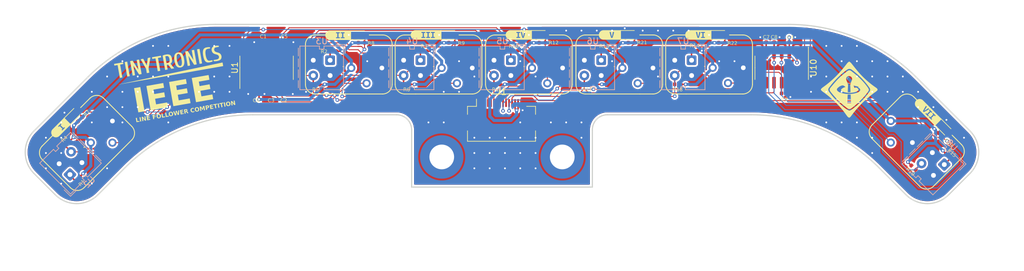
<source format=kicad_pcb>
(kicad_pcb (version 20240108) (generator "pcbnew") (generator_version "8.0")
  (layers (0 "F.Cu" signal) (31 "B.Cu" signal) (34 "B.Paste" user) (35 "F.Paste" user) (36 "B.SilkS" user "B.Silkscreen") (37 "F.SilkS" user "F.Silkscreen") (38 "B.Mask" user) (39 "F.Mask" user) (44 "Edge.Cuts" user))
  (net 0 "")
  (net 1 "Net-(U1C-+)")
  (net 2 "GND")
  (net 3 "Net-(U1B--)")
  (net 4 "Net-(U1A-+)")
  (net 5 "+5V")
  (net 6 "/IR_1_D")
  (net 7 "/IR_2_D")
  (net 8 "/IR_3_D")
  (net 9 "/IR_1_A")
  (net 10 "/IR_2_A")
  (net 11 "Net-(U2-A)")
  (net 12 "/IR_3_A")
  (net 13 "Net-(U3-A)")
  (net 14 "Net-(U4-A)")
  (net 15 "Net-(U5-A)")
  (net 18 "Net-(U10C-+)")
  (net 19 "Net-(U10B--)")
  (net 20 "Net-(U10A-+)")
  (net 21 "Net-(U6-A)")
  (net 22 "Net-(U7-A)")
  (net 23 "Net-(U8-A)")
  (net 24 "/IR_4_D")
  (net 25 "/IR_5_D")
  (net 26 "/IR_6_D")
  (net 27 "/IR_7_D")
  (net 28 "/IR_4_A")
  (net 29 "/IR_5_A")
  (net 30 "/IR_6_A")
  (net 31 "/IR_7_A")
  (net 32 "Net-(U1D-+)")
  (footprint "Diode_SMD:D_0603_1608Metric" (layer "F.Cu") (at 149.7 70.8)
    (property "Reference" "D4" (hide yes))
    (property "Value" "LED")
  )
  (footprint "kibuzzard-6662E8B3" (layer "F.Cu") (at 116.125 70.85)
    (property "Reference" "kibuzzard-6662E8B3" (hide yes))
    (property "Value" "G***" (hide yes))
  )
  (footprint "Resistor_SMD:R_0402_1005Metric" (layer "F.Cu") (at 211.639376 92.839376 -45)
    (property "Reference" "R19")
    (property "Value" "10k")
  )
  (footprint "Capacitor_SMD:C_0402_1005Metric" (layer "F.Cu") (at 107.3 80.6)
    (property "Reference" "C2")
    (property "Value" "100n")
  )
  (footprint "Resistor_SMD:R_0402_1005Metric" (layer "F.Cu") (at 71.2 88.8 -135)
    (property "Reference" "R4")
    (property "Value" "10k")
  )
  (footprint "Resistor_SMD:R_0402_1005Metric" (layer "F.Cu") (at 175.3 73.4 180)
    (property "Reference" "R14")
    (property "Value" "220")
  )
  (footprint "Capacitor_SMD:C_0402_1005Metric" (layer "F.Cu") (at 186.7 72 180)
    (property "Reference" "C7")
    (property "Value" "100n")
  )
  (footprint "Diode_SMD:D_0603_1608Metric" (layer "F.Cu") (at 134.7 70.8)
    (property "Reference" "D3" (hide yes))
    (property "Value" "LED")
  )
  (footprint "Connector_FFC-FPC:Hirose_FH12-16S-0.5SH_1x16-1MP_P0.50mm_Horizontal" (layer "F.Cu") (at 143.25 83.95)
    (property "Reference" "J1")
    (property "Value" "Conn_01x16_Pin")
  )
  (footprint "Resistor_SMD:R_0402_1005Metric" (layer "F.Cu") (at 120 72.1)
    (property "Reference" "R8")
    (property "Value" "10k")
  )
  (footprint "Diode_SMD:D_0603_1608Metric" (layer "F.Cu") (at 179.5 70.8)
    (property "Reference" "D6" (hide yes))
    (property "Value" "LED")
  )
  (footprint "Diode_SMD:D_0603_1608Metric" (layer "F.Cu") (at 72.220101 84.079899 45)
    (property "Reference" "D1" (hide yes))
    (property "Value" "LED")
  )
  (footprint "Resistor_SMD:R_0402_1005Metric" (layer "F.Cu") (at 150 72.1)
    (property "Reference" "R12")
    (property "Value" "10k")
  )
  (footprint "Package_SO:SO-14_3.9x8.65mm_P1.27mm" (layer "F.Cu") (at 104.25 76.25 90)
    (property "Reference" "U1")
    (property "Value" "LM339")
  )
  (footprint "Resistor_SMD:R_0402_1005Metric" (layer "F.Cu") (at 216.139376 87.439376 -45)
    (property "Reference" "R23")
    (property "Value" "10k")
  )
  (footprint "kibuzzard-6662EBB8" (layer "F.Cu") (at 130.7 70.8)
    (property "Reference" "kibuzzard-6662EBB8" (hide yes))
    (property "Value" "G***" (hide yes))
  )
  (footprint "Diode_SMD:D_0603_1608Metric" (layer "F.Cu") (at 164.5 70.8)
    (property "Reference" "D5" (hide yes))
    (property "Value" "LED")
  )
  (footprint "ImportedLibrary:3362P1222LF" (layer "F.Cu") (at 133.31 76.285)
    (property "Reference" "RV3" (hide yes))
    (property "Value" "10k?" (hide yes))
  )
  (footprint "kibuzzard-6662ED8C" (layer "F.Cu") (at 213.905225 83.467966 -45)
    (property "Reference" "kibuzzard-6662ED8C" (hide yes))
    (property "Value" "G***" (hide yes))
  )
  (footprint "Resistor_SMD:R_0402_1005Metric" (layer "F.Cu") (at 135 72.1)
    (property "Reference" "R9")
    (property "Value" "10k")
  )
  (footprint "kibuzzard-6662EBE3" (layer "F.Cu") (at 161.2 70.8)
    (property "Reference" "kibuzzard-6662EBE3" (hide yes))
    (property "Value" "G***" (hide yes))
  )
  (footprint "Capacitor_SMD:C_0402_1005Metric" (layer "F.Cu") (at 103.7 72 180)
    (property "Reference" "C1")
    (property "Value" "100n")
  )
  (footprint "Resistor_SMD:R_0402_1005Metric" (layer "F.Cu") (at 142.5 79 180)
    (property "Reference" "R11")
    (property "Value" "10k")
  )
  (footprint "ImportedLibrary:3362P1222LF" (layer "F.Cu") (at 75.070101 88.679899 45)
    (property "Reference" "RV1" (hide yes))
    (property "Value" "10k?" (hide yes))
  )
  (footprint "Resistor_SMD:R_0402_1005Metric" (layer "F.Cu") (at 73.3 84.8 45)
    (property "Reference" "R7")
    (property "Value" "10k")
  )
  (footprint "kibuzzard-6662ED27" (layer "F.Cu") (at 69.956696 86.343304 45)
    (property "Reference" "kibuzzard-6662ED27" (hide yes))
    (property "Value" "G***" (hide yes))
  )
  (footprint "Resistor_SMD:R_0402_1005Metric" (layer "F.Cu") (at 179.8 72.1)
    (property "Reference" "R22")
    (property "Value" "10k")
  )
  (footprint "Resistor_SMD:R_0402_1005Metric" (layer "F.Cu") (at 130.3 73.5 180)
    (property "Reference" "R3")
    (property "Value" "220")
  )
  (footprint "Capacitor_SMD:C_0402_1005Metric" (layer "F.Cu") (at 102.52 80.6 180)
    (property "Reference" "C9")
    (property "Value" "100n")
  )
  (footprint "ImportedLibrary:3362P1222LF" (layer "F.Cu") (at 163.31 76.285)
    (property "Reference" "RV5" (hide yes))
    (property "Value" "10k?" (hide yes))
  )
  (footprint "Capacitor_SMD:C_0402_1005Metric" (layer "F.Cu") (at 191.5 72)
    (property "Reference" "C4")
    (property "Value" "100n")
  )
  (footprint "Resistor_SMD:R_0402_1005Metric" (layer "F.Cu") (at 112.51 79 180)
    (property "Reference" "R5")
    (property "Value" "10k")
  )
  (footprint "ImportedLibrary:3362P1222LF" (layer "F.Cu") (at 178.3 76.25)
    (property "Reference" "RV6" (hide yes))
    (property "Value" "10k?" (hide yes))
  )
  (footprint "Resistor_SMD:R_0402_1005Metric" (layer "F.Cu") (at 164.8 72.1)
    (property "Reference" "R21")
    (property "Value" "10k")
  )
  (footprint "ImportedLibrary:3362P1222LF" (layer "F.Cu") (at 207.859962 85.072201 -45)
    (property "Reference" "RV7" (hide yes))
    (property "Value" "10k?" (hide yes))
  )
  (footprint "Capacitor_SMD:C_0402_1005Metric" (layer "F.Cu") (at 188.98 72)
    (property "Reference" "C8")
    (property "Value" "100n")
  )
  (footprint "Package_SO:SO-14_3.9x8.65mm_P1.27mm" (layer "F.Cu") (at 189.75 76.25 -90)
    (property "Reference" "U10")
    (property "Value" "LM339")
  )
  (footprint "Resistor_SMD:R_0402_1005Metric" (layer "F.Cu") (at 127.5 79 180)
    (property "Reference" "R6")
    (property "Value" "10k")
  )
  (footprint "Resistor_SMD:R_0402_1005Metric" (layer "F.Cu") (at 160.3 73.5 180)
    (property "Reference" "R13")
    (property "Value" "220")
  )
  (footprint "Resistor_SMD:R_0402_1005Metric" (layer "F.Cu") (at 157.5 79 180)
    (property "Reference" "R17")
    (property "Value" "10k")
  )
  (footprint "kibuzzard-6662EBDC" (layer "F.Cu") (at 146.1 70.8)
    (property "Reference" "kibuzzard-6662EBDC" (hide yes))
    (property "Value" "G***" (hide yes))
  )
  (footprint "ImportedLibrary:3362P1222LF" (layer "F.Cu") (at 148.31 76.285)
    (property "Reference" "RV4" (hide yes))
    (property "Value" "10k?" (hide yes))
  )
  (footprint "Resistor_SMD:R_0402_1005Metric" (layer "F.Cu") (at 217.4 90.9 -45)
    (property "Reference" "R15")
    (property "Value" "220")
  )
  (footprint "Capacitor_SMD:C_0402_1005Metric" (layer "F.Cu") (at 190.2 80.5)
    (property "Reference" "C6")
    (property "Value" "100n")
  )
  (footprint "Capacitor_SMD:C_0402_1005Metric" (layer "F.Cu") (at 107.2 72)
    (property "Reference" "C5")
    (property "Value" "100n")
  )
  (footprint "Resistor_SMD:R_0402_1005Metric" (layer "F.Cu") (at 145.3 73.5 180)
    (property "Reference" "R10")
    (property "Value" "220")
  )
  (footprint "Capacitor_SMD:C_0402_1005Metric" (layer "F.Cu") (at 105.1 80.6 180)
    (property "Reference" "C3")
    (property "Value" "100n")
  )
  (footprint "ImportedLibrary:3362P1222LF" (layer "F.Cu") (at 118.31 76.285)
    (property "Reference" "RV2" (hide yes))
    (property "Value" "10k?" (hide yes))
  )
  (footprint "Resistor_SMD:R_0402_1005Metric" (layer "F.Cu") (at 172.5 79 180)
    (property "Reference" "R18")
    (property "Value" "10k")
  )
  (footprint "Diode_SMD:D_0603_1608Metric" (layer "F.Cu") (at 216.76863 86.331371 -45)
    (property "Reference" "D7" (hide yes))
    (property "Value" "LED")
  )
  (footprint "kibuzzard-6662EBED" (layer "F.Cu") (at 175.9 70.8)
    (property "Reference" "kibuzzard-6662EBED" (hide yes))
    (property "Value" "G***" (hide yes))
  )
  (footprint "Resistor_SMD:R_0402_1005Metric" (layer "F.Cu") (at 115.3 73.5 180)
    (property "Reference" "R2")
    (property "Value" "220")
  )
  (footprint "Diode_SMD:D_0603_1608Metric" (layer "F.Cu") (at 119.7 70.85)
    (property "Reference" "D2" (hide yes))
    (property "Value" "LED")
  )
  (footprint "Resistor_SMD:R_0402_1005Metric" (layer "F.Cu") (at 72.9 94.7 -135)
    (property "Reference" "R1")
    (property "Value" "220")
  )
  (footprint "ImportedLibrary:MountingHole_Soldernut_M3" (layer "B.Cu") (at 133.32767 91.051261 180)
    (property "Reference" "H2" (hide yes))
    (property "Value" "M3")
  )
  (footprint "OptoDevice:Vishay_CNY70" (layer "B.Cu") (at 114.8 75 180)
    (property "Reference" "U3")
    (property "Value" "CNY70")
  )
  (footprint "OptoDevice:Vishay_CNY70" (layer "B.Cu") (at 144.8 75 180)
    (property "Reference" "U5")
    (property "Value" "CNY70")
  )
  (footprint "OptoDevice:Vishay_CNY70" (layer "B.Cu") (at 129.8 75 180)
    (property "Reference" "U4")
    (property "Value" "CNY70")
  )
  (footprint "OptoDevice:Vishay_CNY70" (layer "B.Cu") (at 159.8 75 180)
    (property "Reference" "U6")
    (property "Value" "CNY70")
  )
  (footprint "OptoDevice:Vishay_CNY70" (layer "B.Cu") (at 216.74458 92.315219 135)
    (property "Reference" "U8")
    (property "Value" "CNY70")
  )
  (footprint "ImportedLibrary:MountingHole_Soldernut_M3" (layer "B.Cu") (at 153.32767 91.051261 180)
    (property "Reference" "H1" (hide yes))
    (property "Value" "M3")
  )
  (footprint "OptoDevice:Vishay_CNY70" (layer "B.Cu") (at 71.616152 93.97595 45)
    (property "Reference" "U2")
    (property "Value" "CNY70")
  )
  (footprint "OptoDevice:Vishay_CNY70" (layer "B.Cu") (at 174.8 75 180)
    (property "Reference" "U7")
    (property "Value" "CNY70")
  )
  (gr_line (start 140.6 72.4) (end 140.6 79) (stroke (width 0.15)) (layer "F.SilkS"))
  (gr_line (start 159.5 70.8) (end 157.2 70.8) (stroke (width 0.15)) (layer "F.SilkS"))
  (gr_poly (pts (xy 94.581362 72.818146) (xy 94.580746 72.820909) (xy 94.580307 72.823411) (xy 94.580038 72.825665) (xy 94.579928 72.827682) (xy 94.579971 72.829474) (xy 94.580158 72.831051) (xy 94.580479 72.832425) (xy 94.580928 72.833608) (xy 94.581492 72.83461) (xy 94.582166 72.835443) (xy 94.582941 72.836118) (xy 94.583807 72.836648) (xy 94.584756 72.837041) (xy 94.58578 72.837311) (xy 94.58687 72.83747) (xy 94.588018 72.837526) (xy 94.589213 72.837493) (xy 94.590449 72.837381) (xy 94.593007 72.836967) (xy 94.595621 72.836375) (xy 94.598225 72.835696) (xy 94.60312 72.834436) (xy 94.605274 72.834037) (xy 94.606247 72.833935) (xy 94.607141 72.833913) (xy 94.657289 72.835059) (xy 94.707451 72.83577) (xy 94.807764 72.836257) (xy 94.813698 72.836394) (xy 94.81932 72.83679) (xy 94.824625 72.837471) (xy 94.829606 72.838461) (xy 94.831975 72.83908) (xy 94.834261 72.839785) (xy 94.836462 72.84058) (xy 94.838581 72.841466) (xy 94.840613 72.842449) (xy 94.842561 72.843532) (xy 94.844421 72.844715) (xy 94.846195 72.846004) (xy 94.847881 72.8474) (xy 94.849479 72.848909) (xy 94.850988 72.85053) (xy 94.852408 72.852269) (xy 94.853736 72.854129) (xy 94.854974 72.856112) (xy 94.856119 72.858221) (xy 94.857172 72.86046) (xy 94.858132 72.862832) (xy 94.858997 72.86534) (xy 94.859768 72.867985) (xy 94.860445 72.870773) (xy 94.861024 72.873706) (xy 94.861507 72.876787) (xy 94.861893 72.880019) (xy 94.862181 72.883404) (xy 94.863177 72.89266) (xy 94.864786 72.902085) (xy 94.866877 72.911633) (xy 94.869316 72.921257) (xy 94.87995 72.959581) (xy 94.882172 72.968885) (xy 94.883956 72.977984) (xy 94.885172 72.986832) (xy 94.885688 72.995384) (xy 94.885642 72.999532) (xy 94.885373 73.003589) (xy 94.884862 73.007548) (xy 94.884095 73.011403) (xy 94.883055 73.015149) (xy 94.881725 73.01878) (xy 94.880089 73.022289) (xy 94.87813 73.025671) (xy 94.875829 73.028911) (xy 94.873281 73.031886) (xy 94.870499 73.034608) (xy 94.867495 73.03709) (xy 94.864279 73.039346) (xy 94.860865 73.041387) (xy 94.857262 73.043225) (xy 94.853484 73.044874) (xy 94.849542 73.046344) (xy 94.845446 73.04765) (xy 94.836843 73.049816) (xy 94.827767 73.051471) (xy 94.818311 73.052714) (xy 94.808569 73.053646) (xy 94.798634 73.054364) (xy 94.778551 73.055561) (xy 94.76859 73.056239) (xy 94.758806 73.057102) (xy 94.749292 73.058249) (xy 94.740141 73.059782) (xy 94.675161 73.072034) (xy 94.61006 73.083592) (xy 94.479773 73.106229) (xy 94.445764 73.113284) (xy 94.413372 73.122088) (xy 94.382596 73.132643) (xy 94.353437 73.144948) (xy 94.325895 73.159002) (xy 94.299969 73.174807) (xy 94.27566 73.192362) (xy 94.252968 73.211668) (xy 94.231892 73.232723) (xy 94.212432 73.255528) (xy 94.194589 73.280084) (xy 94.178363 73.306389) (xy 94.163754 73.334444) (xy 94.150761 73.36425) (xy 94.139385 73.395806) (xy 94.129625 73.429112) (xy 94.123004 73.456014) (xy 94.117215 73.482971) (xy 94.112226 73.50998) (xy 94.108002 73.537035) (xy 94.104508 73.564136) (xy 94.101712 73.591275) (xy 94.099579 73.61845) (xy 94.098076 73.645657) (xy 94.097169 73.672893) (xy 94.096823 73.700155) (xy 94.097682 73.754735) (xy 94.100381 73.809368) (xy 94.10465 73.864024) (xy 94.114947 73.965318) (xy 94.127592 74.066148) (xy 94.142918 74.166437) (xy 94.161255 74.266108) (xy 94.182935 74.365084) (xy 94.208291 74.463288) (xy 94.237653 74.560641) (xy 94.253939 74.608975) (xy 94.271352 74.657068) (xy 94.282556 74.685981) (xy 94.294596 74.714536) (xy 94.307466 74.742712) (xy 94.321153 74.770493) (xy 94.33565 74.797859) (xy 94.350947 74.824795) (xy 94.367035 74.851281) (xy 94.383906 74.8773) (xy 94.394282 74.892208) (xy 94.404916 74.906519) (xy 94.415805 74.920233) (xy 94.426947 74.933352) (xy 94.438342 74.94588) (xy 94.449988 74.957818) (xy 94.461883 74.96917) (xy 94.474028 74.979937) (xy 94.486419 74.990122) (xy 94.499056 74.999728) (xy 94.511936 75.008758) (xy 94.525061 75.017211) (xy 94.538426 75.025094) (xy 94.552032 75.032405) (xy 94.565876 75.039151) (xy 94.579959 75.045331) (xy 94.594277 75.050948) (xy 94.60883 75.056007) (xy 94.623616 75.060507) (xy 94.638634 75.064452) (xy 94.653884 75.067845) (xy 94.669363 75.070687) (xy 94.685069 75.072982) (xy 94.701002 75.074732) (xy 94.717161 75.075938) (xy 94.733543 75.076605) (xy 94.750148 75.076733) (xy 94.766974 75.076326) (xy 94.801285 75.073915) (xy 94.836462 75.069391) (xy 94.933021 75.053658) (xy 95.029443 75.036921) (xy 95.125713 75.019325) (xy 95.221815 75.001013) (xy 95.228329 74.999864) (xy 95.23439 74.999055) (xy 95.240008 74.998613) (xy 95.245189 74.998564) (xy 95.247619 74.998696) (xy 95.249942 74.998936) (xy 95.25216 74.999288) (xy 95.254273 74.999755) (xy 95.256282 75.000342) (xy 95.258189 75.00105) (xy 95.259995 75.001884) (xy 95.2617 75.002847) (xy 95.263305 75.003941) (xy 95.264811 75.005172) (xy 95.26622 75.006541) (xy 95.267531 75.008052) (xy 95.268745 75.009709) (xy 95.269866 75.011515) (xy 95.270892 75.013475) (xy 95.271824 75.015589) (xy 95.272664 75.017863) (xy 95.273413 75.0203) (xy 95.274071 75.022902) (xy 95.27464 75.025673) (xy 95.27512 75.028619) (xy 95.275512 75.031739) (xy 95.276037 75.038522) (xy 95.277014 75.047046) (xy 95.27812 75.055553) (xy 95.279353 75.064041) (xy 95.280713 75.072509) (xy 95.2822 75.080955) (xy 95.283816 75.08938) (xy 95.285557 75.097779) (xy 95.287424 75.106153) (xy 95.292259 75.134419) (xy 95.293932 75.146023) (xy 95.294983 75.156161) (xy 95.295246 75.160733) (xy 95.295318 75.165001) (xy 95.295187 75.168986) (xy 95.294842 75.172707) (xy 95.294269 75.176186) (xy 95.29346 75.179445) (xy 95.2924 75.182504) (xy 95.291078 75.185382) (xy 95.289483 75.188102) (xy 95.287602 75.190683) (xy 95.285424 75.193147) (xy 95.282938 75.195515) (xy 95.280129 75.197806) (xy 95.276988 75.200043) (xy 95.273504 75.202244) (xy 95.269662 75.204431) (xy 95.260865 75.208849) (xy 95.250499 75.21346) (xy 95.224691 75.223928) (xy 95.150572 75.252313) (xy 95.075509 75.277826) (xy 94.999585 75.300448) (xy 94.922883 75.32016) (xy 94.845486 75.336941) (xy 94.76748 75.350772) (xy 94.688946 75.361632) (xy 94.609971 75.369502) (xy 94.556652 75.371781) (xy 94.505184 75.370703) (xy 94.455552 75.366298) (xy 94.407739 75.358592) (xy 94.361732 75.347612) (xy 94.317511 75.333385) (xy 94.275065 75.315939) (xy 94.234376 75.295299) (xy 94.195428 75.271494) (xy 94.158205 75.244549) (xy 94.122692 75.214494) (xy 94.088875 75.181353) (xy 94.056735 75.145155) (xy 94.026259 75.105926) (xy 93.997429 75.063692) (xy 93.97023 75.018483) (xy 93.952315 74.98581) (xy 93.935314 74.95281) (xy 93.919189 74.919496) (xy 93.903903 74.885882) (xy 93.889418 74.851982) (xy 93.875697 74.817809) (xy 93.85039 74.748704) (xy 93.827682 74.678676) (xy 93.807269 74.60784) (xy 93.788849 74.536304) (xy 93.77212 74.464179) (xy 93.748112 74.351714) (xy 93.726319 74.238998) (xy 93.707418 74.125972) (xy 93.692086 74.012574) (xy 93.681001 73.898745) (xy 93.677262 73.84165) (xy 93.674838 73.784424) (xy 93.673814 73.727061) (xy 93.674276 73.669552) (xy 93.676306 73.61189) (xy 93.67999 73.554067) (xy 93.684238 73.509307) (xy 93.690055 73.464886) (xy 93.693612 73.442822) (xy 93.697633 73.420865) (xy 93.702141 73.399023) (xy 93.707162 73.377304) (xy 93.712718 73.355714) (xy 93.718833 73.334262) (xy 93.725532 73.312953) (xy 93.732837 73.291798) (xy 93.740773 73.270801) (xy 93.749363 73.249972) (xy 93.758632 73.229318) (xy 93.768603 73.208844) (xy 93.780225 73.18675) (xy 93.792772 73.165269) (xy 93.806218 73.144426) (xy 93.820536 73.124245) (xy 93.835702 73.104751) (xy 93.851686 73.085968) (xy 93.868464 73.067924) (xy 93.88601 73.050639) (xy 93.904297 73.034141) (xy 93.923299 73.018454) (xy 93.942989 73.003602) (xy 93.963342 72.989612) (xy 93.984331 72.976506) (xy 94.00593 72.96431) (xy 94.028112 72.953049) (xy 94.050852 72.942748) (xy 94.054667 72.94112) (xy 94.058555 72.939603) (xy 94.066479 72.936765) (xy 94.074468 72.93397) (xy 94.078439 72.932508) (xy 94.082369 72.930958) (xy 94.08624 72.929286) (xy 94.090029 72.927462) (xy 94.093722 72.925453) (xy 94.097296 72.923224) (xy 94.100732 72.920744) (xy 94.104013 72.917979) (xy 94.10559 72.916479) (xy 94.107119 72.914897) (xy 94.1086 72.913226) (xy 94.11003 72.911464) (xy 94.1102 72.911191) (xy 94.11036 72.910914) (xy 94.110507 72.91063) (xy 94.110641 72.910341) (xy 94.110765 72.910048) (xy 94.110877 72.90975) (xy 94.110978 72.909448) (xy 94.111065 72.909143) (xy 94.11114 72.908834) (xy 94.111204 72.908524) (xy 94.111256 72.90821) (xy 94.111294 72.907893) (xy 94.111321 72.907576) (xy 94.111334 72.907257) (xy 94.111335 72.906937) (xy 94.111324 72.906615) (xy 94.110178 72.906057) (xy 94.109023 72.905519) (xy 94.10786 72.904999) (xy 94.106688 72.904498) (xy 94.105509 72.904016) (xy 94.104322 72.903553) (xy 94.103126 72.903109) (xy 94.101925 72.902684)) (fill solid) (layer "F.SilkS"))
  (gr_line (start 75.220101 94.879899) (end 73.947309 96.152691) (stroke (width 0.15)) (layer "F.SilkS"))
  (gr_arc (start 184.9 79) (mid 184.431371 80.131371) (end 183.3 80.6) (stroke (width 0.15)) (layer "F.SilkS"))
  (gr_line (start 155.6 72.4) (end 155.6 79) (stroke (width 0.15)) (layer "F.SilkS"))
  (gr_arc (start 168.4 70.800001) (mid 169.53137 71.26863) (end 170 72.400001) (stroke (width 0.15)) (layer "F.SilkS"))
  (gr_line (start 125.1 79) (end 125.1 72.400001) (stroke (width 0.15)) (layer "F.SilkS"))
  (gr_line (start 206.02355 89.282843) (end 204.750758 88.010051) (stroke (width 0.15)) (layer "F.SilkS"))
  (gr_line (start 211.114719 94.374012) (end 212.670354 95.929647) (stroke (width 0.15)) (layer "F.SilkS"))
  (gr_arc (start 155.6 72.4) (mid 156.068629 71.268629) (end 157.2 70.8) (stroke (width 0.15)) (layer "F.SilkS"))
  (gr_line (start 218.044366 87.444365) (end 219.600001 89) (stroke (width 0.15)) (layer "F.SilkS"))
  (gr_arc (start 142.2 80.600001) (mid 141.068629 80.131372) (end 140.6 79.000001) (stroke (width 0.15)) (layer "F.SilkS"))
  (gr_arc (start 140 79) (mid 139.531371 80.131371) (end 138.4 80.6) (stroke (width 0.15)) (layer "F.SilkS"))
  (gr_poly (pts (xy 96.029891 72.562732) (xy 96.029749 72.563079) (xy 96.029562 72.563413) (xy 96.029336 72.563738) (xy 96.029074 72.564052) (xy 96.028466 72.564657) (xy 96.027775 72.56524) (xy 96.026296 72.56638) (xy 96.025584 72.566958) (xy 96.02494 72.567554) (xy 96.024655 72.567862) (xy 96.024401 72.56818) (xy 96.024183 72.568507) (xy 96.024006 72.568845) (xy 96.023874 72.569195) (xy 96.023792 72.56956) (xy 96.023765 72.569939) (xy 96.023798 72.570334) (xy 96.023894 72.570748) (xy 96.02406 72.571181) (xy 96.024299 72.571633) (xy 96.024616 72.572107) (xy 96.025017 72.572604) (xy 96.025506 72.573125) (xy 96.026086 72.573672) (xy 96.026764 72.574245) (xy 96.027019 72.574454) (xy 96.027271 72.574683) (xy 96.027521 72.57493) (xy 96.027768 72.575188) (xy 96.028742 72.576247) (xy 96.028984 72.576494) (xy 96.029224 72.576727) (xy 96.029464 72.57694) (xy 96.029705 72.577126) (xy 96.029946 72.577283) (xy 96.030067 72.577349) (xy 96.030188 72.577406) (xy 96.030309 72.577454) (xy 96.030431 72.57749) (xy 96.030553 72.577516) (xy 96.030675 72.577531) (xy 96.136107 72.57909) (xy 96.188813 72.579419) (xy 96.215164 72.579231) (xy 96.241518 72.578719) (xy 96.249991 72.578684) (xy 96.257959 72.579055) (xy 96.26542 72.57986) (xy 96.26896 72.580433) (xy 96.272372 72.581126) (xy 96.275656 72.58194) (xy 96.278811 72.58288) (xy 96.281838 72.583949) (xy 96.284736 72.585151) (xy 96.287506 72.586489) (xy 96.290144 72.587967) (xy 96.292655 72.589587) (xy 96.295034 72.591354) (xy 96.297283 72.593271) (xy 96.299401 72.59534) (xy 96.301389 72.597567) (xy 96.303246 72.599954) (xy 96.304971 72.602505) (xy 96.306563 72.605223) (xy 96.308025 72.608111) (xy 96.309353 72.611174) (xy 96.310549 72.614413) (xy 96.311611 72.617835) (xy 96.312541 72.62144) (xy 96.313337 72.625233) (xy 96.313998 72.629218) (xy 96.314526 72.633397) (xy 96.314919 72.637775) (xy 96.315178 72.642354) (xy 96.316096 72.654216) (xy 96.317335 72.666042) (xy 96.318895 72.677825) (xy 96.320773 72.68956) (xy 96.32297 72.701239) (xy 96.325482 72.712858) (xy 96.328311 72.724407) (xy 96.331453 72.735882) (xy 96.332939 72.742004) (xy 96.333497 72.744872) (xy 96.333933 72.747617) (xy 96.334245 72.750241) (xy 96.334434 72.752747) (xy 96.334499 72.755139) (xy 96.334441 72.757419) (xy 96.33426 72.759589) (xy 96.333953 72.761656) (xy 96.333522 72.76362) (xy 96.332967 72.765485) (xy 96.332287 72.767252) (xy 96.331482 72.768928) (xy 96.330551 72.770513) (xy 96.329496 72.772012) (xy 96.328315 72.773428) (xy 96.327008 72.774762) (xy 96.325575 72.77602) (xy 96.324015 72.777203) (xy 96.32233 72.778315) (xy 96.320519 72.779358) (xy 96.318579 72.780337) (xy 96.316514 72.781253) (xy 96.31432 72.782111) (xy 96.312001 72.782914) (xy 96.306977 72.784363) (xy 96.301441 72.785628) (xy 96.295392 72.786731) (xy 96.073916 72.824587) (xy 95.852759 72.864242) (xy 95.832191 72.86841) (xy 95.812286 72.873276) (xy 95.79305 72.878831) (xy 95.77449 72.885062) (xy 95.756614 72.891957) (xy 95.739426 72.899507) (xy 95.722934 72.907701) (xy 95.707145 72.916527) (xy 95.692065 72.925975) (xy 95.6777 72.936033) (xy 95.664057 72.946691) (xy 95.651142 72.957939) (xy 95.638963 72.969764) (xy 95.627526 72.982156) (xy 95.616836 72.995105) (xy 95.606902 73.008598) (xy 95.597729 73.022625) (xy 95.589324 73.037175) (xy 95.581692 73.052238) (xy 95.574842 73.067802) (xy 95.56878 73.083858) (xy 95.563512 73.100392) (xy 95.559044 73.117394) (xy 95.555384 73.134855) (xy 95.552537 73.152762) (xy 95.550511 73.171105) (xy 95.549311 73.189872) (xy 95.548945 73.209053) (xy 95.549419 73.228639) (xy 95.550739 73.248615) (xy 95.552913 73.268973) (xy 95.555946 73.2897) (xy 95.562306 73.321486) (xy 95.570554 73.351565) (xy 95.58063 73.379994) (xy 95.592474 73.406831) (xy 95.606026 73.432133) (xy 95.621225 73.455957) (xy 95.638012 73.478359) (xy 95.656327 73.499398) (xy 95.676109 73.51913) (xy 95.697297 73.537614) (xy 95.719833 73.554904) (xy 95.743655 73.571061) (xy 95.768705 73.586139) (xy 95.794921 73.600196) (xy 95.822244 73.613291) (xy 95.850612 73.62548) (xy 95.887502 73.639842) (xy 95.924745 73.653105) (xy 95.962289 73.665442) (xy 96.000078 73.677024) (xy 96.038057 73.688023) (xy 96.07617 73.698612) (xy 96.152576 73.719249) (xy 96.198903 73.732433) (xy 96.244256 73.746866) (xy 96.288523 73.762694) (xy 96.331586 73.780058) (xy 96.373334 73.799102) (xy 96.41365 73.819971) (xy 96.452418 73.842807) (xy 96.489526 73.867755) (xy 96.524858 73.894958) (xy 96.558299 73.924559) (xy 96.589734 73.956704) (xy 96.604664 73.973773) (xy 96.61905 73.991533) (xy 96.632876 74.010001) (xy 96.64613 74.029194) (xy 96.658795 74.049129) (xy 96.67086 74.069827) (xy 96.682308 74.091303) (xy 96.693125 74.113577) (xy 96.703298 74.136666) (xy 96.712811 74.160588) (xy 96.714931 74.166758) (xy 96.715625 74.168505) (xy 96.716408 74.170183) (xy 96.717294 74.171721) (xy 96.717778 74.172412) (xy 96.718292 74.173041) (xy 96.718839 74.173598) (xy 96.719418 74.174073) (xy 96.720033 74.174455) (xy 96.720683 74.174738) (xy 96.721371 74.17491) (xy 96.722098 74.174964) (xy 96.722867 74.174889) (xy 96.723677 74.174676) (xy 96.72453 74.174317) (xy 96.72543 74.1738) (xy 96.726376 74.173119) (xy 96.727372 74.172262) (xy 96.728416 74.171222) (xy 96.729512 74.169987) (xy 96.730661 74.168549) (xy 96.731865 74.1669) (xy 96.785087 74.468737) (xy 96.783468 74.467496) (xy 96.781959 74.466441) (xy 96.780557 74.465563) (xy 96.779258 74.464854) (xy 96.778058 74.464306) (xy 96.776953 74.46391) (xy 96.775939 74.463659) (xy 96.775013 74.463543) (xy 96.77417 74.463556) (xy 96.773407 74.463688) (xy 96.772719 74.463932) (xy 96.772101 74.464278) (xy 96.771552 74.464718) (xy 96.771067 74.465246) (xy 96.77064 74.465852) (xy 96.77027 74.466527) (xy 96.769952 74.467265) (xy 96.769682 74.468056) (xy 96.769455 74.468892) (xy 96.769268 74.469764) (xy 96.769 74.471588) (xy 96.768843 74.47346) (xy 96.768768 74.475316) (xy 96.768744 74.477087) (xy 96.768717 74.480113) (xy 96.767463 74.510565) (xy 96.765106 74.540105) (xy 96.761664 74.568746) (xy 96.757154 74.596503) (xy 96.751596 74.623391) (xy 96.745006 74.649423) (xy 96.737404 74.674612) (xy 96.728809 74.698972) (xy 96.719237 74.722518) (xy 96.708709 74.745264) (xy 96.697242 74.767222) (xy 96.684853 74.788407) (xy 96.671563 74.808832) (xy 96.657388 74.828512) (xy 96.642348 74.847461) (xy 96.626461 74.865692) (xy 96.609744 74.883219) (xy 96.592217 74.900056) (xy 96.573898 74.916217) (xy 96.554803 74.931715) (xy 96.534954 74.946564) (xy 96.514367 74.96078) (xy 96.471053 74.987362) (xy 96.425011 75.011571) (xy 96.376384 75.03352) (xy 96.325321 75.053317) (xy 96.271968 75.071075) (xy 96.226872 75.084389) (xy 96.181534 75.096706) (xy 96.13597 75.108023) (xy 96.090198 75.118338) (xy 96.044233 75.127648) (xy 95.998093 75.135952) (xy 95.951795 75.143249) (xy 95.905353 75.149535) (xy 95.858786 75.154808) (xy 95.81211 75.159067) (xy 95.76534 75.16231) (xy 95.718495 75.164533) (xy 95.67159 75.165737) (xy 95.624643 75.165918) (xy 95.577669 75.165074) (xy 95.530686 75.163203) (xy 95.522863 75.16265) (xy 95.515569 75.16179) (xy 95.508798 75.160597) (xy 95.505607 75.159866) (xy 95.502543 75.159042) (xy 95.499608 75.15812) (xy 95.496799 75.157099) (xy 95.494115 75.155974) (xy 95.491555 75.154742) (xy 95.48912 75.1534) (xy 95.486807 75.151944) (xy 95.484616 75.150372) (xy 95.482546 75.14868) (xy 95.480597 75.146863) (xy 95.478767 75.14492) (xy 95.477055 75.142847) (xy 95.47546 75.14064) (xy 95.473983 75.138297) (xy 95.472622 75.135813) (xy 95.471375 75.133186) (xy 95.470243 75.130411) (xy 95.469223 75.127488) (xy 95.468316 75.12441) (xy 95.46752 75.121176) (xy 95.466835 75.117781) (xy 95.46626 75.114223) (xy 95.465793 75.110499) (xy 95.465434 75.106604) (xy 95.465181 75.102535) (xy 95.464408 75.09397) (xy 95.463023 75.085243) (xy 95.461155 75.076397) (xy 95.458933 75.067476) (xy 95.449053 75.031939) (xy 95.446976 75.023313) (xy 95.445313 75.014878) (xy 95.444191 75.00668) (xy 95.44374 74.998761) (xy 95.443806 74.994921) (xy 95.444086 74.991167) (xy 95.444598 74.987506) (xy 95.445358 74.983943) (xy 95.446381 74.980482) (xy 95.447684 74.977131) (xy 95.449282 74.973894) (xy 95.451191 74.970777) (xy 95.4534 74.967813) (xy 95.455831 74.965092) (xy 95.458472 74.962601) (xy 95.461314 74.960331) (xy 95.464346 74.958268) (xy 95.467557 74.956403) (xy 95.470939 74.954723) (xy 95.474478 74.953216) (xy 95.478165 74.951871) (xy 95.48199 74.950677) (xy 95.490012 74.948693) (xy 95.49846 74.947172) (xy 95.507248 74.946022) (xy 95.516295 74.94515) (xy 95.525517 74.944464) (xy 95.54415 74.943279) (xy 95.553392 74.942594) (xy 95.562474 74.941726) (xy 95.571313 74.940582) (xy 95.579825 74.939069) (xy 95.640793 74.927256) (xy 95.702014 74.91669) (xy 95.824675 74.896647) (xy 95.885847 74.885847) (xy 95.946733 74.873647) (xy 96.007202 74.859385) (xy 96.037237 74.851273) (xy 96.067117 74.842399) (xy 96.094451 74.833244) (xy 96.12079 74.823123) (xy 96.146063 74.811972) (xy 96.170195 74.799729) (xy 96.193113 74.786334) (xy 96.214743 74.771725) (xy 96.235014 74.755838) (xy 96.253849 74.738612) (xy 96.271177 74.719988) (xy 96.286925 74.6999) (xy 96.294182 74.689288) (xy 96.301017 74.678288) (xy 96.30742 74.666891) (xy 96.313383 74.655091) (xy 96.318895 74.642878) (xy 96.323947 74.630246) (xy 96.32853 74.617186) (xy 96.332636 74.60369) (xy 96.336254 74.589753) (xy 96.339377 74.575365) (xy 96.341995 74.560518) (xy 96.344098 74.545206) (xy 96.34717 74.510579) (xy 96.348075 74.477008) (xy 96.346827 74.444511) (xy 96.34344 74.413104) (xy 96.337924 74.382803) (xy 96.330296 74.353629) (xy 96.320566 74.325594) (xy 96.308749 74.298719) (xy 96.294857 74.273019) (xy 96.278903 74.248512) (xy 96.260901 74.225215) (xy 96.240864 74.203144) (xy 96.218804 74.182318) (xy 96.194734 74.162752) (xy 96.16867 74.144463) (xy 96.140621 74.127471) (xy 96.115943 74.114763) (xy 96.090924 74.102784) (xy 96.065578 74.09154) (xy 96.039923 74.081037) (xy 96.013974 74.071282) (xy 95.987747 74.062281) (xy 95.961261 74.054039) (xy 95.934529 74.046565) (xy 95.865831 74.027569) (xy 95.796949 74.009178) (xy 95.762585 73.999773) (xy 95.72835 73.989993) (xy 95.694303 73.979664) (xy 95.660502 73.968611) (xy 95.62366 73.955422) (xy 95.587677 73.941126) (xy 95.552612 73.925664) (xy 95.518524 73.908975) (xy 95.485474 73.891) (xy 95.453519 73.87168) (xy 95.422718 73.850954) (xy 95.393131 73.828764) (xy 95.364816 73.80505) (xy 95.337833 73.779753) (xy 95.312242 73.752812) (xy 95.2881 73.724168) (xy 95.265468 73.693762) (xy 95.244402 73.661536) (xy 95.224965 73.627427) (xy 95.207214 73.591377) (xy 95.196881 73.568402) (xy 95.187245 73.545167) (xy 95.178308 73.521689) (xy 95.170075 73.497985) (xy 95.162548 73.474069) (xy 95.15573 73.449958) (xy 95.149626 73.425667) (xy 95.144238 73.401213) (xy 95.139569 73.376611) (xy 95.135623 73.351879) (xy 95.132404 73.327029) (xy 95.129913 73.302081) (xy 95.128156 73.277049) (xy 95.127134 73.251949) (xy 95.126851 73.226797) (xy 95.127311 73.201609) (xy 95.130732 73.154036) (xy 95.133558 73.131043) (xy 95.13712 73.108574) (xy 95.141411 73.086626) (xy 95.146424 73.065194) (xy 95.152156 73.044275) (xy 95.158599 73.023865) (xy 95.165748 73.003959) (xy 95.173595 72.984557) (xy 95.182135 72.96565) (xy 95.191362 72.947239) (xy 95.201271 72.929318) (xy 95.211855 72.911885) (xy 95.223108 72.894933) (xy 95.235023 72.878461) (xy 95.247596 72.862465) (xy 95.260819 72.84694) (xy 95.289193 72.817289) (xy 95.320099 72.789482) (xy 95.353486 72.763486) (xy 95.389307 72.739273) (xy 95.427514 72.716812) (xy 95.468057 72.696074) (xy 95.510889 72.677028) (xy 95.513277 72.676138) (xy 95.515728 72.675362) (xy 95.520755 72.674028) (xy 95.525833 72.672767) (xy 95.528348 72.672084) (xy 95.530824 72.671324) (xy 95.533245 72.670453) (xy 95.535593 72.669441) (xy 95.53785 72.668255) (xy 95.53894 72.667587) (xy 95.54 72.666863) (xy 95.54103 72.66608) (xy 95.542026 72.665233) (xy 95.542988 72.664318) (xy 95.54391 72.663332) (xy 95.544794 72.66227) (xy 95.545636 72.66113) (xy 95.546434 72.659905) (xy 95.547185 72.658592) (xy 95.547505 72.657954) (xy 95.547846 72.657229) (xy 95.548184 72.656464) (xy 95.548491 72.655716) (xy 95.548745 72.655031) (xy 95.548845 72.654729) (xy 95.54892 72.654463) (xy 95.548971 72.654238) (xy 95.548992 72.654062) (xy 95.54899 72.653993) (xy 95.54898 72.653939) (xy 95.548961 72.6539) (xy 95.548934 72.653878) (xy 95.54787 72.653216) (xy 95.546794 72.65257) (xy 95.545709 72.651944) (xy 95.544614 72.651336) (xy 95.543509 72.650746) (xy 95.542395 72.650175) (xy 95.54127 72.649623) (xy 95.540137 72.649089)) (fill solid) (layer "F.SilkS"))
  (gr_arc (start 170 79) (mid 169.531371 80.131371) (end 168.4 80.6) (stroke (width 0.15)) (layer "F.SilkS"))
  (gr_line (start 173.9 70.8) (end 172.1 70.8) (stroke (width 0.15)) (layer "F.SilkS"))
  (gr_poly (pts (xy 80.757185 75.286672) (xy 80.795146 75.281324) (xy 80.833054 75.275552) (xy 80.908705 75.262857) (xy 80.984121 75.248833) (xy 81.059286 75.233727) (xy 81.067214 75.232274) (xy 81.07092 75.231751) (xy 81.074461 75.231366) (xy 81.077841 75.23112) (xy 81.081063 75.231013) (xy 81.084134 75.231046) (xy 81.087055 75.23122) (xy 81.089835 75.231538) (xy 81.092475 75.231998) (xy 81.09498 75.232603) (xy 81.097354 75.233353) (xy 81.099604 75.23425) (xy 81.101732 75.235295) (xy 81.103744 75.236487) (xy 81.105643 75.23783) (xy 81.107434 75.239324) (xy 81.109121 75.240969) (xy 81.11071 75.242766) (xy 81.112204 75.244717) (xy 81.113608 75.246823) (xy 81.114927 75.249085) (xy 81.116165 75.251504) (xy 81.117325 75.254079) (xy 81.118413 75.256815) (xy 81.119433 75.25971) (xy 81.121289 75.265984) (xy 81.122926 75.272909) (xy 81.124382 75.280494) (xy 81.317139 76.378553) (xy 81.5293 77.575068) (xy 81.530842 77.584406) (xy 81.531902 77.593032) (xy 81.53244 77.600975) (xy 81.532503 77.604698) (xy 81.53242 77.60826) (xy 81.532189 77.611664) (xy 81.531803 77.614914) (xy 81.531259 77.618013) (xy 81.530552 77.620965) (xy 81.529677 77.623771) (xy 81.528628 77.626437) (xy 81.527402 77.628964) (xy 81.525993 77.631358) (xy 81.524398 77.63362) (xy 81.52261 77.635755) (xy 81.520626 77.637766) (xy 81.518441 77.639656) (xy 81.516049 77.641428) (xy 81.513446 77.643085) (xy 81.510628 77.644632) (xy 81.50759 77.64607) (xy 81.504326 77.647404) (xy 81.500833 77.648638) (xy 81.497104 77.649773) (xy 81.493138 77.650815) (xy 81.484466 77.652628) (xy 81.47478 77.654104) (xy 81.438808 77.6591) (xy 81.402908 77.664686) (xy 81.331259 77.677113) (xy 81.188148 77.703355) (xy 81.16613 77.707059) (xy 81.157171 77.708289) (xy 81.149425 77.708993) (xy 81.145972 77.709122) (xy 81.142778 77.709087) (xy 81.13983 77.708879) (xy 81.137114 77.708487) (xy 81.134614 77.707901) (xy 81.132318 77.70711) (xy 81.130209 77.706104) (xy 81.128275 77.704872) (xy 81.1265 77.703404) (xy 81.12487 77.701689) (xy 81.123371 77.699717) (xy 81.121988 77.697477) (xy 81.120708 77.694959) (xy 81.119515 77.692153) (xy 81.118396 77.689047) (xy 81.117335 77.685632) (xy 81.115332 77.677832) (xy 81.113392 77.668666) (xy 81.109241 77.645911) (xy 80.908317 76.506414) (xy 80.807603 75.934023) (xy 80.705327 75.361908) (xy 80.703867 75.35297) (xy 80.702866 75.344727) (xy 80.702362 75.337152) (xy 80.702306 75.333606) (xy 80.702389 75.330216) (xy 80.702613 75.32698) (xy 80.702984 75.323893) (xy 80.703505 75.32095) (xy 80.704182 75.318151) (xy 80.705018 75.315492) (xy 80.706019 75.312967) (xy 80.707188 75.310573) (xy 80.70853 75.308309) (xy 80.71005 75.306168) (xy 80.711752 75.30415) (xy 80.71364 75.302249) (xy 80.71572 75.300463) (xy 80.717994 75.298788) (xy 80.720469 75.297219) (xy 80.723147 75.295756) (xy 80.726035 75.294392) (xy 80.729135 75.293124) (xy 80.732454 75.291951) (xy 80.735994 75.290867) (xy 80.739762 75.289869) (xy 80.747994 75.288119)) (fill solid) (layer "F.SilkS"))
  (gr_line (start 166.2 80.600001) (end 168.4 80.600001) (stroke (width 0.15)) (layer "F.SilkS"))
  (gr_arc (start 153.4 70.800001) (mid 154.531371 71.26863) (end 155 72.400001) (stroke (width 0.15)) (layer "F.SilkS"))
  (gr_arc (start 110.7 72.4) (mid 111.168629 71.26863) (end 112.3 70.8) (stroke (width 0.15)) (layer "F.SilkS"))
  (gr_arc (start 157.2 80.600001) (mid 156.068629 80.131372) (end 155.6 79.000001) (stroke (width 0.15)) (layer "F.SilkS"))
  (gr_poly (pts (xy 89.703471 73.679995) (xy 89.702857 73.681731) (xy 89.702387 73.68333) (xy 89.702058 73.684797) (xy 89.70186 73.686138) (xy 89.701787 73.687358) (xy 89.701832 73.688463) (xy 89.701989 73.689458) (xy 89.702252 73.690349) (xy 89.702612 73.69114) (xy 89.703063 73.69184) (xy 89.7036 73.692451) (xy 89.704214 73.692979) (xy 89.704899 73.693431) (xy 89.705648 73.693812) (xy 89.706455 73.694126) (xy 89.707312 73.69438) (xy 89.708215 73.694581) (xy 89.710122 73.694837) (xy 89.712126 73.694942) (xy 89.714169 73.694937) (xy 89.718163 73.694776) (xy 89.720004 73.694708) (xy 89.72167 73.694708) (xy 89.748558 73.695758) (xy 89.774835 73.697709) (xy 89.800511 73.700546) (xy 89.825595 73.704256) (xy 89.850099 73.708823) (xy 89.874031 73.714234) (xy 89.897402 73.720472) (xy 89.920221 73.727526) (xy 89.942499 73.735378) (xy 89.964245 73.744018) (xy 90.006181 73.763593) (xy 90.046107 73.786136) (xy 90.084104 73.811532) (xy 90.12025 73.839665) (xy 90.154623 73.870418) (xy 90.187304 73.903677) (xy 90.218371 73.939327) (xy 90.247902 73.97725) (xy 90.275976 74.017333) (xy 90.302674 74.059458) (xy 90.328073 74.103512) (xy 90.345941 74.136952) (xy 90.362924 74.170704) (xy 90.37905 74.204756) (xy 90.394349 74.239096) (xy 90.40885 74.273714) (xy 90.422584 74.308597) (xy 90.447866 74.379116) (xy 90.470429 74.450563) (xy 90.490511 74.522847) (xy 90.508347 74.595876) (xy 90.524172 74.669561) (xy 90.542951 74.765514) (xy 90.560274 74.861617) (xy 90.575488 74.957927) (xy 90.587939 75.054505) (xy 90.59697 75.151408) (xy 90.6 75.2) (xy 90.601929 75.248695) (xy 90.602676 75.297502) (xy 90.60216 75.346427) (xy 90.600298 75.395477) (xy 90.597008 75.44466) (xy 90.59405 75.478808) (xy 90.590175 75.512846) (xy 90.585385 75.546755) (xy 90.579684 75.580516) (xy 90.573077 75.614112) (xy 90.565563 75.647523) (xy 90.55715 75.680732) (xy 90.547839 75.713719) (xy 90.533885 75.755429) (xy 90.518145 75.795384) (xy 90.50061 75.833571) (xy 90.481267 75.869978) (xy 90.460108 75.90459) (xy 90.437121 75.937397) (xy 90.412297 75.968384) (xy 90.385626 75.99754) (xy 90.357097 76.024851) (xy 90.326699 76.050304) (xy 90.294422 76.073886) (xy 90.260257 76.095585) (xy 90.224194 76.115388) (xy 90.186221 76.133283) (xy 90.146327 76.149255) (xy 90.104504 76.163293) (xy 90.062968 76.175327) (xy 90.021498 76.185925) (xy 89.980113 76.194966) (xy 89.938827 76.202327) (xy 89.897658 76.207883) (xy 89.856621 76.211513) (xy 89.815734 76.213092) (xy 89.775012 76.212499) (xy 89.734473 76.209609) (xy 89.694131 76.2043) (xy 89.654005 76.196447) (xy 89.614109 76.185928) (xy 89.57446 76.172621) (xy 89.535076 76.156402) (xy 89.495972 76.137146) (xy 89.457165 76.114734) (xy 89.429308 76.096397) (xy 89.402784 76.076936) (xy 89.377534 76.056403) (xy 89.353504 76.034851) (xy 89.330639 76.012332) (xy 89.30888 75.988898) (xy 89.288174 75.964602) (xy 89.268465 75.939496) (xy 89.249696 75.913631) (xy 89.231812 75.887061) (xy 89.214757 75.859839) (xy 89.198475 75.832015) (xy 89.182911 75.803643) (xy 89.168009 75.774775) (xy 89.153711 75.745464) (xy 89.139965 75.715761) (xy 89.116495 75.661663) (xy 89.094732 75.607144) (xy 89.074592 75.552224) (xy 89.05599 75.496925) (xy 89.038841 75.44127) (xy 89.023062 75.385281) (xy 88.995278 75.272385) (xy 88.971964 75.158415) (xy 88.952708 75.045078) (xy 89.366996 74.972028) (xy 89.38114 75.050954) (xy 89.397324 75.129556) (xy 89.415487 75.207843) (xy 89.435563 75.285824) (xy 89.457493 75.363506) (xy 89.481216 75.440897) (xy 89.533786 75.594843) (xy 89.541092 75.614377) (xy 89.548773 75.63373) (xy 89.556848 75.652883) (xy 89.565335 75.671819) (xy 89.574256 75.690519) (xy 89.58363 75.708966) (xy 89.593477 75.72714) (xy 89.603816 75.745024) (xy 89.614668 75.7626) (xy 89.626052 75.779849) (xy 89.637988 75.796754) (xy 89.650496 75.813297) (xy 89.663595 75.829458) (xy 89.677306 75.845222) (xy 89.691648 75.860568) (xy 89.70664 75.875479) (xy 89.719486 75.887175) (xy 89.732617 75.897931) (xy 89.746005 75.907752) (xy 89.759621 75.916641) (xy 89.773436 75.924604) (xy 89.787422 75.931647) (xy 89.801551 75.937772) (xy 89.815792 75.942988) (xy 89.830118 75.947296) (xy 89.844502 75.950703) (xy 89.858913 75.953214) (xy 89.873322 75.954832) (xy 89.887703 75.955565) (xy 89.902026 75.955416) (xy 89.916262 75.95439) (xy 89.930383 75.952492) (xy 89.94436 75.949728) (xy 89.958165 75.946101) (xy 89.971769 75.941617) (xy 89.985143 75.936282) (xy 89.99826 75.930098) (xy 90.01109 75.923074) (xy 90.023604 75.91521) (xy 90.035774 75.906516) (xy 90.047573 75.896992) (xy 90.05897 75.886647) (xy 90.069938 75.875484) (xy 90.080447 75.863508) (xy 90.090469 75.850725) (xy 90.099976 75.837138) (xy 90.10894 75.822753) (xy 90.117331 75.807576) (xy 90.122794 75.796271) (xy 90.128009 75.784861) (xy 90.132973 75.77335) (xy 90.137686 75.761742) (xy 90.142148 75.750039) (xy 90.146355 75.738248) (xy 90.150307 75.726373) (xy 90.154004 75.714417) (xy 90.157443 75.702384) (xy 90.160624 75.690279) (xy 90.163544 75.678105) (xy 90.166204 75.665867) (xy 90.168602 75.65357) (xy 90.170736 75.641216) (xy 90.172605 75.628811) (xy 90.174209 75.616359) (xy 90.179867 75.570372) (xy 90.184099 75.524434) (xy 90.186972 75.478518) (xy 90.188554 75.432598) (xy 90.18891 75.386646) (xy 90.18811 75.340634) (xy 90.186219 75.294536) (xy 90.183303 75.248323) (xy 90.174669 75.155449) (xy 90.162744 75.061792) (xy 90.148062 74.967134) (xy 90.131162 74.871258) (xy 90.121511 74.813432) (xy 90.110627 74.754507) (xy 90.09838 74.694719) (xy 90.084639 74.634305) (xy 90.069272 74.573503) (xy 90.052149 74.512549) (xy 90.033141 74.45168) (xy 90.012115 74.391135) (xy 89.994072 74.342894) (xy 89.975052 74.29513) (xy 89.954559 74.24814) (xy 89.943605 74.225031) (xy 89.932099 74.202228) (xy 89.919976 74.179769) (xy 89.907175 74.157691) (xy 89.893636 74.136032) (xy 89.879295 74.11483) (xy 89.864091 74.094123) (xy 89.847963 74.073947) (xy 89.830847 74.054339) (xy 89.812683 74.03534) (xy 89.799579 74.022906) (xy 89.786167 74.011465) (xy 89.772479 74.00101) (xy 89.758543 73.991538) (xy 89.744391 73.983043) (xy 89.730055 73.975521) (xy 89.715564 73.968966) (xy 89.700947 73.963373) (xy 89.686239 73.958737) (xy 89.671468 73.955054) (xy 89.656665 73.952317) (xy 89.641859 73.950523) (xy 89.627084 73.949665) (xy 89.612368 73.949741) (xy 89.597744 73.950742) (xy 89.58324 73.952667) (xy 89.568888 73.955509) (xy 89.55472 73.959262) (xy 89.540764 73.963922) (xy 89.527052 73.969486) (xy 89.513616 73.975945) (xy 89.500484 73.983296) (xy 89.487687 73.991535) (xy 89.475258 74.000656) (xy 89.463225 74.010654) (xy 89.451621 74.021524) (xy 89.440475 74.033261) (xy 89.429819 74.045859) (xy 89.419682 74.059315) (xy 89.410095 74.073622) (xy 89.40109 74.088777) (xy 89.392697 74.104773) (xy 89.38653 74.117947) (xy 89.380694 74.131253) (xy 89.375192 74.144686) (xy 89.370023 74.15824) (xy 89.365191 74.171908) (xy 89.360696 74.185685) (xy 89.356542 74.199563) (xy 89.352727 74.213536) (xy 89.349257 74.227598) (xy 89.34613 74.241744) (xy 89.34335 74.255965) (xy 89.340917 74.270257) (xy 89.338833 74.284612) (xy 89.3371 74.299025) (xy 89.33572 74.313489) (xy 89.334694 74.327998) (xy 89.330292 74.409807) (xy 89.328426 74.491226) (xy 89.329033 74.572264) (xy 89.33205 74.652929) (xy 89.337418 74.73323) (xy 89.345072 74.813175) (xy 89.354952 74.892771) (xy 89.366996 74.972028) (xy 88.952708 75.045078) (xy 88.952447 75.043544) (xy 88.936054 74.92795) (xy 88.922112 74.811805) (xy 88.915541 74.744021) (xy 88.91109 74.676251) (xy 88.908977 74.608519) (xy 88.909423 74.54085) (xy 88.910674 74.507048) (xy 88.912645 74.473272) (xy 88.915365 74.439524) (xy 88.918862 74.405809) (xy 88.923162 74.372129) (xy 88.928293 74.338487) (xy 88.934281 74.304887) (xy 88.941156 74.271332) (xy 88.951597 74.228092) (xy 88.963738 74.186179) (xy 88.977634 74.145638) (xy 88.993339 74.106515) (xy 89.010908 74.068855) (xy 89.030398 74.032701) (xy 89.051863 73.998101) (xy 89.075359 73.9651) (xy 89.10094 73.933742) (xy 89.128662 73.904073) (xy 89.15858 73.876137) (xy 89.190749 73.849981) (xy 89.225225 73.825648) (xy 89.262062 73.803185) (xy 89.301317 73.782638) (xy 89.343043 73.76405) (xy 89.344832 73.763363) (xy 89.346654 73.762723) (xy 89.350349 73.761501) (xy 89.352195 73.760881) (xy 89.354022 73.760228) (xy 89.355818 73.759523) (xy 89.357569 73.758748) (xy 89.359263 73.757881) (xy 89.360886 73.756904) (xy 89.361667 73.756369) (xy 89.362426 73.755798) (xy 89.36316 73.755191) (xy 89.363869 73.754544) (xy 89.36455 73.753854) (xy 89.365202 73.753121) (xy 89.365824 73.75234) (xy 89.366412 73.75151) (xy 89.366968 73.750627) (xy 89.367487 73.749692) (xy 89.36797 73.748699) (xy 89.368413 73.747647) (xy 89.368679 73.746978) (xy 89.368952 73.746224) (xy 89.369214 73.745433) (xy 89.369334 73.74504) (xy 89.369446 73.744657) (xy 89.369544 73.74429) (xy 89.369628 73.743946) (xy 89.369695 73.743629) (xy 89.369742 73.743348) (xy 89.369767 73.743107) (xy 89.36977 73.742913) (xy 89.36976 73.742836) (xy 89.369744 73.742774) (xy 89.369721 73.742725) (xy 89.36969 73.742693) (xy 89.368544 73.742135) (xy 89.367389 73.741597) (xy 89.366226 73.741077) (xy 89.365055 73.740576) (xy 89.363876 73.740094) (xy 89.362688 73.739631) (xy 89.361494 73.739187) (xy 89.360292 73.738762) (xy 89.704237 73.678115)) (fill solid) (layer "F.SilkS"))
  (gr_poly (pts (xy 201.016219 76.663855) (xy 201.034702 76.665096) (xy 201.053155 76.667222) (xy 201.07158 76.670239) (xy 201.089975 76.674156) (xy 201.108343 76.678978) (xy 201.126683 76.684713) (xy 201.144996 76.691369) (xy 201.163282 76.698951) (xy 201.181542 76.707468) (xy 201.199776 76.716925) (xy 201.217985 76.727331) (xy 201.23617 76.738691) (xy 201.25433 76.751014) (xy 201.272467 76.764306) (xy 201.52669 76.959077) (xy 201.77872 77.156872) (xy 201.903458 77.25733) (xy 202.0271 77.359057) (xy 202.149464 77.462223) (xy 202.270369 77.566999) (xy 202.522457 77.794203) (xy 202.768244 78.027348) (xy 203.007293 78.266766) (xy 203.239164 78.512785) (xy 203.352271 78.638374) (xy 203.463419 78.765738) (xy 203.572553 78.894917) (xy 203.679619 79.025954) (xy 203.784561 79.158889) (xy 203.887325 79.293764) (xy 203.987856 79.43062) (xy 204.086099 79.569498) (xy 204.098788 79.588603) (xy 204.110738 79.60822) (xy 204.122024 79.628295) (xy 204.132718 79.648773) (xy 204.142893 79.669601) (xy 204.152622 79.690725) (xy 204.171037 79.733642) (xy 204.205734 79.820649) (xy 204.223187 79.863875) (xy 204.241489 79.906339) (xy 204.226857 79.942656) (xy 204.213667 79.977435) (xy 204.189514 80.042414) (xy 204.177501 80.07263) (xy 204.164831 80.101341) (xy 204.158085 80.115135) (xy 204.150978 80.128555) (xy 204.143444 80.141603) (xy 204.135417 80.15428) (xy 204.072719 80.246907) (xy 204.00854 80.338293) (xy 203.875995 80.517557) (xy 203.738288 80.692505) (xy 203.595925 80.863572) (xy 203.449413 81.031189) (xy 203.299256 81.195791) (xy 203.145962 81.357809) (xy 202.990035 81.517678) (xy 202.804181 81.703745) (xy 202.616248 81.887346) (xy 202.425788 82.068023) (xy 202.232355 82.245318) (xy 202.035501 82.418772) (xy 201.83478 82.587927) (xy 201.629744 82.752323) (xy 201.419946 82.911502) (xy 201.356367 82.957042) (xy 201.296865 82.996694) (xy 201.240869 83.030431) (xy 201.214009 83.045073) (xy 201.187812 83.058226) (xy 201.162207 83.069886) (xy 201.137123 83.080049) (xy 201.112489 83.088713) (xy 201.088233 83.095874) (xy 201.064285 83.101528) (xy 201.040573 83.105672) (xy 201.017026 83.108301) (xy 200.993573 83.109414) (xy 200.970142 83.109006) (xy 200.946664 83.107074) (xy 200.923065 83.103614) (xy 200.899276 83.098622) (xy 200.875225 83.092096) (xy 200.85084 83.084032) (xy 200.826051 83.074425) (xy 200.800787 83.063274) (xy 200.774976 83.050574) (xy 200.748547 83.036321) (xy 200.693552 83.003145) (xy 200.63523 82.963718) (xy 200.573014 82.918012) (xy 200.388144 82.775789) (xy 200.205706 82.630634) (xy 200.025734 82.482579) (xy 199.848261 82.331658) (xy 199.67332 82.177902) (xy 199.632322 82.140666) (xy 200.645854 82.140666) (xy 201.270271 82.140666) (xy 201.201982 80.695511) (xy 200.711656 80.695511) (xy 200.645854 82.140666) (xy 199.632322 82.140666) (xy 199.500944 82.021344) (xy 199.331167 81.862017) (xy 199.164022 81.699954) (xy 198.999541 81.535186) (xy 198.837758 81.367748) (xy 198.678706 81.197671) (xy 198.522418 81.024988) (xy 198.368927 80.849732) (xy 198.218267 80.671935) (xy 198.07047 80.491631) (xy 197.92557 80.308851) (xy 197.884994 80.256661) (xy 197.874985 80.243516) (xy 197.865091 80.230291) (xy 197.855342 80.216965) (xy 197.845769 80.203519) (xy 197.817071 80.160556) (xy 197.791906 80.118463) (xy 197.770342 80.077136) (xy 197.752451 80.036469) (xy 197.744904 80.016351) (xy 197.738301 79.996359) (xy 197.732651 79.97648) (xy 197.727963 79.9567) (xy 197.724246 79.937008) (xy 197.721508 79.917389) (xy 197.719757 79.89783) (xy 197.719004 79.878319) (xy 197.719248 79.859437) (xy 198.92065 79.859437) (xy 198.921098 79.872887) (xy 198.922275 79.886304) (xy 198.924173 79.899688) (xy 198.926782 79.913037) (xy 198.930096 79.92635) (xy 198.934105 79.939626) (xy 198.938803 79.952863) (xy 198.944181 79.96606) (xy 198.95023 79.979216) (xy 198.956944 79.99233) (xy 198.97233 80.018423) (xy 198.990276 80.04433) (xy 199.010717 80.07004) (xy 199.033589 80.095543) (xy 199.070149 80.131858) (xy 199.108162 80.165361) (xy 199.147524 80.196237) (xy 199.188131 80.22467) (xy 199.229879 80.250844) (xy 199.272664 80.274945) (xy 199.31638 80.297157) (xy 199.360925 80.317664) (xy 199.406193 80.33665) (xy 199.452081 80.354301) (xy 199.498484 80.370801) (xy 199.545297 80.386334) (xy 199.63974 80.415239) (xy 199.734576 80.442491) (xy 199.885256 80.482465) (xy 200.036 80.516809) (xy 200.186793 80.545565) (xy 200.337621 80.568774) (xy 200.48847 80.586477) (xy 200.639326 80.598717) (xy 200.790175 80.605535) (xy 200.941003 80.606973) (xy 201.091796 80.603071) (xy 201.242539 80.593872) (xy 201.393218 80.579418) (xy 201.54382 80.559749) (xy 201.69433 80.534908) (xy 201.844734 80.504935) (xy 201.995019 80.469874) (xy 202.145169 80.429764) (xy 202.177457 80.41992) (xy 202.209503 80.409399) (xy 202.241295 80.398205) (xy 202.272825 80.386345) (xy 202.304081 80.373822) (xy 202.335054 80.360642) (xy 202.365733 80.34681) (xy 202.396107 80.332331) (xy 202.426168 80.31721) (xy 202.455903 80.301452) (xy 202.485304 80.285062) (xy 202.514359 80.268045) (xy 202.543058 80.250406) (xy 202.571392 80.232151) (xy 202.59935 80.213283) (xy 202.626922 80.193809) (xy 202.647533 80.17826) (xy 202.666749 80.162302) (xy 202.684577 80.145963) (xy 202.701021 80.129267) (xy 202.716088 80.11224) (xy 202.729781 80.094909) (xy 202.742107 80.077298) (xy 202.753072 80.059434) (xy 202.762679 80.041342) (xy 202.770936 80.023049) (xy 202.777847 80.004579) (xy 202.783417 79.985959) (xy 202.787653 79.967215) (xy 202.790558 79.948372) (xy 202.79214 79.929456) (xy 202.792403 79.910493) (xy 202.791352 79.891509) (xy 202.788993 79.872529) (xy 202.785331 79.853579) (xy 202.780372 79.834685) (xy 202.774121 79.815872) (xy 202.766584 79.797168) (xy 202.757765 79.778596) (xy 202.74767 79.760183) (xy 202.736305 79.741956) (xy 202.723675 79.723938) (xy 202.709785 79.706158) (xy 202.694642 79.688639) (xy 202.678249 79.671408) (xy 202.660612 79.654491) (xy 202.641738 79.637913) (xy 202.62163 79.621701) (xy 202.594697 79.601314) (xy 202.567265 79.581318) (xy 202.539286 79.561515) (xy 202.510714 79.541707) (xy 202.451598 79.501287) (xy 202.389538 79.458479) (xy 202.546727 79.399636) (xy 201.690138 79.19715) (xy 201.830632 79.582833) (xy 201.86498 79.574748) (xy 201.895034 79.567844) (xy 201.922098 79.561298) (xy 201.934914 79.557901) (xy 201.947472 79.554285) (xy 201.966137 79.549082) (xy 201.984517 79.544769) (xy 202.002618 79.541326) (xy 202.020445 79.538729) (xy 202.038002 79.536956) (xy 202.055295 79.535987) (xy 202.07233 79.535798) (xy 202.089111 79.536368) (xy 202.105644 79.537675) (xy 202.121935 79.539696) (xy 202.153807 79.545797) (xy 202.18477 79.554494) (xy 202.214866 79.565612) (xy 202.244137 79.578975) (xy 202.272624 79.594407) (xy 202.300369 79.611734) (xy 202.327415 79.630779) (xy 202.353803 79.651366) (xy 202.379574 79.67332) (xy 202.404771 79.696466) (xy 202.429436 79.720628) (xy 202.438899 79.730637) (xy 202.447686 79.740888) (xy 202.455799 79.751362) (xy 202.46324 79.76204) (xy 202.470011 79.772903) (xy 202.476112 79.783934) (xy 202.481546 79.795112) (xy 202.486313 79.80642) (xy 202.490416 79.817839) (xy 202.493856 79.82935) (xy 202.496634 79.840935) (xy 202.498752 79.852574) (xy 202.500211 79.864249) (xy 202.501013 79.875942) (xy 202.50116 79.887633) (xy 202.500653 79.899304) (xy 202.499492 79.910937) (xy 202.497681 79.922512) (xy 202.49522 79.934012) (xy 202.492112 79.945416) (xy 202.488356 79.956707) (xy 202.483956 79.967866) (xy 202.478912 79.978874) (xy 202.473226 79.989713) (xy 202.466899 80.000363) (xy 202.459933 80.010807) (xy 202.45233 80.021025) (xy 202.444091 80.030999) (xy 202.435217 80.04071) (xy 202.42571 80.05014) (xy 202.415572 80.059269) (xy 202.404804 80.068079) (xy 202.388691 80.080849) (xy 202.372331 80.093277) (xy 202.35573 80.105359) (xy 202.338893 80.117091) (xy 202.321827 80.128471) (xy 202.304536 80.139495) (xy 202.287027 80.15016) (xy 202.269305 80.160464) (xy 202.251375 80.170402) (xy 202.233244 80.179972) (xy 202.214917 80.18917) (xy 202.196399 80.197993) (xy 202.177696 80.206439) (xy 202.158814 80.214503) (xy 202.139759 80.222183) (xy 202.120535 80.229475) (xy 201.994915 80.269651) (xy 201.869085 80.304723) (xy 201.743058 80.334739) (xy 201.616843 80.359744) (xy 201.490454 80.379787) (xy 201.3639 80.394914) (xy 201.237194 80.405172) (xy 201.110346 80.410609) (xy 200.983369 80.41127) (xy 200.856273 80.407204) (xy 200.729069 80.398456) (xy 200.60177 80.385075) (xy 200.474387 80.367106) (xy 200.34693 80.344598) (xy 200.219412 80.317596) (xy 200.091843 80.286149) (xy 200.067243 80.279377) (xy 200.04281 80.272095) (xy 200.018551 80.264308) (xy 199.994473 80.256018) (xy 199.970586 80.24723) (xy 199.946895 80.237946) (xy 199.923409 80.228169) (xy 199.900135 80.217905) (xy 199.877082 80.207155) (xy 199.854256 80.195923) (xy 199.831666 80.184214) (xy 199.809318 80.172029) (xy 199.787221 80.159374) (xy 199.765383 80.14625) (xy 199.74381 80.132663) (xy 199.722511 80.118614) (xy 199.709164 80.109164) (xy 199.696599 80.099591) (xy 199.684816 80.089901) (xy 199.673817 80.080098) (xy 199.663603 80.070186) (xy 199.654175 80.060168) (xy 199.645535 80.050049) (xy 199.637683 80.039833) (xy 199.63062 80.029525) (xy 199.624349 80.019128) (xy 199.61887 80.008646) (xy 199.614184 79.998084) (xy 199.610293 79.987445) (xy 199.607197 79.976734) (xy 199.604899 79.965955) (xy 199.603399 79.955112) (xy 199.602698 79.944209) (xy 199.602798 79.93325) (xy 199.603699 79.922239) (xy 199.605404 79.911181) (xy 199.607913 79.90008) (xy 199.611227 79.888939) (xy 199.615348 79.877763) (xy 199.620277 79.866555) (xy 199.626015 79.855321) (xy 199.632563 79.844064) (xy 199.639923 79.832788) (xy 199.648095 79.821497) (xy 199.657081 79.810196) (xy 199.666883 79.798888) (xy 199.6775 79.787578) (xy 199.688935 79.77627) (xy 199.708347 79.758339) (xy 199.728379 79.740979) (xy 199.748986 79.724162) (xy 199.770121 79.707861) (xy 199.791737 79.692046) (xy 199.813785 79.676689) (xy 199.836221 79.661763) (xy 199.858996 79.64724) (xy 199.905378 79.619286) (xy 199.952555 79.592601) (xy 200.00015 79.566962) (xy 200.04779 79.54214) (xy 200.065008 79.533686) (xy 200.082557 79.52585) (xy 200.100414 79.518569) (xy 200.118557 79.511777) (xy 200.136965 79.505409) (xy 200.155616 79.4994) (xy 200.193559 79.488202) (xy 200.271393 79.467261) (xy 200.310934 79.456481) (xy 200.350658 79.4448) (xy 200.284628 79.387757) (xy 200.223448 79.337765) (xy 200.166348 79.294706) (xy 200.139087 79.275741) (xy 200.112555 79.258465) (xy 200.086657 79.242864) (xy 200.061296 79.228924) (xy 200.036376 79.216629) (xy 200.011799 79.205966) (xy 199.98747 79.196919) (xy 199.963292 79.189474) (xy 199.939168 79.183616) (xy 199.915002 79.179331) (xy 199.890698 79.176604) (xy 199.866158 79.17542) (xy 199.841286 79.175765) (xy 199.815985 79.177624) (xy 199.79016 79.180983) (xy 199.763713 79.185827) (xy 199.736549 79.192141) (xy 199.708569 79.199911) (xy 199.679679 79.209122) (xy 199.649781 79.219759) (xy 199.586576 79.245255) (xy 199.518181 79.276281) (xy 199.443826 79.31272) (xy 199.430187 79.318629) (xy 199.41672 79.324898) (xy 199.403431 79.331525) (xy 199.390326 79.338503) (xy 199.377413 79.345831) (xy 199.3647 79.353504) (xy 199.352192 79.361519) (xy 199.339897 79.36987) (xy 199.158446 79.511581) (xy 199.114334 79.548146) (xy 199.09291 79.566942) (xy 199.072014 79.586162) (xy 199.051727 79.605869) (xy 199.032131 79.626125) (xy 199.013305 79.646991) (xy 198.99533 79.668532) (xy 198.98474 79.68229) (xy 198.974991 79.696034) (xy 198.966074 79.709764) (xy 198.957982 79.723477) (xy 198.950706 79.737173) (xy 198.944239 79.750851) (xy 198.938573 79.764508) (xy 198.933699 79.778144) (xy 198.92961 79.791758) (xy 198.926297 79.805347) (xy 198.923753 79.818911) (xy 198.921969 79.832448) (xy 198.920937 79.845957) (xy 198.92065 79.859437) (xy 197.719248 79.859437) (xy 197.719255 79.858843) (xy 197.720521 79.839388) (xy 197.72281 79.819941) (xy 197.726131 79.800489) (xy 197.730492 79.78102) (xy 197.735902 79.761519) (xy 197.74237 79.741974) (xy 197.749905 79.722373) (xy 197.758515 79.7027) (xy 197.768209 79.682945) (xy 197.778996 79.663093) (xy 197.790885 79.643132) (xy 197.803884 79.623048) (xy 197.818003 79.602829) (xy 197.849632 79.561931) (xy 198.123439 79.231307) (xy 198.400719 78.9034) (xy 198.441143 78.856658) (xy 200.658263 78.856658) (xy 200.659976 78.862115) (xy 200.661547 78.867637) (xy 200.664357 78.878665) (xy 200.669273 78.899186) (xy 200.670486 78.90369) (xy 200.671739 78.907839) (xy 200.673053 78.91158) (xy 200.674451 78.91486) (xy 200.675956 78.917628) (xy 200.67759 78.91983) (xy 200.678462 78.920702) (xy 200.679375 78.921414) (xy 200.680331 78.921957) (xy 200.681334 78.922327) (xy 200.691593 78.925389) (xy 200.701092 78.928773) (xy 200.709857 78.932468) (xy 200.717918 78.936462) (xy 200.725301 78.940742) (xy 200.732035 78.945298) (xy 200.738147 78.950117) (xy 200.743666 78.955188) (xy 200.748618 78.960499) (xy 200.753032 78.966038) (xy 200.756936 78.971794) (xy 200.760358 78.977754) (xy 200.763325 78.983908) (xy 200.765864 78.990242) (xy 200.768005 78.996746) (xy 200.769775 79.003408) (xy 200.771201 79.010216) (xy 200.772311 79.017159) (xy 200.773133 79.024224) (xy 200.773696 79.031399) (xy 200.774152 79.046036) (xy 200.773902 79.060975) (xy 200.770287 79.121876) (xy 200.723932 80.125175) (xy 200.72321 80.145871) (xy 200.722836 80.166822) (xy 200.722824 80.210437) (xy 200.723562 80.311177) (xy 200.886356 80.309636) (xy 200.924988 80.309493) (xy 200.963104 80.309793) (xy 201.000861 80.310711) (xy 201.038416 80.312421) (xy 201.05787 80.313059) (xy 201.075698 80.31262) (xy 201.084015 80.311983) (xy 201.091941 80.311059) (xy 201.09948 80.309844) (xy 201.106638 80.308331) (xy 201.113419 80.306514) (xy 201.119829 80.304388) (xy 201.125873 80.301947) (xy 201.131555 80.299185) (xy 201.13688 80.296097) (xy 201.141854 80.292677) (xy 201.146482 80.28892) (xy 201.150768 80.284818) (xy 201.154717 80.280367) (xy 201.158335 80.275562) (xy 201.161627 80.270395) (xy 201.164597 80.264862) (xy 201.16725 80.258957) (xy 201.169592 80.252674) (xy 201.171628 80.246008) (xy 201.173362 80.238952) (xy 201.174799 80.231501) (xy 201.175945 80.223649) (xy 201.176804 80.21539) (xy 201.177382 80.20672) (xy 201.177713 80.188119) (xy 201.176978 80.1678) (xy 201.164184 79.920373) (xy 201.154197 79.672774) (xy 201.137529 79.177411) (xy 201.136498 79.157957) (xy 201.134937 79.138275) (xy 201.131489 79.098689) (xy 201.130235 79.079014) (xy 201.129716 79.059572) (xy 201.130249 79.040475) (xy 201.132151 79.02184) (xy 201.133714 79.012731) (xy 201.135737 79.00378) (xy 201.138261 78.995002) (xy 201.141325 78.986411) (xy 201.144969 78.978021) (xy 201.149231 78.969847) (xy 201.154152 78.961903) (xy 201.159771 78.954203) (xy 201.166128 78.946761) (xy 201.173262 78.939593) (xy 201.181213 78.932712) (xy 201.19002 78.926133) (xy 201.199723 78.919869) (xy 201.210362 78.913936) (xy 201.221976 78.908347) (xy 201.234604 78.903118) (xy 201.235106 78.902861) (xy 201.235568 78.902494) (xy 201.235991 78.90202) (xy 201.236377 78.901443) (xy 201.236729 78.900766) (xy 201.237049 78.899991) (xy 201.23734 78.899124) (xy 201.237603 78.898166) (xy 201.238055 78.895992) (xy 201.238424 78.893497) (xy 201.238728 78.890706) (xy 201.238984 78.887647) (xy 201.239888 78.873249) (xy 201.240174 78.869241) (xy 201.240519 78.865122) (xy 201.240941 78.860919) (xy 201.241458 78.856658) (xy 200.658263 78.856658) (xy 198.441143 78.856658) (xy 198.541151 78.741019) (xy 198.683039 78.579982) (xy 198.82658 78.420511) (xy 198.971968 78.262827) (xy 199.124027 78.104877) (xy 200.455145 78.104877) (xy 200.455434 78.12635) (xy 200.456616 78.147945) (xy 200.458694 78.169642) (xy 200.461669 78.191419) (xy 200.465541 78.213256) (xy 200.470313 78.235133) (xy 200.475985 78.257027) (xy 200.48256 78.278918) (xy 200.490037 78.300787) (xy 200.498419 78.32261) (xy 200.507707 78.344369) (xy 200.517902 78.366041) (xy 200.5273 78.385864) (xy 200.536157 78.405949) (xy 200.552526 78.446773) (xy 200.567575 78.488244) (xy 200.581871 78.530093) (xy 200.610473 78.613843) (xy 200.625912 78.655207) (xy 200.634163 78.675643) (xy 200.642865 78.69587) (xy 200.646301 78.702916) (xy 200.650379 78.710111) (xy 200.655038 78.717374) (xy 200.660217 78.724625) (xy 200.665855 78.731784) (xy 200.671893 78.738773) (xy 200.678269 78.74551) (xy 200.684923 78.751916) (xy 200.691795 78.75791) (xy 200.698823 78.763414) (xy 200.705948 78.768347) (xy 200.713108 78.772629) (xy 200.720243 78.77618) (xy 200.723782 78.777656) (xy 200.727292 78.77892) (xy 200.730766 78.779961) (xy 200.734196 78.780769) (xy 200.737574 78.781335) (xy 200.740893 78.781648) (xy 200.801649 78.784377) (xy 200.862293 78.786022) (xy 200.9825 78.78695) (xy 201.213412 78.785564) (xy 201.256975 78.671533) (xy 201.29746 78.563638) (xy 201.317536 78.511677) (xy 201.338029 78.460873) (xy 201.359334 78.4111) (xy 201.381845 78.362231) (xy 201.400963 78.318433) (xy 201.416452 78.274506) (xy 201.428324 78.230604) (xy 201.436589 78.18688) (xy 201.441257 78.14349) (xy 201.44234 78.100587) (xy 201.439847 78.058325) (xy 201.43379 78.01686) (xy 201.424179 77.976345) (xy 201.411025 77.936935) (xy 201.394338 77.898784) (xy 201.374129 77.862046) (xy 201.362707 77.844255) (xy 201.350409 77.826875) (xy 201.337235 77.809926) (xy 201.323187 77.793426) (xy 201.308267 77.777396) (xy 201.292476 77.761853) (xy 201.275815 77.746819) (xy 201.258285 77.732311) (xy 201.240954 77.719147) (xy 201.223207 77.706835) (xy 201.20507 77.695374) (xy 201.186571 77.684765) (xy 201.16774 77.675007) (xy 201.148603 77.666101) (xy 201.129188 77.658046) (xy 201.109523 77.650842) (xy 201.069556 77.638988) (xy 201.028925 77.630539) (xy 200.987853 77.625495) (xy 200.946563 77.623854) (xy 200.905278 77.625617) (xy 200.864221 77.630784) (xy 200.823615 77.639354) (xy 200.783684 77.651326) (xy 200.764041 77.658588) (xy 200.74465 77.666701) (xy 200.72554 77.675664) (xy 200.706737 77.685478) (xy 200.68827 77.696142) (xy 200.670168 77.707657) (xy 200.652456 77.720022) (xy 200.635165 77.733237) (xy 200.617841 77.747883) (xy 200.601386 77.763068) (xy 200.5858 77.778772) (xy 200.571085 77.794974) (xy 200.557242 77.811653) (xy 200.544273 77.828787) (xy 200.532178 77.846357) (xy 200.52096 77.864341) (xy 200.510619 77.882719) (xy 200.501157 77.901469) (xy 200.492575 77.920571) (xy 200.484874 77.940004) (xy 200.478055 77.959747) (xy 200.472121 77.979779) (xy 200.467071 78.000079) (xy 200.462908 78.020627) (xy 200.459633 78.041402) (xy 200.457246 78.062382) (xy 200.45575 78.083548) (xy 200.455145 78.104877) (xy 199.124027 78.104877) (xy 199.168112 78.059084) (xy 199.369853 77.861479) (xy 199.576833 77.669656) (xy 199.7887 77.483259) (xy 200.005097 77.301932) (xy 200.22567 77.125319) (xy 200.450063 76.953064) (xy 200.677921 76.784812) (xy 200.716078 76.758602) (xy 200.754084 76.735453) (xy 200.791943 76.715422) (xy 200.829658 76.698565) (xy 200.867234 76.684938) (xy 200.904674 76.674597) (xy 200.923344 76.670677) (xy 200.941982 76.667599) (xy 200.960588 76.665371) (xy 200.979163 76.663999) (xy 200.997706 76.663492)) (fill solid) (layer "F.SilkS"))
  (gr_arc (start 125.1 79) (mid 124.631371 80.131372) (end 123.5 80.6) (stroke (width 0.15)) (layer "F.SilkS"))
  (gr_arc (start 138.4 70.800001) (mid 139.53137 71.26863) (end 140 72.400001) (stroke (width 0.15)) (layer "F.SilkS"))
  (gr_poly (pts (xy 201.043229 75.261911) (xy 201.080073 75.290942) (xy 201.154069 75.348749) (xy 201.190159 75.378402) (xy 201.207744 75.393608) (xy 201.224935 75.409141) (xy 201.241664 75.425054) (xy 201.257866 75.441402) (xy 201.273473 75.458242) (xy 201.288421 75.475627) (xy 201.450014 75.673643) (xy 201.609922 75.873099) (xy 201.928087 76.273365) (xy 202.088045 76.47269) (xy 202.24972 76.670486) (xy 202.413963 76.866011) (xy 202.581625 77.058523) (xy 202.7362 77.23057) (xy 202.893312 77.400174) (xy 203.052933 77.567309) (xy 203.215031 77.731948) (xy 203.379577 77.894066) (xy 203.546542 78.053634) (xy 203.715894 78.210627) (xy 203.887603 78.365017) (xy 204.061641 78.516779) (xy 204.237976 78.665886) (xy 204.416578 78.81231) (xy 204.597418 78.956026) (xy 204.780466 79.097007) (xy 204.965691 79.235226) (xy 205.153063 79.370657) (xy 205.342553 79.503272) (xy 205.440412 79.569822) (xy 205.464338 79.586913) (xy 205.487767 79.604465) (xy 205.51056 79.622617) (xy 205.532576 79.641508) (xy 205.553674 79.661277) (xy 205.573713 79.682064) (xy 205.592554 79.704008) (xy 205.610056 79.727248) (xy 205.626078 79.751924) (xy 205.63349 79.764844) (xy 205.64048 79.778175) (xy 205.647029 79.791935) (xy 205.653121 79.806141) (xy 205.658738 79.82081) (xy 205.663862 79.83596) (xy 205.663862 79.968251) (xy 205.532202 80.091994) (xy 205.499115 80.122724) (xy 205.465738 80.153107) (xy 205.431958 80.183011) (xy 205.397665 80.212303) (xy 205.386862 80.221065) (xy 205.375805 80.229517) (xy 205.364526 80.237698) (xy 205.353055 80.245645) (xy 205.329658 80.260991) (xy 205.305861 80.275859) (xy 205.258042 80.305384) (xy 205.23451 80.32065) (xy 205.222946 80.328542) (xy 205.211557 80.336657) (xy 204.926675 80.549089) (xy 204.64657 80.766278) (xy 204.371266 80.988249) (xy 204.100788 81.215027) (xy 203.835158 81.446636) (xy 203.574401 81.683102) (xy 203.31854 81.924449) (xy 203.067598 82.170702) (xy 202.821601 82.421886) (xy 202.58057 82.678025) (xy 202.344531 82.939143) (xy 202.113506 83.205267) (xy 201.88752 83.47642) (xy 201.666596 83.752627) (xy 201.450757 84.033913) (xy 201.240029 84.320303) (xy 201.229427 84.334374) (xy 201.21825 84.348031) (xy 201.206554 84.361315) (xy 201.194398 84.374267) (xy 201.18184 84.386931) (xy 201.168938 84.399347) (xy 201.15575 84.411557) (xy 201.142335 84.423603) (xy 201.087558 84.470984) (xy 201.060314 84.494777) (xy 201.046931 84.506846) (xy 201.033786 84.519084) (xy 200.901495 84.519084) (xy 200.887707 84.50955) (xy 200.873586 84.500271) (xy 200.844671 84.482231) (xy 200.815408 84.464458) (xy 200.786454 84.446446) (xy 200.772298 84.437194) (xy 200.758467 84.427692) (xy 200.745042 84.417879) (xy 200.732106 84.40769) (xy 200.71974 84.397063) (xy 200.708028 84.385935) (xy 200.697051 84.374242) (xy 200.686891 84.361922) (xy 200.570604 84.207858) (xy 200.456248 84.052199) (xy 200.229476 83.73935) (xy 200.115134 83.583788) (xy 199.99887 83.429885) (xy 199.87972 83.278456) (xy 199.756722 83.130313) (xy 199.576919 82.922987) (xy 199.393946 82.718614) (xy 199.207842 82.517227) (xy 199.018645 82.31886) (xy 198.826391 82.123549) (xy 198.63112 81.931328) (xy 198.432868 81.742231) (xy 198.231674 81.556292) (xy 198.027576 81.373546) (xy 197.820611 81.194027) (xy 197.610817 81.01777) (xy 197.398232 80.844809) (xy 197.182893 80.675179) (xy 196.96484 80.508913) (xy 196.744109 80.346047) (xy 196.520738 80.186615) (xy 196.503325 80.173899) (xy 196.486369 80.160532) (xy 196.469822 80.14658) (xy 196.453641 80.132108) (xy 196.437778 80.117182) (xy 196.422187 80.101867) (xy 196.391639 80.070334) (xy 196.331791 80.005496) (xy 196.301755 79.97324) (xy 196.271154 79.941793) (xy 196.271154 79.866316) (xy 197.489279 79.866316) (xy 197.489301 79.886239) (xy 197.490218 79.906186) (xy 197.492019 79.926156) (xy 197.494691 79.946147) (xy 197.502597 79.986182) (xy 197.513839 80.026275) (xy 197.528317 80.066409) (xy 197.545933 80.106566) (xy 197.566586 80.146731) (xy 197.59018 80.186885) (xy 197.616613 80.227014) (xy 197.71462 80.365249) (xy 197.815096 80.501214) (xy 197.917942 80.635001) (xy 198.023057 80.766704) (xy 198.13034 80.896417) (xy 198.239691 81.024232) (xy 198.464193 81.274545) (xy 198.695759 81.518392) (xy 198.933586 81.75652) (xy 199.176868 81.989677) (xy 199.424802 82.218611) (xy 199.734903 82.501133) (xy 199.891492 82.640523) (xy 200.050697 82.776627) (xy 200.131653 82.84297) (xy 200.213711 82.907919) (xy 200.297019 82.971282) (xy 200.381726 83.032868) (xy 200.467982 83.092487) (xy 200.555936 83.149948) (xy 200.645736 83.205059) (xy 200.737532 83.25763) (xy 200.765304 83.27095) (xy 200.79325 83.283889) (xy 200.821368 83.296444) (xy 200.849653 83.308614) (xy 200.878101 83.320397) (xy 200.906708 83.331792) (xy 200.935471 83.342797) (xy 200.964386 83.353411) (xy 200.964386 83.35341) (xy 201.000256 83.349219) (xy 201.035064 83.343231) (xy 201.068878 83.33556) (xy 201.101765 83.326318) (xy 201.133794 83.315621) (xy 201.165031 83.30358) (xy 201.195544 83.290309) (xy 201.225401 83.275923) (xy 201.254669 83.260534) (xy 201.283415 83.244257) (xy 201.311708 83.227204) (xy 201.339615 83.209489) (xy 201.39454 83.172528) (xy 201.448732 83.134281) (xy 201.58761 83.033177) (xy 201.72449 82.92984) (xy 201.992501 82.716783) (xy 202.253266 82.495734) (xy 202.507284 82.267318) (xy 202.755053 82.032159) (xy 202.997073 81.790881) (xy 203.233843 81.544108) (xy 203.465862 81.292464) (xy 203.581206 81.161658) (xy 203.693556 81.028094) (xy 203.803423 80.892265) (xy 203.911311 80.754665) (xy 204.123188 80.476127) (xy 204.333246 80.196427) (xy 204.34739 80.176957) (xy 204.360501 80.157416) (xy 204.372586 80.13781) (xy 204.383656 80.118142) (xy 204.393719 80.098418) (xy 204.402784 80.078641) (xy 204.410862 80.058817) (xy 204.41796 80.038949) (xy 204.424088 80.019041) (xy 204.429256 79.999099) (xy 204.433471 79.979126) (xy 204.436744 79.959127) (xy 204.439084 79.939106) (xy 204.440499 79.919068) (xy 204.440999 79.899017) (xy 204.440593 79.878957) (xy 204.439291 79.858893) (xy 204.4371 79.838829) (xy 204.434031 79.81877) (xy 204.430093 79.798719) (xy 204.419645 79.758662) (xy 204.405829 79.718693) (xy 204.388718 79.678847) (xy 204.368386 79.639158) (xy 204.344905 79.599663) (xy 204.318349 79.560396) (xy 204.265672 79.484434) (xy 204.045816 79.186605) (xy 203.817547 78.895471) (xy 203.581022 78.611207) (xy 203.336398 78.333985) (xy 203.083832 78.063978) (xy 202.823482 77.80136) (xy 202.555506 77.546304) (xy 202.280059 77.298982) (xy 202.069647 77.118203) (xy 201.963522 77.028784) (xy 201.856621 76.940307) (xy 201.74882 76.852991) (xy 201.639995 76.767056) (xy 201.530024 76.682723) (xy 201.418781 76.600211) (xy 201.360427 76.56013) (xy 201.303319 76.525884) (xy 201.275177 76.510928) (xy 201.247282 76.497405) (xy 201.219611 76.485305) (xy 201.192143 76.474621) (xy 201.164855 76.465344) (xy 201.137727 76.457465) (xy 201.110736 76.450976) (xy 201.08386 76.445867) (xy 201.057078 76.442131) (xy 201.030368 76.439759) (xy 201.003708 76.438741) (xy 200.977076 76.43907) (xy 200.950451 76.440736) (xy 200.923811 76.443732) (xy 200.897134 76.448047) (xy 200.870398 76.453675) (xy 200.843581 76.460606) (xy 200.816662 76.468831) (xy 200.78962 76.478341) (xy 200.762431 76.489129) (xy 200.707529 76.514502) (xy 200.651782 76.54488) (xy 200.595016 76.580193) (xy 200.537057 76.620372) (xy 200.24679 76.838401) (xy 199.964045 77.064706) (xy 199.688446 77.298827) (xy 199.419619 77.540305) (xy 199.157188 77.78868) (xy 198.900778 78.043493) (xy 198.650012 78.304282) (xy 198.404516 78.570589) (xy 198.296496 78.692684) (xy 198.190792 78.816952) (xy 198.087132 78.943088) (xy 197.985244 79.070791) (xy 197.884853 79.199756) (xy 197.785688 79.32968) (xy 197.589943 79.591193) (xy 197.576127 79.610546) (xy 197.56338 79.629954) (xy 197.551689 79.649414) (xy 197.541043 79.668924) (xy 197.531428 79.688481) (xy 197.522832 79.708085) (xy 197.515244 79.727733) (xy 197.50865 79.747422) (xy 197.503038 79.767151) (xy 197.498396 79.786918) (xy 197.494711 79.806719) (xy 197.491972 79.826555) (xy 197.490165 79.846421) (xy 197.489279 79.866316) (xy 196.271154 79.866316) (xy 196.271154 79.783043) (xy 196.303713 79.750912) (xy 196.335755 79.718042) (xy 196.399639 79.652015) (xy 196.432158 79.619821) (xy 196.44871 79.604139) (xy 196.465512 79.588815) (xy 196.482609 79.573908) (xy 196.500041 79.55948) (xy 196.517851 79.545589) (xy 196.536081 79.532297) (xy 196.800712 79.342869) (xy 197.061529 79.148376) (xy 197.318462 78.948879) (xy 197.571437 78.744436) (xy 197.820385 78.535106) (xy 198.065232 78.320949) (xy 198.305907 78.102023) (xy 198.542338 77.878389) (xy 198.828093 77.595529) (xy 199.106719 77.306521) (xy 199.378611 77.011685) (xy 199.644165 76.71134) (xy 199.903774 76.405808) (xy 200.157833 76.095408) (xy 200.406737 75.78046) (xy 200.650881 75.461286) (xy 200.66452 75.444205) (xy 200.679083 75.427818) (xy 200.694476 75.412057) (xy 200.710606 75.396851) (xy 200.72738 75.38213) (xy 200.744706 75.367825) (xy 200.76249 75.353865) (xy 200.780639 75.34018) (xy 200.817662 75.313356) (xy 200.855029 75.286793) (xy 200.891996 75.259931) (xy 200.910098 75.246213) (xy 200.927821 75.23221) (xy 201.007195 75.23221)) (fill solid) (layer "F.SilkS"))
  (gr_line (start 110.7 72.4) (end 110.7 79) (stroke (width 0.15)) (layer "F.SilkS"))
  (gr_arc (start 67.017662 91.485785) (mid 66.549034 90.354415) (end 67.017662 89.223044) (stroke (width 0.15)) (layer "F.SilkS"))
  (gr_line (start 144 80.600001) (end 151.2 80.600001) (stroke (width 0.15)) (layer "F.SilkS"))
  (gr_line (start 114.1 80.600001) (end 112.3 80.600001) (stroke (width 0.15)) (layer "F.SilkS"))
  (gr_arc (start 125.6 72.4) (mid 126.068629 71.268629) (end 127.2 70.8) (stroke (width 0.15)) (layer "F.SilkS"))
  (gr_line (start 173.9 80.600001) (end 172.1 80.600001) (stroke (width 0.15)) (layer "F.SilkS"))
  (gr_line (start 166.2 70.8) (end 168.4 70.8) (stroke (width 0.15)) (layer "F.SilkS"))
  (gr_arc (start 112.3 80.600001) (mid 111.168629 80.131372) (end 110.7 79.000001) (stroke (width 0.15)) (layer "F.SilkS"))
  (gr_poly (pts (xy 91.886345 73.329567) (xy 91.922968 73.324376) (xy 91.959538 73.318711) (xy 92.032539 73.306247) (xy 92.105375 73.292744) (xy 92.178078 73.278771) (xy 92.183822 73.277764) (xy 92.18917 73.27702) (xy 92.194136 73.276575) (xy 92.198736 73.276462) (xy 92.200902 73.276541) (xy 92.202982 73.276715) (xy 92.204978 73.276989) (xy 92.20689 73.277367) (xy 92.208721 73.277853) (xy 92.210473 73.278452) (xy 92.212147 73.279168) (xy 92.213747 73.280004) (xy 92.215271 73.280966) (xy 92.216724 73.282058) (xy 92.218106 73.283282) (xy 92.219419 73.284644) (xy 92.220666 73.286148) (xy 92.221847 73.287799) (xy 92.222966 73.2896) (xy 92.224023 73.291555) (xy 92.22502 73.293669) (xy 92.22596 73.295947) (xy 92.226843 73.298392) (xy 92.227671 73.301007) (xy 92.228448 73.303799) (xy 92.229173 73.306771) (xy 92.230479 73.31327) (xy 92.642105 75.649539) (xy 92.643005 75.655229) (xy 92.643602 75.66047) (xy 92.643875 75.665281) (xy 92.643885 75.667532) (xy 92.643806 75.669683) (xy 92.643636 75.671737) (xy 92.643372 75.673695) (xy 92.643011 75.675561) (xy 92.642552 75.677337) (xy 92.64199 75.679026) (xy 92.641325 75.68063) (xy 92.640553 75.68215) (xy 92.639672 75.683592) (xy 92.63868 75.684955) (xy 92.637572 75.686243) (xy 92.636347 75.687459) (xy 92.635003 75.688605) (xy 92.633537 75.689683) (xy 92.631944 75.690696) (xy 92.630225 75.691647) (xy 92.628377 75.692536) (xy 92.626395 75.693369) (xy 92.624278 75.694147) (xy 92.622024 75.694871) (xy 92.619628 75.695545) (xy 92.614407 75.696753) (xy 92.608592 75.69779) (xy 92.525115 75.71138) (xy 92.441711 75.725671) (xy 92.358429 75.740767) (xy 92.275316 75.756771) (xy 92.269217 75.757829) (xy 92.26348 75.758501) (xy 92.258078 75.758787) (xy 92.255497 75.758785) (xy 92.25299 75.758683) (xy 92.250556 75.758485) (xy 92.24819 75.758189) (xy 92.24589 75.757794) (xy 92.243653 75.757301) (xy 92.241476 75.756708) (xy 92.239356 75.756016) (xy 92.237289 75.755225) (xy 92.235273 75.754334) (xy 92.233304 75.753343) (xy 92.231379 75.752252) (xy 92.229496 75.75106) (xy 92.227652 75.749768) (xy 92.225842 75.748374) (xy 92.224066 75.74688) (xy 92.220597 75.743584) (xy 92.21722 75.739881) (xy 92.213911 75.735766) (xy 92.210645 75.73124) (xy 92.207399 75.726297) (xy 91.50083 74.613521) (xy 91.292294 74.287164) (xy 91.290995 74.290093) (xy 91.289836 74.292956) (xy 91.28881 74.295756) (xy 91.287914 74.298496) (xy 91.286485 74.303797) (xy 91.285501 74.308877) (xy 91.284915 74.313753) (xy 91.284681 74.31844) (xy 91.284752 74.322954) (xy 91.285081 74.327311) (xy 91.285623 74.331528) (xy 91.286329 74.335621) (xy 91.288052 74.343495) (xy 91.289878 74.351065) (xy 91.290712 74.354776) (xy 91.291432 74.358459) (xy 91.550069 75.820387) (xy 91.551542 75.829433) (xy 91.552533 75.837731) (xy 91.55301 75.845315) (xy 91.553046 75.848849) (xy 91.552943 75.852217) (xy 91.552695 75.855423) (xy 91.552298 75.858471) (xy 91.551749 75.861367) (xy 91.551045 75.864113) (xy 91.55018 75.866713) (xy 91.54915 75.869173) (xy 91.547954 75.871496) (xy 91.546584 75.873687) (xy 91.54504 75.875748) (xy 91.543314 75.877686) (xy 91.541406 75.879505) (xy 91.53931 75.881207) (xy 91.537021 75.882799) (xy 91.534537 75.884283) (xy 91.531853 75.885664) (xy 91.528966 75.886946) (xy 91.52587 75.888132) (xy 91.522563 75.889229) (xy 91.519041 75.89024) (xy 91.5153 75.891168) (xy 91.507141 75.892795) (xy 91.498058 75.894145) (xy 91.462698 75.898955) (xy 91.427385 75.904202) (xy 91.392124 75.909862) (xy 91.356923 75.915913) (xy 91.286725 75.929111) (xy 91.216838 75.943624) (xy 91.20866 75.94523) (xy 91.201178 75.946336) (xy 91.197687 75.946694) (xy 91.194357 75.94692) (xy 91.191183 75.947008) (xy 91.18816 75.946957) (xy 91.185284 75.946765) (xy 91.18255 75.946428) (xy 91.179953 75.945942) (xy 91.17749 75.945306) (xy 91.175154 75.944518) (xy 91.172942 75.943572) (xy 91.17085 75.942467) (xy 91.168871 75.941201) (xy 91.167002 75.939769) (xy 91.165238 75.93817) (xy 91.163576 75.936401) (xy 91.162008 75.934458) (xy 91.160533 75.932339) (xy 91.159144 75.930041) (xy 91.157837 75.92756) (xy 91.156608 75.924895) (xy 91.155451 75.922044) (xy 91.154363 75.919001) (xy 91.152373 75.912332) (xy 91.1506 75.904868) (xy 91.149008 75.896585) (xy 90.876766 74.345925) (xy 90.809997 73.966038) (xy 90.741978 73.586373) (xy 90.740776 73.579244) (xy 90.739923 73.572637) (xy 90.739452 73.566534) (xy 90.739399 73.560915) (xy 90.739538 73.558281) (xy 90.739795 73.55576) (xy 90.740172 73.553351) (xy 90.740674 73.55105) (xy 90.741307 73.548856) (xy 90.742073 73.546768) (xy 90.742977 73.544779) (xy 90.744023 73.542891) (xy 90.745216 73.5411) (xy 90.74656 73.539402) (xy 90.748058 73.537798) (xy 90.749716 73.536283) (xy 90.751537 73.534855) (xy 90.753526 73.533512) (xy 90.755687 73.532253) (xy 90.758025 73.531073) (xy 90.760541 73.52997) (xy 90.763244 73.528943) (xy 90.766135 73.52799) (xy 90.769219 73.527106) (xy 90.775984 73.525541) (xy 90.783572 73.524231) (xy 90.864565 73.511642) (xy 90.945402 73.497872) (xy 91.026072 73.483043) (xy 91.106566 73.467278) (xy 91.113086 73.466142) (xy 91.119196 73.465432) (xy 91.124927 73.465148) (xy 91.12766 73.465166) (xy 91.130309 73.465291) (xy 91.132877 73.465524) (xy 91.13537 73.465862) (xy 91.137789 73.466309) (xy 91.140141 73.466863) (xy 91.142426 73.467524) (xy 91.144651 73.468292) (xy 91.146818 73.469168) (xy 91.14893 73.470151) (xy 91.150993 73.471243) (xy 91.153009 73.472442) (xy 91.154982 73.473749) (xy 91.156916 73.475164) (xy 91.160682 73.478319) (xy 91.164336 73.481906) (xy 91.167907 73.485928) (xy 91.171427 73.490383) (xy 91.174923 73.495275) (xy 91.178426 73.500602) (xy 92.055435 74.879717) (xy 92.070827 74.906972) (xy 92.073058 74.910295) (xy 92.075466 74.913524) (xy 92.078082 74.916634) (xy 92.080937 74.919605) (xy 92.084064 74.922412) (xy 92.08574 74.923748) (xy 92.087496 74.925033) (xy 92.089336 74.926267) (xy 92.091264 74.927445) (xy 92.093285 74.928567) (xy 92.095401 74.929626) (xy 92.09653 74.927845) (xy 92.097526 74.926068) (xy 92.098394 74.924295) (xy 92.099142 74.922526) (xy 92.099775 74.92076) (xy 92.100298 74.919) (xy 92.100717 74.917242) (xy 92.101038 74.91549) (xy 92.101266 74.913741) (xy 92.101409 74.911998) (xy 92.10147 74.910259) (xy 92.101456 74.908525) (xy 92.101228 74.905072) (xy 92.10077 74.901639) (xy 92.100128 74.898226) (xy 92.099347 74.894836) (xy 92.097559 74.888125) (xy 92.095775 74.881511) (xy 92.095001 74.878243) (xy 92.094366 74.875001) (xy 91.833788 73.402669) (xy 91.832302 73.393443) (xy 91.831344 73.385031) (xy 91.831069 73.381118) (xy 91.830935 73.377392) (xy 91.830944 73.37385) (xy 91.8311 73.370485) (xy 91.831406 73.367292) (xy 91.831862 73.364268) (xy 91.832475 73.361405) (xy 91.833245 73.358699) (xy 91.834177 73.356145) (xy 91.835272 73.353737) (xy 91.836534 73.351471) (xy 91.837966 73.349341) (xy 91.83957 73.347342) (xy 91.84135 73.34547) (xy 91.84331 73.343717) (xy 91.845449 73.342081) (xy 91.847773 73.340555) (xy 91.850286 73.339133) (xy 91.852987 73.337812) (xy 91.855882 73.336585) (xy 91.858973 73.335449) (xy 91.862263 73.334397) (xy 91.869451 73.332525) (xy 91.877471 73.330929)) (fill solid) (layer "F.SilkS"))
  (gr_arc (start 123.5 70.800001) (mid 124.63137 71.26863) (end 125.1 72.400001) (stroke (width 0.15)) (layer "F.SilkS"))
  (gr_arc (start 73.947309 96.152691) (mid 72.815938 96.621321) (end 71.684567 96.152691) (stroke (width 0.15)) (layer "F.SilkS"))
  (gr_poly (pts (xy 85.808325 74.402696) (xy 86.32914 74.310634) (xy 86.498458 74.281102) (xy 86.583055 74.266044) (xy 86.667554 74.250318) (xy 86.673571 74.249295) (xy 86.679149 74.248604) (xy 86.684306 74.248266) (xy 86.68673 74.248236) (xy 86.689054 74.248304) (xy 86.691278 74.24847) (xy 86.693407 74.248739) (xy 86.69544 74.249114) (xy 86.697382 74.249596) (xy 86.699231 74.250189) (xy 86.700991 74.250895) (xy 86.702663 74.251718) (xy 86.70425 74.252659) (xy 86.705753 74.253723) (xy 86.707173 74.254912) (xy 86.708514 74.256227) (xy 86.709775 74.257673) (xy 86.710961 74.259252) (xy 86.71207 74.260966) (xy 86.713107 74.26282) (xy 86.714073 74.264814) (xy 86.714969 74.266953) (xy 86.715796 74.269239) (xy 86.716559 74.271675) (xy 86.717258 74.274263) (xy 86.718469 74.279907) (xy 86.719446 74.286196) (xy 86.726404 74.33457) (xy 86.734383 74.382794) (xy 86.743375 74.430819) (xy 86.753372 74.478597) (xy 86.754584 74.484835) (xy 86.755026 74.48775) (xy 86.755357 74.490533) (xy 86.755576 74.49319) (xy 86.755683 74.49572) (xy 86.755678 74.498131) (xy 86.755558 74.500425) (xy 86.755325 74.502603) (xy 86.754976 74.504672) (xy 86.754513 74.506635) (xy 86.753933 74.508494) (xy 86.753235 74.510253) (xy 86.75242 74.511916) (xy 86.751488 74.513486) (xy 86.750436 74.514967) (xy 86.749264 74.516363) (xy 86.747972 74.517676) (xy 86.746559 74.518911) (xy 86.745025 74.520071) (xy 86.743368 74.52116) (xy 86.741588 74.522179) (xy 86.739685 74.523135) (xy 86.737656 74.52403) (xy 86.735503 74.524867) (xy 86.733224 74.52565) (xy 86.728288 74.527069) (xy 86.722839 74.528315) (xy 86.716875 74.529415) (xy 86.607394 74.548101) (xy 86.498018 74.567495) (xy 86.388608 74.586693) (xy 86.279023 74.604794) (xy 86.271362 74.606152) (xy 86.264434 74.607699) (xy 86.258222 74.60947) (xy 86.255379 74.61045) (xy 86.252707 74.611499) (xy 86.250204 74.612621) (xy 86.247866 74.61382) (xy 86.245693 74.615102) (xy 86.243681 74.616469) (xy 86.241829 74.617927) (xy 86.240133 74.61948) (xy 86.23859 74.621132) (xy 86.2372 74.622887) (xy 86.235958 74.624751) (xy 86.234863 74.626726) (xy 86.233912 74.628818) (xy 86.233103 74.631031) (xy 86.232432 74.633369) (xy 86.231898 74.635838) (xy 86.231499 74.638438) (xy 86.231231 74.641178) (xy 86.231093 74.64406) (xy 86.23108 74.647089) (xy 86.231192 74.650269) (xy 86.231426 74.653605) (xy 86.23225 74.66076) (xy 86.23353 74.66859) (xy 86.41424 75.687958) (xy 86.594153 76.702201) (xy 86.595419 76.709977) (xy 86.596262 76.717115) (xy 86.596657 76.723646) (xy 86.596678 76.726694) (xy 86.596576 76.729601) (xy 86.59635 76.732369) (xy 86.595995 76.735005) (xy 86.595508 76.737511) (xy 86.594886 76.739891) (xy 86.594126 76.742147) (xy 86.593224 76.744285) (xy 86.592178 76.746307) (xy 86.590983 76.748218) (xy 86.589637 76.750021) (xy 86.588137 76.751718) (xy 86.586479 76.753316) (xy 86.584659 76.754816) (xy 86.582676 76.756223) (xy 86.580525 76.75754) (xy 86.578203 76.758771) (xy 86.575707 76.759918) (xy 86.573034 76.760988) (xy 86.57018 76.761981) (xy 86.567142 76.762904) (xy 86.563918 76.763758) (xy 86.556894 76.765277) (xy 86.549083 76.766568) (xy 86.471951 76.778282) (xy 86.394972 76.791149) (xy 86.318244 76.805321) (xy 86.241863 76.820954) (xy 86.233552 76.822567) (xy 86.225984 76.823642) (xy 86.222465 76.823973) (xy 86.219117 76.824165) (xy 86.215934 76.824213) (xy 86.212909 76.824118) (xy 86.210041 76.823876) (xy 86.207321 76.823487) (xy 86.204744 76.822946) (xy 86.202307 76.822254) (xy 86.200004 76.821408) (xy 86.197828 76.820404) (xy 86.195776 76.819244) (xy 86.193842 76.817923) (xy 86.192021 76.816438) (xy 86.190307 76.814791) (xy 86.188696 76.812977) (xy 86.187182 76.810996) (xy 86.185759 76.808843) (xy 86.184424 76.806519) (xy 86.183169 76.804021) (xy 86.181992 76.801347) (xy 86.180884 76.798494) (xy 86.179844 76.795461) (xy 86.177938 76.788847) (xy 86.176234 76.781489) (xy 86.174689 76.77337) (xy 85.82626 74.791234) (xy 85.8201 74.757487) (xy 85.817207 74.743904) (xy 85.814201 74.73235) (xy 85.812599 74.727295) (xy 85.810903 74.722703) (xy 85.809089 74.718556) (xy 85.807133 74.714839) (xy 85.805016 74.711538) (xy 85.802714 74.708637) (xy 85.800205 74.706119) (xy 85.797466 74.703971) (xy 85.794476 74.702176) (xy 85.791212 74.70072) (xy 85.78765 74.699586) (xy 85.783769 74.69876) (xy 85.779548 74.698225) (xy 85.774963 74.697968) (xy 85.769992 74.697972) (xy 85.764613 74.698222) (xy 85.752539 74.699397) (xy 85.738565 74.701372) (xy 85.704196 74.707226) (xy 85.511463 74.740793) (xy 85.415156 74.757965) (xy 85.319021 74.776002) (xy 85.312395 74.777143) (xy 85.3063 74.777882) (xy 85.303444 74.778096) (xy 85.300712 74.778203) (xy 85.298101 74.778203) (xy 85.295609 74.778092) (xy 85.293233 74.777869) (xy 85.29097 74.777532) (xy 85.288818 74.777079) (xy 85.286774 74.776509) (xy 85.284834 74.775818) (xy 85.282996 74.775006) (xy 85.281259 74.77407) (xy 85.279617 74.773009) (xy 85.27807 74.771821) (xy 85.276614 74.770503) (xy 85.275247 74.769054) (xy 85.273966 74.767472) (xy 85.272768 74.765755) (xy 85.27165 74.763901) (xy 85.270609 74.761907) (xy 85.269643 74.759773) (xy 85.26875 74.757497) (xy 85.267925 74.755075) (xy 85.267168 74.752508) (xy 85.266475 74.749791) (xy 85.265268 74.743905) (xy 85.264285 74.737402) (xy 85.261736 74.715753) (xy 85.258819 74.694156) (xy 85.255533 74.672616) (xy 85.251882 74.651136) (xy 85.247863 74.629721) (xy 85.243479 74.608378) (xy 85.23873 74.587109) (xy 85.233618 74.56592) (xy 85.232387 74.561114) (xy 85.231355 74.556539) (xy 85.23052 74.552189) (xy 85.229884 74.548057) (xy 85.229443 74.544135) (xy 85.229197 74.540417) (xy 85.229145 74.536898) (xy 85.229285 74.533568) (xy 85.229617 74.530421) (xy 85.230138 74.527453) (xy 85.230848 74.524655) (xy 85.231746 74.52202) (xy 85.232831 74.519542) (xy 85.234101 74.517213) (xy 85.235555 74.515028) (xy 85.237192 74.512981) (xy 85.239012 74.511062) (xy 85.241011 74.509266) (xy 85.243191 74.507587) (xy 85.245549 74.506017) (xy 85.248084 74.504551) (xy 85.250795 74.503179) (xy 85.25368 74.501897) (xy 85.25674 74.500698) (xy 85.263375 74.49852) (xy 85.270691 74.49659) (xy 85.278678 74.494855) (xy 85.287327 74.493259)) (fill solid) (layer "F.SilkS"))
  (gr_poly (pts (xy 200.9 77.8) (xy 200.912195 77.80056) (xy 200.924601 77.801619) (xy 200.937216 77.803179) (xy 200.950041 77.805243) (xy 200.963075 77.807813) (xy 200.976318 77.810892) (xy 200.953066 77.816592) (xy 200.930682 77.822826) (xy 200.90917 77.829598) (xy 200.888534 77.83691) (xy 200.868776 77.844768) (xy 200.8499 77.853174) (xy 200.831908 77.862133) (xy 200.814805 77.871649) (xy 200.798593 77.881724) (xy 200.783276 77.892363) (xy 200.768856 77.90357) (xy 200.755337 77.915349) (xy 200.742722 77.927703) (xy 200.731014 77.940635) (xy 200.720217 77.954151) (xy 200.710333 77.968253) (xy 200.701366 77.982945) (xy 200.693319 77.998232) (xy 200.686196 78.014116) (xy 200.679999 78.030603) (xy 200.674731 78.047694) (xy 200.670396 78.065395) (xy 200.666998 78.083709) (xy 200.664538 78.10264) (xy 200.663021 78.122191) (xy 200.66245 78.142367) (xy 200.662827 78.16317) (xy 200.664157 78.184606) (xy 200.666442 78.206678) (xy 200.669685 78.229388) (xy 200.673889 78.252743) (xy 200.679059 78.276744) (xy 200.670374 78.266676) (xy 200.662331 78.256603) (xy 200.654916 78.246526) (xy 200.648117 78.236445) (xy 200.641923 78.22636) (xy 200.63632 78.216271) (xy 200.631296 78.206177) (xy 200.626839 78.196081) (xy 200.622937 78.18598) (xy 200.619577 78.175876) (xy 200.616747 78.165769) (xy 200.614435 78.155659) (xy 200.612628 78.145546) (xy 200.611314 78.13543) (xy 200.61048 78.125311) (xy 200.610115 78.115189) (xy 200.610206 78.105065) (xy 200.61074 78.094939) (xy 200.61309 78.07468) (xy 200.617067 78.054413) (xy 200.622571 78.034139) (xy 200.629504 78.01386) (xy 200.637768 77.993576) (xy 200.647264 77.973289) (xy 200.657892 77.953) (xy 200.664496 77.941401) (xy 200.671319 77.930241) (xy 200.678362 77.919522) (xy 200.685623 77.909246) (xy 200.693102 77.899415) (xy 200.7008 77.890032) (xy 200.708715 77.881099) (xy 200.716848 77.872618) (xy 200.725197 77.864593) (xy 200.733764 77.857024) (xy 200.742546 77.849915) (xy 200.751545 77.843268) (xy 200.760759 77.837085) (xy 200.770188 77.831368) (xy 200.779833 77.82612) (xy 200.789691 77.821343) (xy 200.799764 77.81704) (xy 200.810051 77.813212) (xy 200.820551 77.809863) (xy 200.831265 77.806994) (xy 200.842191 77.804607) (xy 200.853329 77.802706) (xy 200.86468 77.801293) (xy 200.876242 77.800369) (xy 200.888015 77.799937)) (fill solid) (layer "F.SilkS"))
  (gr_line (start 170 79) (end 170 72.400001) (stroke (width 0.15)) (layer "F.SilkS"))
  (gr_line (start 181.1 70.8) (end 183.3 70.8) (stroke (width 0.15)) (layer "F.SilkS"))
  (gr_line (start 151.2 80.600001) (end 153.4 80.600001) (stroke (width 0.15)) (layer "F.SilkS"))
  (gr_poly (pts (xy 83.03429 74.885118) (xy 83.038366 74.884601) (xy 83.042255 74.884244) (xy 83.045959 74.884052) (xy 83.049486 74.884025) (xy 83.052841 74.884163) (xy 83.05603 74.884469) (xy 83.059056 74.884943) (xy 83.061927 74.885588) (xy 83.064646 74.886403) (xy 83.067219 74.887391) (xy 83.069653 74.888554) (xy 83.071951 74.889891) (xy 83.07412 74.891406) (xy 83.076165 74.893098) (xy 83.078091 74.89497) (xy 83.079905 74.897023) (xy 83.08161 74.899258) (xy 83.083212 74.901676) (xy 83.084717 74.904279) (xy 83.086129 74.907068) (xy 83.087455 74.910044) (xy 83.0887 74.913209) (xy 83.089868 74.916564) (xy 83.092 74.923851) (xy 83.093891 74.931914) (xy 83.095585 74.940763) (xy 83.455097 76.985746) (xy 83.477025 77.113311) (xy 83.488372 77.177035) (xy 83.500674 77.240571) (xy 83.502001 77.247726) (xy 83.50291 77.254383) (xy 83.503377 77.260558) (xy 83.503437 77.263469) (xy 83.503376 77.266267) (xy 83.503192 77.268951) (xy 83.502881 77.271524) (xy 83.502441 77.273989) (xy 83.501868 77.276347) (xy 83.50116 77.278601) (xy 83.500311 77.280751) (xy 83.499322 77.2828) (xy 83.498186 77.284749) (xy 83.496904 77.286601) (xy 83.495468 77.288358) (xy 83.493879 77.290022) (xy 83.49213 77.291594) (xy 83.490222 77.293077) (xy 83.488148 77.294472) (xy 83.485909 77.295782) (xy 83.483498 77.297007) (xy 83.480914 77.298151) (xy 83.478153 77.299216) (xy 83.475212 77.300202) (xy 83.472088 77.301112) (xy 83.468778 77.301948) (xy 83.46528 77.302712) (xy 83.457701 77.304032) (xy 83.379311 77.3163) (xy 83.301054 77.329544) (xy 83.222985 77.343862) (xy 83.145165 77.359354) (xy 83.137549 77.360733) (xy 83.130388 77.361613) (xy 83.123651 77.361992) (xy 83.12043 77.361994) (xy 83.117303 77.36187) (xy 83.114266 77.361619) (xy 83.111314 77.361243) (xy 83.108445 77.36074) (xy 83.105652 77.360111) (xy 83.102935 77.359354) (xy 83.100286 77.35847) (xy 83.097703 77.357459) (xy 83.095182 77.35632) (xy 83.092719 77.355053) (xy 83.090309 77.353659) (xy 83.087949 77.352134) (xy 83.085635 77.350483) (xy 83.083363 77.348702) (xy 83.081128 77.346792) (xy 83.076756 77.342583) (xy 83.072487 77.337855) (xy 83.068289 77.332606) (xy 83.06413 77.326833) (xy 83.059977 77.320535) (xy 82.243999 76.037052) (xy 82.20286 75.969898) (xy 82.191716 75.9529) (xy 82.185845 75.944419) (xy 82.179734 75.935961) (xy 82.17335 75.927539) (xy 82.166663 75.919158) (xy 82.159643 75.910829) (xy 82.152258 75.90256) (xy 82.150946 75.907615) (xy 82.149972 75.912506) (xy 82.149305 75.917245) (xy 82.148919 75.92184) (xy 82.148784 75.926302) (xy 82.14887 75.930642) (xy 82.149147 75.934868) (xy 82.149588 75.938992) (xy 82.150163 75.943023) (xy 82.15084 75.946971) (xy 82.152393 75.954659) (xy 82.154011 75.962137) (xy 82.155462 75.969484) (xy 82.4103 77.415962) (xy 82.414208 77.438973) (xy 82.415511 77.448335) (xy 82.416262 77.45643) (xy 82.416404 77.460038) (xy 82.416375 77.463376) (xy 82.416167 77.466456) (xy 82.415765 77.469294) (xy 82.415161 77.471904) (xy 82.414343 77.474304) (xy 82.413301 77.476505) (xy 82.412023 77.478526) (xy 82.410498 77.48038) (xy 82.408716 77.482081) (xy 82.406667 77.483646) (xy 82.404338 77.485089) (xy 82.40172 77.486425) (xy 82.398801 77.487669) (xy 82.39557 77.488836) (xy 82.392017 77.489942) (xy 82.3839 77.492028) (xy 82.374363 77.494049) (xy 82.350679 77.498369) (xy 82.212494 77.522157) (xy 82.14349 77.534465) (xy 82.074733 77.547886) (xy 82.066999 77.549323) (xy 82.059871 77.550262) (xy 82.056526 77.550539) (xy 82.053322 77.550686) (xy 82.050257 77.550699) (xy 82.047325 77.550577) (xy 82.044525 77.55032) (xy 82.041853 77.549923) (xy 82.039305 77.549384) (xy 82.036879 77.548703) (xy 82.03457 77.547876) (xy 82.032376 77.546903) (xy 82.030292 77.545779) (xy 82.028316 77.544504) (xy 82.026444 77.543076) (xy 82.024674 77.541493) (xy 82.023 77.539752) (xy 82.021421 77.537851) (xy 82.019933 77.535788) (xy 82.018531 77.533563) (xy 82.017214 77.53117) (xy 82.015978 77.528611) (xy 82.014819 77.525881) (xy 82.013734 77.522979) (xy 82.012718 77.519903) (xy 82.01177 77.516651) (xy 82.010062 77.509611) (xy 82.008583 77.501841) (xy 81.952831 77.179105) (xy 81.895658 76.856538) (xy 81.60679 75.217679) (xy 81.602456 75.192193) (xy 81.60101 75.181828) (xy 81.60017 75.17287) (xy 81.60001 75.168878) (xy 81.600037 75.165186) (xy 81.600264 75.16178) (xy 81.600705 75.158641) (xy 81.60137 75.155755) (xy 81.602271 75.153104) (xy 81.603421 75.150671) (xy 81.604831 75.14844) (xy 81.606515 75.146393) (xy 81.608483 75.144514) (xy 81.610748 75.142787) (xy 81.613323 75.141195) (xy 81.616219 75.139721) (xy 81.619448 75.138348) (xy 81.623021 75.137061) (xy 81.626952 75.135841) (xy 81.635935 75.133538) (xy 81.646492 75.131308) (xy 81.672714 75.126529) (xy 81.813457 75.102317) (xy 81.883744 75.089758) (xy 81.918793 75.083073) (xy 81.95375 75.076008) (xy 81.961446 75.074563) (xy 81.968734 75.073551) (xy 81.975643 75.072989) (xy 81.982199 75.072893) (xy 81.988432 75.073279) (xy 81.991436 75.073659) (xy 81.994368 75.074165) (xy 81.997234 75.074801) (xy 82.000036 75.075567) (xy 82.002778 75.076467) (xy 82.005463 75.077502) (xy 82.008095 75.078674) (xy 82.010677 75.079986) (xy 82.013212 75.081437) (xy 82.015705 75.083034) (xy 82.018158 75.084775) (xy 82.020576 75.086664) (xy 82.022961 75.088703) (xy 82.025317 75.090893) (xy 82.029957 75.095737) (xy 82.034522 75.101212) (xy 82.039041 75.107336) (xy 82.043542 75.114123) (xy 82.471609 75.790046) (xy 82.901458 76.464793) (xy 82.906756 76.472995) (xy 82.9122 76.481218) (xy 82.923684 76.498125) (xy 82.95012 76.536598) (xy 82.952565 76.53039) (xy 82.954471 76.524444) (xy 82.955883 76.518744) (xy 82.956849 76.513273) (xy 82.957415 76.508014) (xy 82.957627 76.502948) (xy 82.957532 76.498062) (xy 82.957174 76.493335) (xy 82.956601 76.488752) (xy 82.95586 76.484296) (xy 82.954055 76.475697) (xy 82.95213 76.4674) (xy 82.950455 76.459271) (xy 82.696641 75.017985) (xy 82.692728 74.994939) (xy 82.691425 74.985563) (xy 82.690671 74.977457) (xy 82.690527 74.973843) (xy 82.690551 74.970502) (xy 82.690755 74.967418) (xy 82.69115 74.964577) (xy 82.691746 74.961964) (xy 82.692555 74.959563) (xy 82.693586 74.957361) (xy 82.694849 74.95534) (xy 82.696357 74.953487) (xy 82.69812 74.951787) (xy 82.700148 74.950224) (xy 82.702452 74.948784) (xy 82.705043 74.947452) (xy 82.707931 74.946211) (xy 82.711127 74.94505) (xy 82.714642 74.94395) (xy 82.72267 74.941878) (xy 82.732101 74.939876) (xy 82.755514 74.935602) (xy 82.888574 74.913081) (xy 82.954929 74.901196) (xy 82.987968 74.894682) (xy 83.020878 74.88763) (xy 83.03002 74.885796)) (fill solid) (layer "F.SilkS"))
  (gr_line (start 151.2 70.8) (end 153.4 70.8) (stroke (width 0.15)) (layer "F.SilkS"))
  (gr_arc (start 172.1 80.600001) (mid 170.968629 80.131372) (end 170.5 79.000001) (stroke (width 0.15)) (layer "F.SilkS"))
  (gr_line (start 75.220101 94.879899) (end 80.31127 89.78873) (stroke (width 0.15)) (layer "F.SilkS"))
  (gr_line (start 67.017662 91.485785) (end 71.684567 96.15269) (stroke (width 0.15)) (layer "F.SilkS"))
  (gr_line (start 125.6 72.4) (end 125.6 79) (stroke (width 0.15)) (layer "F.SilkS"))
  (gr_line (start 155 79) (end 155 72.400001) (stroke (width 0.15)) (layer "F.SilkS"))
  (gr_line (start 209.417664 81.080404) (end 204.750759 85.747309) (stroke (width 0.15)) (layer "F.SilkS"))
  (gr_line (start 170.5 72.4) (end 170.5 79) (stroke (width 0.15)) (layer "F.SilkS"))
  (gr_line (start 80.31127 89.78873) (end 81.866905 88.233095) (stroke (width 0.15)) (layer "F.SilkS"))
  (gr_arc (start 81.866904 85.970353) (mid 82.335533 87.101723) (end 81.866904 88.233094) (stroke (width 0.15)) (layer "F.SilkS"))
  (gr_poly (pts (xy 80.365429 75.355951) (xy 80.373996 75.354839) (xy 80.381961 75.35419) (xy 80.389332 75.354055) (xy 80.3928 75.354196) (xy 80.396123 75.354484) (xy 80.399303 75.354926) (xy 80.402342 75.355527) (xy 80.40524 75.356295) (xy 80.407999 75.357236) (xy 80.410622 75.358355) (xy 80.413107 75.359661) (xy 80.415458 75.361157) (xy 80.417675 75.362852) (xy 80.419759 75.364751) (xy 80.421713 75.36686) (xy 80.423537 75.369186) (xy 80.425232 75.371735) (xy 80.426801 75.374514) (xy 80.428244 75.377529) (xy 80.429561 75.380786) (xy 80.430756 75.384292) (xy 80.43183 75.388053) (xy 80.432783 75.392074) (xy 80.433616 75.396363) (xy 80.434331 75.400926) (xy 80.435413 75.410898) (xy 80.43752 75.43127) (xy 80.440029 75.45159) (xy 80.442942 75.471853) (xy 80.446257 75.492051) (xy 80.449973 75.51218) (xy 80.454087 75.532232) (xy 80.458602 75.552203) (xy 80.463513 75.572086) (xy 80.464438 75.576144) (xy 80.465205 75.58003) (xy 80.465816 75.583747) (xy 80.46627 75.5873) (xy 80.466568 75.590695) (xy 80.46671 75.593933) (xy 80.466695 75.59702) (xy 80.466525 75.599959) (xy 80.4662 75.602755) (xy 80.465718 75.605413) (xy 80.465081 75.607935) (xy 80.464288 75.610327) (xy 80.463341 75.612592) (xy 80.462238 75.614734) (xy 80.460982 75.616759) (xy 80.459569 75.618669) (xy 80.458003 75.620469) (xy 80.456283 75.622163) (xy 80.454408 75.623756) (xy 80.45238 75.625251) (xy 80.450197 75.626652) (xy 80.44786 75.627964) (xy 80.445372 75.629191) (xy 80.442728 75.630336) (xy 80.439932 75.631406) (xy 80.436983 75.632402) (xy 80.430626 75.634192) (xy 80.423658 75.635742) (xy 80.416082 75.637084) (xy 80.313078 75.654549) (xy 80.210232 75.672964) (xy 80.107352 75.691082) (xy 80.004251 75.707659) (xy 79.994676 75.709291) (xy 79.986073 75.71122) (xy 79.982126 75.712306) (xy 79.97841 75.713477) (xy 79.97492 75.714739) (xy 79.971652 75.716095) (xy 79.968603 75.717548) (xy 79.965766 75.719103) (xy 79.963141 75.720763) (xy 79.96072 75.722533) (xy 79.958502 75.724416) (xy 79.956479 75.726417) (xy 79.954651 75.728539) (xy 79.953011 75.730785) (xy 79.951556 75.73316) (xy 79.95028 75.735669) (xy 79.949181 75.738314) (xy 79.948254 75.7411) (xy 79.947495 75.744031) (xy 79.946899 75.74711) (xy 79.946464 75.750342) (xy 79.946183 75.753729) (xy 79.946053 75.757277) (xy 79.94607 75.760989) (xy 79.946527 75.768922) (xy 79.947522 75.777557) (xy 79.949021 75.786927) (xy 80.300545 77.774428) (xy 80.302766 77.787418) (xy 80.304902 77.800432) (xy 80.309195 77.826529) (xy 80.309502 77.828514) (xy 80.309735 77.830439) (xy 80.309893 77.832305) (xy 80.309977 77.834113) (xy 80.309986 77.835863) (xy 80.309921 77.837556) (xy 80.30978 77.839192) (xy 80.309566 77.840771) (xy 80.309277 77.842294) (xy 80.308914 77.843763) (xy 80.308477 77.845175) (xy 80.307965 77.846533) (xy 80.307379 77.847837) (xy 80.306718 77.849088) (xy 80.305984 77.850285) (xy 80.305176 77.85143) (xy 80.304293 77.852523) (xy 80.303337 77.853565) (xy 80.302307 77.854555) (xy 80.301202 77.855494) (xy 80.300024 77.856383) (xy 80.298772 77.857222) (xy 80.297446 77.858012) (xy 80.296047 77.858755) (xy 80.294574 77.859448) (xy 80.293026 77.860093) (xy 80.291406 77.860692) (xy 80.289712 77.861243) (xy 80.287944 77.861748) (xy 80.286103 77.862208) (xy 80.282202 77.86299) (xy 79.927939 77.925456) (xy 79.923955 77.926037) (xy 79.922053 77.926219) (xy 79.920209 77.926329) (xy 79.918425 77.926367) (xy 79.916697 77.926333) (xy 79.915028 77.926227) (xy 79.913415 77.926048) (xy 79.911859 77.925797) (xy 79.910358 77.925473) (xy 79.908913 77.925076) (xy 79.907523 77.924607) (xy 79.906188 77.924066) (xy 79.904908 77.923451) (xy 79.90368 77.922763) (xy 79.902506 77.922002) (xy 79.901384 77.921168) (xy 79.900314 77.92026) (xy 79.899295 77.91928) (xy 79.898329 77.918226) (xy 79.897412 77.917098) (xy 79.896546 77.915896) (xy 79.895729 77.914622) (xy 79.894961 77.913273) (xy 79.894242 77.91185) (xy 79.893572 77.910353) (xy 79.892949 77.908782) (xy 79.892374 77.907137) (xy 79.891844 77.905418) (xy 79.891362 77.903623) (xy 79.890533 77.899812) (xy 79.885691 77.8738) (xy 79.880927 77.847774) (xy 79.532197 75.870635) (xy 79.527618 75.845573) (xy 79.525466 75.835481) (xy 79.52323 75.826891) (xy 79.522038 75.823133) (xy 79.520776 75.819716) (xy 79.519428 75.816631) (xy 79.517976 75.813864) (xy 79.516404 75.811404) (xy 79.514695 75.809242) (xy 79.512834 75.807366) (xy 79.510804 75.805762) (xy 79.508587 75.804423) (xy 79.50617 75.803333) (xy 79.503533 75.802484) (xy 79.500661 75.801863) (xy 79.497537 75.801459) (xy 79.494145 75.801261) (xy 79.490469 75.801259) (xy 79.486492 75.801439) (xy 79.477568 75.802303) (xy 79.467243 75.803764) (xy 79.441862 75.808112) (xy 78.983736 75.890397) (xy 78.93419 75.609405) (xy 80.356249 75.357476)) (fill solid) (layer "F.SilkS"))
  (gr_line (start 159 80.600001) (end 166.2 80.600001) (stroke (width 0.15)) (layer "F.SilkS"))
  (gr_arc (start 204.750758 88.010051) (mid 204.282128 86.87868) (end 204.750758 85.747309) (stroke (width 0.15)) (layer "F.SilkS"))
  (gr_line (start 212.953197 82.353196) (end 211.680405 81.080404) (stroke (width 0.15)) (layer "F.SilkS"))
  (gr_line (start 140 79) (end 140 72.400001) (stroke (width 0.15)) (layer "F.SilkS"))
  (gr_line (start 136.2 70.8) (end 138.4 70.8) (stroke (width 0.15)) (layer "F.SilkS"))
  (gr_line (start 129 80.600001) (end 136.2 80.600001) (stroke (width 0.15)) (layer "F.SilkS"))
  (gr_poly (pts (xy 87.816913 74.01254) (xy 87.816031 74.014232) (xy 87.815309 74.015794) (xy 87.814742 74.017234) (xy 87.814321 74.018555) (xy 87.81404 74.019763) (xy 87.813892 74.020862) (xy 87.81387 74.021859) (xy 87.813967 74.022757) (xy 87.814175 74.023562) (xy 87.814488 74.02428) (xy 87.814899 74.024914) (xy 87.815399 74.025472) (xy 87.815984 74.025955) (xy 87.816644 74.026371) (xy 87.817375 74.026725) (xy 87.818167 74.027021) (xy 87.819014 74.027264) (xy 87.820847 74.027614) (xy 87.822815 74.027814) (xy 87.824864 74.027906) (xy 87.828973 74.027925) (xy 87.830921 74.027934) (xy 87.832724 74.027994) (xy 87.845232 74.028639) (xy 87.857752 74.029136) (xy 87.882806 74.029911) (xy 87.907853 74.030767) (xy 87.920365 74.031365) (xy 87.932864 74.032153) (xy 87.974623 74.036317) (xy 88.015015 74.042624) (xy 88.05402 74.051082) (xy 88.091619 74.061697) (xy 88.127792 74.074478) (xy 88.16252 74.089433) (xy 88.195787 74.106571) (xy 88.22757 74.125899) (xy 88.257851 74.147424) (xy 88.286613 74.171156) (xy 88.313833 74.197101) (xy 88.339496 74.225267) (xy 88.363581 74.255664) (xy 88.386069 74.288298) (xy 88.406941 74.323176) (xy 88.426178 74.36031) (xy 88.44726 74.405719) (xy 88.466705 74.451737) (xy 88.484505 74.498318) (xy 88.500653 74.54542) (xy 88.51514 74.592996) (xy 88.527959 74.641003) (xy 88.539102 74.689398) (xy 88.548561 74.738134) (xy 88.556328 74.78717) (xy 88.562396 74.836459) (xy 88.566756 74.885957) (xy 88.569402 74.93562) (xy 88.570324 74.985403) (xy 88.569516 75.035264) (xy 88.566969 75.085156) (xy 88.562677 75.135036) (xy 88.558979 75.165365) (xy 88.553921 75.195033) (xy 88.547502 75.224027) (xy 88.539725 75.252335) (xy 88.530589 75.279944) (xy 88.520095 75.306842) (xy 88.508244 75.333017) (xy 88.495036 75.358456) (xy 88.480471 75.383146) (xy 88.464551 75.407076) (xy 88.447277 75.430233) (xy 88.428649 75.452604) (xy 88.408667 75.474178) (xy 88.387333 75.494942) (xy 88.364646 75.514882) (xy 88.340607 75.533989) (xy 88.333955 75.539252) (xy 88.331008 75.541779) (xy 88.328307 75.544244) (xy 88.325849 75.54665) (xy 88.323627 75.549007) (xy 88.321638 75.551317) (xy 88.319878 75.553587) (xy 88.318342 75.555823) (xy 88.317025 75.558029) (xy 88.315923 75.560213) (xy 88.315031 75.562377) (xy 88.314345 75.56453) (xy 88.313861 75.566677) (xy 88.313573 75.568823) (xy 88.313478 75.570972) (xy 88.313571 75.573131) (xy 88.313847 75.575307) (xy 88.314301 75.577503) (xy 88.31493 75.579726) (xy 88.315729 75.581981) (xy 88.316693 75.584275) (xy 88.317818 75.586611) (xy 88.3191 75.588997) (xy 88.322113 75.593938) (xy 88.325697 75.599142) (xy 88.329816 75.604654) (xy 88.334435 75.610518) (xy 88.608656 75.955142) (xy 88.881608 76.300795) (xy 88.883651 76.303279) (xy 88.885777 76.305727) (xy 88.890167 76.310607) (xy 88.894568 76.31562) (xy 88.896707 76.318237) (xy 88.89877 76.320955) (xy 88.90073 76.3238) (xy 88.902562 76.326794) (xy 88.904239 76.329961) (xy 88.905735 76.333324) (xy 88.907023 76.336907) (xy 88.907581 76.338788) (xy 88.908077 76.340732) (xy 88.908509 76.342742) (xy 88.908871 76.344822) (xy 88.909162 76.346974) (xy 88.909379 76.349202) (xy 88.468836 76.426988) (xy 88.46604 76.427402) (xy 88.463373 76.427639) (xy 88.460831 76.427707) (xy 88.458409 76.427612) (xy 88.4561 76.427362) (xy 88.4539 76.426966) (xy 88.451804 76.42643) (xy 88.449807 76.425762) (xy 88.447902 76.424968) (xy 88.446086 76.424057) (xy 88.444352 76.423037) (xy 88.442696 76.421912) (xy 88.441112 76.420694) (xy 88.439595 76.419387) (xy 88.436742 76.416541) (xy 88.434094 76.413433) (xy 88.431612 76.410123) (xy 88.42925 76.406669) (xy 88.42697 76.403134) (xy 88.422482 76.396049) (xy 88.420192 76.39262) (xy 88.417815 76.389345) (xy 88.178723 76.074206) (xy 87.940917 75.758141) (xy 87.937289 75.753468) (xy 87.933666 75.749168) (xy 87.930026 75.745246) (xy 87.926345 75.741705) (xy 87.922602 75.738551) (xy 87.918772 75.735785) (xy 87.916818 75.734548) (xy 87.914834 75.73341) (xy 87.912817 75.732372) (xy 87.910765 75.731433) (xy 87.908674 75.730594) (xy 87.906543 75.729855) (xy 87.904367 75.729217) (xy 87.902143 75.728681) (xy 87.899871 75.728246) (xy 87.897546 75.727914) (xy 87.895165 75.727684) (xy 87.892726 75.727558) (xy 87.890226 75.727535) (xy 87.887662 75.727617) (xy 87.882332 75.728093) (xy 87.876712 75.728992) (xy 87.87078 75.730316) (xy 87.854722 75.73424) (xy 87.838598 75.737864) (xy 87.822413 75.741186) (xy 87.80617 75.744207) (xy 87.789873 75.746924) (xy 87.773528 75.749338) (xy 87.757137 75.751447) (xy 87.740706 75.753252) (xy 87.733553 75.754136) (xy 87.730252 75.754689) (xy 87.72713 75.755318) (xy 87.724184 75.756024) (xy 87.72141 75.75681) (xy 87.718806 75.757678) (xy 87.716369 75.758629) (xy 87.714096 75.759666) (xy 87.711982 75.76079) (xy 87.710026 75.762004) (xy 87.708223 75.76331) (xy 87.706572 75.764709) (xy 87.705068 75.766204) (xy 87.703708 75.767796) (xy 87.70249 75.769487) (xy 87.70141 75.771279) (xy 87.700464 75.773175) (xy 87.699651 75.775176) (xy 87.698966 75.777284) (xy 87.698407 75.779501) (xy 87.697969 75.781829) (xy 87.697651 75.78427) (xy 87.69745 75.786826) (xy 87.697361 75.789499) (xy 87.697382 75.792291) (xy 87.69774 75.798239) (xy 87.698499 75.804686) (xy 87.699633 75.811647) (xy 87.758999 76.141847) (xy 87.816878 76.472308) (xy 87.821451 76.497921) (xy 87.823105 76.507918) (xy 87.824219 76.516274) (xy 87.824545 76.519889) (xy 87.824703 76.523159) (xy 87.82468 76.526105) (xy 87.824467 76.528748) (xy 87.824051 76.531111) (xy 87.823423 76.533214) (xy 87.82257 76.535079) (xy 87.821481 76.536728) (xy 87.820145 76.538183) (xy 87.818551 76.539465) (xy 87.816688 76.540595) (xy 87.814545 76.541597) (xy 87.812111 76.542489) (xy 87.809373 76.543295) (xy 87.802945 76.544735) (xy 87.762899 76.551357) (xy 87.606666 76.578918) (xy 87.528551 76.592754) (xy 87.450559 76.607184) (xy 87.445242 76.608081) (xy 87.440317 76.60866) (xy 87.437995 76.608826) (xy 87.435767 76.608907) (xy 87.43363 76.608902) (xy 87.431583 76.608808) (xy 87.429622 76.608624) (xy 87.427747 76.608349) (xy 87.425956 76.607981) (xy 87.424247 76.607518) (xy 87.422618 76.606958) (xy 87.421069 76.606299) (xy 87.419597 76.605541) (xy 87.418201 76.604681) (xy 87.416877 76.603718) (xy 87.415626 76.60265) (xy 87.414446 76.601475) (xy 87.413333 76.60019) (xy 87.412288 76.598798) (xy 87.411308 76.597292) (xy 87.410391 76.595673) (xy 87.409536 76.593939) (xy 87.408741 76.592089) (xy 87.408004 76.590119) (xy 87.407324 76.588029) (xy 87.406698 76.585818) (xy 87.405606 76.581023) (xy 87.404712 76.57572) (xy 87.401658 76.555499) (xy 87.398378 76.53531) (xy 87.391337 76.494994) (xy 87.376698 76.41441) (xy 87.032534 74.469243) (xy 87.449954 74.39564) (xy 87.473855 74.525541) (xy 87.496983 74.65557) (xy 87.542512 74.915682) (xy 87.589076 75.178394) (xy 87.634547 75.441297) (xy 87.635687 75.447367) (xy 87.637008 75.452898) (xy 87.638529 75.457897) (xy 87.639372 75.460198) (xy 87.640274 75.46237) (xy 87.641237 75.464412) (xy 87.642265 75.466327) (xy 87.643357 75.468113) (xy 87.644521 75.469772) (xy 87.645756 75.471307) (xy 87.647066 75.472716) (xy 87.648454 75.474003) (xy 87.649922 75.475166) (xy 87.651473 75.476206) (xy 87.65311 75.477126) (xy 87.654835 75.477925) (xy 87.656651 75.478605) (xy 87.658561 75.479167) (xy 87.660568 75.479611) (xy 87.662674 75.47994) (xy 87.664883 75.480152) (xy 87.667196 75.48025) (xy 87.669616 75.480234) (xy 87.672147 75.480105) (xy 87.674791 75.479865) (xy 87.67755 75.479513) (xy 87.680428 75.479051) (xy 87.686549 75.477801) (xy 87.707832 75.473155) (xy 87.729219 75.468932) (xy 87.772148 75.461136) (xy 87.815028 75.453167) (xy 87.836351 75.448729) (xy 87.857546 75.443781) (xy 87.893029 75.434074) (xy 87.925889 75.42316) (xy 87.956195 75.410955) (xy 87.970409 75.404343) (xy 87.984012 75.397376) (xy 87.997008 75.390043) (xy 88.009408 75.382336) (xy 88.021219 75.374242) (xy 88.032451 75.365752) (xy 88.043111 75.356855) (xy 88.053207 75.34754) (xy 88.062748 75.337797) (xy 88.071742 75.327616) (xy 88.080198 75.316986) (xy 88.088124 75.305895) (xy 88.09553 75.294334) (xy 88.102421 75.282294) (xy 88.108808 75.269761) (xy 88.114699 75.256727) (xy 88.120102 75.24318) (xy 88.125025 75.229112) (xy 88.129477 75.214509) (xy 88.133466 75.199362) (xy 88.14009 75.167395) (xy 88.144961 75.133126) (xy 88.148149 75.096471) (xy 88.149406 75.070953) (xy 88.149991 75.045498) (xy 88.149931 75.020103) (xy 88.149251 74.994769) (xy 88.147975 74.96949) (xy 88.146129 74.944268) (xy 88.14083 74.893979) (xy 88.133555 74.843888) (xy 88.124508 74.793979) (xy 88.113891 74.744235) (xy 88.101907 74.694642) (xy 88.091774 74.656771) (xy 88.080515 74.61946) (xy 88.074376 74.601053) (xy 88.067852 74.58283) (xy 88.060907 74.564808) (xy 88.053507 74.547001) (xy 88.045618 74.529424) (xy 88.037204 74.512091) (xy 88.028231 74.495019) (xy 88.018665 74.478221) (xy 88.008471 74.461713) (xy 87.997613 74.445509) (xy 87.986058 74.429624) (xy 87.97377 74.414075) (xy 87.964104 74.40257) (xy 87.953896 74.391645) (xy 87.943173 74.381314) (xy 87.931962 74.371591) (xy 87.920289 74.36249) (xy 87.908182 74.354024) (xy 87.895667 74.346209) (xy 87.882773 74.339057) (xy 87.869525 74.332584) (xy 87.85595 74.326803) (xy 87.842077 74.321728) (xy 87.82793 74.317373) (xy 87.813537 74.313753) (xy 87.798928 74.310881) (xy 87.784125 74.308771) (xy 87.769158 74.307438) (xy 87.751438 74.306361) (xy 87.733809 74.306004) (xy 87.716261 74.306299) (xy 87.698786 74.307176) (xy 87.681374 74.308564) (xy 87.664017 74.310392) (xy 87.629433 74.315096) (xy 87.560532 74.326725) (xy 87.526074 74.332531) (xy 87.491517 74.337587) (xy 87.484528 74.338642) (xy 87.478207 74.339923) (xy 87.475291 74.340656) (xy 87.472536 74.341456) (xy 87.469939 74.342324) (xy 87.467498 74.343265) (xy 87.46521 74.344281) (xy 87.463074 74.345375) (xy 87.461088 74.346552) (xy 87.459248 74.347813) (xy 87.457554 74.349161) (xy 87.456002 74.350602) (xy 87.45459 74.352135) (xy 87.453317 74.353767) (xy 87.45218 74.355498) (xy 87.451177 74.357333) (xy 87.450306 74.359275) (xy 87.449563 74.361326) (xy 87.448948 74.36349) (xy 87.448459 74.365771) (xy 87.448092 74.36817) (xy 87.447845 74.370691) (xy 87.447718 74.373339) (xy 87.447706 74.376114) (xy 87.447809 74.379021) (xy 87.448022 74.382063) (xy 87.448777 74.388563) (xy 87.449954 74.39564) (xy 87.032534 74.469243) (xy 87.000265 74.286866) (xy 86.99888 74.278058) (xy 86.99803 74.269849) (xy 86.997809 74.265961) (xy 86.997724 74.262212) (xy 86.997779 74.258599) (xy 86.997973 74.255117) (xy 86.998309 74.251763) (xy 86.998786 74.248533) (xy 86.999408 74.245424) (xy 87.000174 74.242431) (xy 87.001085 74.239552) (xy 87.002146 74.236783) (xy 87.003353 74.234119) (xy 87.004711 74.231557) (xy 87.006221 74.229093) (xy 87.007882 74.226725) (xy 87.009698 74.224447) (xy 87.011669 74.222256) (xy 87.013795 74.220148) (xy 87.016079 74.218121) (xy 87.018521 74.21617) (xy 87.021123 74.214292) (xy 87.023887 74.212481) (xy 87.026813 74.210736) (xy 87.029903 74.209053) (xy 87.033158 74.207426) (xy 87.040167 74.204332) (xy 87.047852 74.201423) (xy 87.098659 74.18315) (xy 87.149271 74.164237) (xy 87.2503 74.125749) (xy 87.250401 74.125703) (xy 87.250499 74.125645) (xy 87.250591 74.125574) (xy 87.25068 74.125493) (xy 87.250764 74.125399) (xy 87.250845 74.125295) (xy 87.250997 74.12506) (xy 87.251137 74.12479) (xy 87.251267 74.124491) (xy 87.25139 74.124169) (xy 87.251507 74.12383) (xy 87.25196 74.122388) (xy 87.25208 74.122033) (xy 87.252205 74.121691) (xy 87.252339 74.121366) (xy 87.252484 74.121065) (xy 87.252878 74.120256) (xy 87.253191 74.119515) (xy 87.253428 74.118836) (xy 87.253592 74.118217) (xy 87.253687 74.117654) (xy 87.253718 74.117145) (xy 87.253688 74.116687) (xy 87.2536 74.116274) (xy 87.25346 74.115904) (xy 87.253271 74.115575) (xy 87.253038 74.115282) (xy 87.252764 74.115023) (xy 87.252452 74.114794) (xy 87.252108 74.114592) (xy 87.251734 74.114413) (xy 87.251337 74.114255) (xy 87.250482 74.113985) (xy 87.249575 74.113757) (xy 87.247732 74.113319) (xy 87.246861 74.113056) (xy 87.246451 74.112902) (xy 87.246065 74.112728) (xy 87.245706 74.112532) (xy 87.245376 74.11231) (xy 87.245083 74.112059) (xy 87.244828 74.111775) (xy 87.817964 74.010716)) (fill solid) (layer "F.SilkS"))
  (gr_line (start 184.9 79) (end 184.9 72.400001) (stroke (width 0.15)) (layer "F.SilkS"))
  (gr_arc (start 140.6 72.4) (mid 141.068629 71.268629) (end 142.2 70.8) (stroke (width 0.15)) (layer "F.SilkS"))
  (gr_arc (start 170.5 72.4) (mid 170.968629 71.268629) (end 172.1 70.8) (stroke (width 0.15)) (layer "F.SilkS"))
  (gr_line (start 114.1 70.8) (end 112.3 70.8) (stroke (width 0.15)) (layer "F.SilkS"))
  (gr_poly (pts (xy 92.753225 73.176927) (xy 92.832905 73.164557) (xy 92.912445 73.151002) (xy 92.991827 73.136427) (xy 93.071028 73.120997) (xy 93.07784 73.119765) (xy 93.084123 73.118906) (xy 93.089899 73.118447) (xy 93.092605 73.118376) (xy 93.095192 73.118414) (xy 93.097665 73.118566) (xy 93.100027 73.118835) (xy 93.102278 73.119224) (xy 93.104424 73.119735) (xy 93.106466 73.120374) (xy 93.108408 73.121143) (xy 93.110252 73.122044) (xy 93.112003 73.123082) (xy 93.113662 73.12426) (xy 93.115232 73.125581) (xy 93.116716 73.127049) (xy 93.118118 73.128667) (xy 93.11944 73.130437) (xy 93.120685 73.132364) (xy 93.121856 73.134451) (xy 93.122956 73.136702) (xy 93.123989 73.139118) (xy 93.124955 73.141703) (xy 93.125859 73.144463) (xy 93.126705 73.147399) (xy 93.128229 73.153813) (xy 93.129551 73.160972) (xy 93.152528 73.297792) (xy 93.1764 73.434433) (xy 93.224968 73.707593) (xy 93.536863 75.471565) (xy 93.53822 75.479748) (xy 93.539225 75.487352) (xy 93.539831 75.494396) (xy 93.539988 75.500897) (xy 93.539884 75.50395) (xy 93.539649 75.506874) (xy 93.539277 75.509671) (xy 93.538762 75.512344) (xy 93.538099 75.514895) (xy 93.537281 75.517326) (xy 93.536302 75.51964) (xy 93.535156 75.521838) (xy 93.533836 75.523923) (xy 93.532338 75.525899) (xy 93.530654 75.527764) (xy 93.528777 75.529524) (xy 93.526704 75.53118) (xy 93.524426 75.532734) (xy 93.521939 75.534189) (xy 93.519236 75.535546) (xy 93.51631 75.53681) (xy 93.513156 75.537979) (xy 93.509768 75.539059) (xy 93.506139 75.54005) (xy 93.502263 75.540955) (xy 93.498135 75.541777) (xy 93.489095 75.543178) (xy 93.451112 75.548394) (xy 93.413187 75.554081) (xy 93.375322 75.560206) (xy 93.337517 75.566735) (xy 93.26209 75.580878) (xy 93.186909 75.596247) (xy 93.17887 75.597791) (xy 93.171481 75.598884) (xy 93.164711 75.599496) (xy 93.161548 75.599612) (xy 93.158527 75.599598) (xy 93.155646 75.599447) (xy 93.152899 75.599156) (xy 93.150284 75.598724) (xy 93.147796 75.598143) (xy 93.145431 75.597413) (xy 93.143185 75.596527) (xy 93.141054 75.595483) (xy 93.139035 75.594278) (xy 93.137123 75.592906) (xy 93.135314 75.591365) (xy 93.133605 75.589649) (xy 93.131992 75.587757) (xy 93.13047 75.585682) (xy 93.129036 75.583424) (xy 93.127685 75.580976) (xy 93.126414 75.578336) (xy 93.12522 75.575499) (xy 93.124097 75.572462) (xy 93.123042 75.569221) (xy 93.122051 75.565773) (xy 93.120246 75.558236) (xy 93.11865 75.549821) (xy 93.018145 74.971913) (xy 92.916078 74.39428) (xy 92.711527 73.239087) (xy 92.710362 73.231969) (xy 92.709537 73.225367) (xy 92.709085 73.219265) (xy 92.709042 73.213643) (xy 92.709185 73.211006) (xy 92.709443 73.208483) (xy 92.709822 73.206071) (xy 92.710324 73.203766) (xy 92.710955 73.201568) (xy 92.711719 73.199475) (xy 92.71262 73.197483) (xy 92.713664 73.19559) (xy 92.714853 73.193794) (xy 92.716193 73.192093) (xy 92.717689 73.190485) (xy 92.719342 73.188965) (xy 92.72116 73.187535) (xy 92.723147 73.18619) (xy 92.725306 73.184926) (xy 92.727642 73.183746) (xy 92.730159 73.182643) (xy 92.732862 73.181616) (xy 92.735755 73.180663) (xy 92.738843 73.179782) (xy 92.742129 73.17897) (xy 92.745618 73.178225)) (fill solid) (layer "F.SilkS"))
  (gr_arc (start 74.937258 81.303449) (mid 76.068629 80.834819) (end 77.2 81.303449) (stroke (width 0.15)) (layer "F.SilkS"))
  (gr_line (start 159 80.600001) (end 157.2 80.600001) (stroke (width 0.15)) (layer "F.SilkS"))
  (gr_line (start 181.1 80.600001) (end 183.3 80.600001) (stroke (width 0.15)) (layer "F.SilkS"))
  (gr_line (start 136.2 80.600001) (end 138.4 80.600001) (stroke (width 0.15)) (layer "F.SilkS"))
  (gr_line (start 121.3 70.8) (end 123.5 70.8) (stroke (width 0.15)) (layer "F.SilkS"))
  (gr_poly (pts (xy 96.900866 75.381328) (xy 96.944753 75.374249) (xy 96.993051 75.650141) (xy 97.017622 75.788022) (xy 97.043068 75.92573) (xy 97.044173 75.932103) (xy 97.044947 75.93787) (xy 97.045369 75.943069) (xy 97.045441 75.945466) (xy 97.045414 75.947735) (xy 97.045288 75.94988) (xy 97.045058 75.951907) (xy 97.044723 75.953819) (xy 97.044279 75.955623) (xy 97.043721 75.957321) (xy 97.043049 75.958918) (xy 97.042259 75.960421) (xy 97.041348 75.961833) (xy 97.040312 75.963159) (xy 97.039149 75.964403) (xy 97.037857 75.96557) (xy 97.036431 75.966666) (xy 97.03487 75.967694) (xy 97.033169 75.968659) (xy 97.031326 75.969567) (xy 97.029338 75.97042) (xy 97.027202 75.971225) (xy 97.024914 75.971987) (xy 97.019875 75.973396) (xy 97.014196 75.974686) (xy 97.007852 75.975893) (xy 92.635932 76.745706) (xy 79.59378 79.04539) (xy 79.643986 79.031272) (xy 79.694404 79.018094) (xy 79.745001 79.005707) (xy 79.795748 78.993966) (xy 79.897565 78.971831) (xy 79.999606 78.950511) (xy 81.567159 78.620484) (xy 82.467107 78.429881) (xy 84.024163 78.101274) (xy 84.91892 77.911696) (xy 85.911476 77.699605) (xy 85.917943 77.698346) (xy 85.924447 77.697292) (xy 85.930979 77.696398) (xy 85.937531 77.695615) (xy 85.95066 77.694191) (xy 85.95722 77.693456) (xy 85.963766 77.692641) (xy 86.457871 77.585851) (xy 86.489979 77.579059) (xy 86.522157 77.572487) (xy 86.586589 77.559501) (xy 87.702028 77.323916) (xy 88.4865 77.156147) (xy 88.4897 77.155523) (xy 88.492926 77.155001) (xy 88.496173 77.154555) (xy 88.499435 77.154162) (xy 88.505986 77.153436) (xy 88.509262 77.153057) (xy 88.512532 77.152631) (xy 90.161553 76.80437) (xy 91.034771 76.618804) (xy 91.041866 76.617419) (xy 91.049002 76.616217) (xy 91.05617 76.615155) (xy 91.063363 76.614192) (xy 91.077785 76.612398) (xy 91.092199 76.610505) (xy 91.155502 76.594271) (xy 91.219066 76.5792) (xy 91.346744 76.551529) (xy 91.602667 76.499002) (xy 93.032557 76.195183) (xy 94.128511 75.965506) (xy 95.487184 75.6765) (xy 96.58326 75.446908) (xy 96.85713 75.389269) (xy 96.868028 75.387079) (xy 96.878954 75.38505)) (fill solid) (layer "F.SilkS"))
  (gr_line (start 121.3 80.600001) (end 123.5 80.600001) (stroke (width 0.15)) (layer "F.SilkS"))
  (gr_line (start 129 80.600001) (end 127.2 80.600001) (stroke (width 0.15)) (layer "F.SilkS"))
  (gr_arc (start 127.2 80.600001) (mid 126.068629 80.131372) (end 125.6 79.000001) (stroke (width 0.15)) (layer "F.SilkS"))
  (gr_line (start 214.933096 95.929646) (end 219.6 91.262742) (stroke (width 0.15)) (layer "F.SilkS"))
  (gr_arc (start 214.933096 95.929646) (mid 213.801726 96.398275) (end 212.670355 95.929646) (stroke (width 0.15)) (layer "F.SilkS"))
  (gr_arc (start 183.3 70.800001) (mid 184.431371 71.26863) (end 184.9 72.400001) (stroke (width 0.15)) (layer "F.SilkS"))
  (gr_line (start 129 70.8) (end 127.2 70.8) (stroke (width 0.15)) (layer "F.SilkS"))
  (gr_line (start 144 80.6) (end 142.2 80.6) (stroke (width 0.15)) (layer "F.SilkS"))
  (gr_line (start 68.775612 87.465094) (end 67.017662 89.223044) (stroke (width 0.15)) (layer "F.SilkS"))
  (gr_line (start 173.9 80.600001) (end 181.1 80.600001) (stroke (width 0.15)) (layer "F.SilkS"))
  (gr_arc (start 219.6 89) (mid 220.06863 90.131371) (end 219.6 91.262742) (stroke (width 0.15)) (layer "F.SilkS"))
  (gr_line (start 206.02355 89.282843) (end 211.114719 94.374012) (stroke (width 0.15)) (layer "F.SilkS"))
  (gr_line (start 81.866904 85.970353) (end 77.2 81.303449) (stroke (width 0.15)) (layer "F.SilkS"))
  (gr_line (start 114.1 80.600001) (end 121.3 80.600001) (stroke (width 0.15)) (layer "F.SilkS"))
  (gr_arc (start 209.417664 81.080404) (mid 210.549034 80.611775) (end 211.680405 81.080404) (stroke (width 0.15)) (layer "F.SilkS"))
  (gr_poly (pts (xy 84.603571 74.608129) (xy 84.640863 74.603249) (xy 84.678071 74.597616) (xy 84.715213 74.591399) (xy 84.752309 74.584764) (xy 84.900576 74.55737) (xy 84.922259 74.553763) (xy 84.931031 74.552591) (xy 84.938525 74.551943) (xy 84.941816 74.55184) (xy 84.944815 74.551896) (xy 84.947532 74.552121) (xy 84.949978 74.552526) (xy 84.952159 74.553119) (xy 84.954088 74.553911) (xy 84.955772 74.55491) (xy 84.957221 74.556127) (xy 84.958445 74.557571) (xy 84.959453 74.559252) (xy 84.960255 74.561179) (xy 84.960859 74.563361) (xy 84.961275 74.56581) (xy 84.961514 74.568533) (xy 84.961583 74.571542) (xy 84.961493 74.574843) (xy 84.960874 74.58237) (xy 84.959729 74.59119) (xy 84.958136 74.601379) (xy 84.95617 74.613015) (xy 84.727772 75.950616) (xy 84.727036 75.955161) (xy 84.726353 75.959729) (xy 84.725003 75.96889) (xy 84.724266 75.973461) (xy 84.723444 75.978008) (xy 84.722498 75.982521) (xy 84.721396 75.986989) (xy 84.709825 76.032615) (xy 84.699979 76.078217) (xy 84.691826 76.123802) (xy 84.685333 76.16937) (xy 84.680466 76.214927) (xy 84.677194 76.260475) (xy 84.675482 76.306016) (xy 84.675299 76.351555) (xy 84.67661 76.397095) (xy 84.679384 76.442639) (xy 84.683586 76.488192) (xy 84.689184 76.533754) (xy 84.696146 76.57933) (xy 84.704439 76.624924) (xy 84.714028 76.670538) (xy 84.724882 76.716176) (xy 84.733569 76.753375) (xy 84.741188 76.790836) (xy 84.748013 76.828495) (xy 84.754319 76.866287) (xy 84.766471 76.942012) (xy 84.772865 76.979815) (xy 84.779838 77.017493) (xy 84.781031 77.024249) (xy 84.781846 77.030545) (xy 84.782256 77.036394) (xy 84.782302 77.039155) (xy 84.782237 77.04181) (xy 84.782059 77.044359) (xy 84.781763 77.046806) (xy 84.781347 77.049151) (xy 84.780809 77.051396) (xy 84.780144 77.053542) (xy 84.779349 77.055594) (xy 84.77842 77.05755) (xy 84.777356 77.059412) (xy 84.776154 77.061183) (xy 84.774809 77.062866) (xy 84.773317 77.064459) (xy 84.771677 77.065966) (xy 84.769885 77.06739) (xy 84.767939 77.068731) (xy 84.765833 77.069989) (xy 84.763567 77.07117) (xy 84.761135 77.072272) (xy 84.758536 77.073298) (xy 84.755766 77.07425) (xy 84.752821 77.075129) (xy 84.7497 77.075937) (xy 84.746397 77.076677) (xy 84.739238 77.077954) (xy 84.65964 77.09069) (xy 84.580149 77.104314) (xy 84.500782 77.118762) (xy 84.421559 77.13397) (xy 84.414609 77.135171) (xy 84.408196 77.135933) (xy 84.405184 77.136145) (xy 84.402297 77.136242) (xy 84.399532 77.136222) (xy 84.396888 77.136083) (xy 84.394362 77.135824) (xy 84.391948 77.135441) (xy 84.389646 77.134935) (xy 84.387452 77.134301) (xy 84.385364 77.133541) (xy 84.383378 77.132649) (xy 84.381491 77.131626) (xy 84.379701 77.130469) (xy 84.378006 77.129177) (xy 84.376402 77.127748) (xy 84.374884 77.126179) (xy 84.373452 77.124469) (xy 84.372104 77.122615) (xy 84.370834 77.120617) (xy 84.36964 77.118473) (xy 84.368521 77.116181) (xy 84.367472 77.113737) (xy 84.366491 77.111141) (xy 84.365575 77.108392) (xy 84.364721 77.105486) (xy 84.363188 77.099199) (xy 84.361869 77.092266) (xy 84.256713 76.48858) (xy 84.255171 76.480163) (xy 84.253442 76.471789) (xy 84.251531 76.463462) (xy 84.249436 76.455184) (xy 84.24716 76.44696) (xy 84.244703 76.43879) (xy 84.242067 76.430679) (xy 84.239252 76.422629) (xy 84.236259 76.414644) (xy 84.23309 76.406726) (xy 84.229745 76.398877) (xy 84.226227 76.391103) (xy 84.222535 76.383404) (xy 84.21867 76.375785) (xy 84.214635 76.368248) (xy 84.21043 76.360795) (xy 83.371159 74.888519) (xy 83.360821 74.870113) (xy 83.356898 74.862613) (xy 83.353871 74.856119) (xy 83.352708 74.853219) (xy 83.351785 74.850534) (xy 83.351112 74.848051) (xy 83.350691 74.845759) (xy 83.350531 74.843645) (xy 83.350636 74.841696) (xy 83.351013 74.839902) (xy 83.351668 74.838249) (xy 83.352607 74.836725) (xy 83.353835 74.835319) (xy 83.355361 74.834018) (xy 83.357186 74.832809) (xy 83.359321 74.831682) (xy 83.361768 74.830623) (xy 83.364537 74.82962) (xy 83.367631 74.828661) (xy 83.37482 74.826825) (xy 83.383386 74.825021) (xy 83.404838 74.821109) (xy 83.566397 74.793066) (xy 83.647083 74.778652) (xy 83.727563 74.763237) (xy 83.734122 74.762105) (xy 83.740267 74.761384) (xy 83.746022 74.761082) (xy 83.748763 74.761089) (xy 83.751416 74.761203) (xy 83.753985 74.761426) (xy 83.756474 74.761756) (xy 83.758886 74.762196) (xy 83.761224 74.762746) (xy 83.763491 74.763406) (xy 83.765692 74.764179) (xy 83.767829 74.765063) (xy 83.769905 74.766061) (xy 83.771925 74.767173) (xy 83.77389 74.768399) (xy 83.775805 74.769741) (xy 83.777674 74.771199) (xy 83.779498 74.772774) (xy 83.781282 74.774468) (xy 83.78303 74.77628) (xy 83.784744 74.77821) (xy 83.788083 74.782435) (xy 83.79133 74.787147) (xy 83.794507 74.792352) (xy 83.797644 74.798057) (xy 84.053373 75.283875) (xy 84.31058 75.768946) (xy 84.315186 75.778133) (xy 84.319661 75.787572) (xy 84.324316 75.797176) (xy 84.326809 75.802013) (xy 84.329462 75.806857) (xy 84.332318 75.811699) (xy 84.335414 75.816527) (xy 84.338788 75.821331) (xy 84.34248 75.826099) (xy 84.34653 75.83082) (xy 84.350975 75.835484) (xy 84.355856 75.840079) (xy 84.361211 75.844595) (xy 84.370146 75.786479) (xy 84.374284 75.759157) (xy 84.378166 75.732313) (xy 84.450077 75.214663) (xy 84.520015 74.696798) (xy 84.521511 74.686741) (xy 84.523286 74.677353) (xy 84.525389 74.66862) (xy 84.527864 74.660528) (xy 84.529257 74.656717) (xy 84.53076 74.653062) (xy 84.532379 74.649559) (xy 84.534121 74.646208) (xy 84.535991 74.643006) (xy 84.537994 74.639951) (xy 84.540138 74.637042) (xy 84.542427 74.634277) (xy 84.544867 74.631654) (xy 84.547464 74.629172) (xy 84.550225 74.626827) (xy 84.553154 74.62462) (xy 84.556257 74.622547) (xy 84.55954 74.620607) (xy 84.563011 74.618799) (xy 84.566672 74.61712) (xy 84.570532 74.615568) (xy 84.574595 74.614143) (xy 84.578867 74.612841) (xy 84.583355 74.611661) (xy 84.588063 74.610602) (xy 84.592998 74.609661)) (fill solid) (layer "F.SilkS"))
  (gr_line (start 144 70.8) (end 142.2 70.8) (stroke (width 0.15)) (layer "F.SilkS"))
  (gr_arc (start 155 79) (mid 154.531371 80.131371) (end 153.4 80.6) (stroke (width 0.15)) (layer "F.SilkS"))
  (gr_line (start 73.381623 82.859083) (end 74.937258 81.303448) (stroke (width 0.15)) (layer "F.SilkS"))
  (gr_line (start 160.82767 84.051263) (end 184.68806 84.051263) (stroke (width 0.2)) (layer "Edge.Cuts"))
  (gr_arc (start 65.65 93.8) (mid 64.185542 90.264465) (end 65.65 86.728933) (stroke (width 0.2)) (layer "Edge.Cuts"))
  (gr_line (start 217.469806 97.335534) (end 221.00534 93.8) (stroke (width 0.2)) (layer "Edge.Cuts"))
  (gr_line (start 65.65 93.8) (end 69.185534 97.335534) (stroke (width 0.2)) (layer "Edge.Cuts"))
  (gr_line (start 158.32767 96.051263) (end 158.32767 86.551263) (stroke (width 0.2)) (layer "Edge.Cuts"))
  (gr_line (start 76.256602 97.335534) (end 80.754077 92.83806) (stroke (width 0.2)) (layer "Edge.Cuts"))
  (gr_line (start 101.96728 84.051263) (end 125.82767 84.051263) (stroke (width 0.2)) (layer "Edge.Cuts"))
  (gr_arc (start 125.82767 84.051263) (mid 127.595437 84.783496) (end 128.32767 86.551263) (stroke (width 0.2)) (layer "Edge.Cuts"))
  (gr_arc (start 221.00534 86.728933) (mid 222.469806 90.264466) (end 221.00534 93.8) (stroke (width 0.2)) (layer "Edge.Cuts"))
  (gr_arc (start 80.754077 92.83806) (mid 90.486778 86.334881) (end 101.96728 84.051263) (stroke (width 0.2)) (layer "Edge.Cuts"))
  (gr_arc (start 158.32767 86.551263) (mid 159.059903 84.783496) (end 160.82767 84.051263) (stroke (width 0.2)) (layer "Edge.Cuts"))
  (gr_line (start 205.901263 92.83806) (end 210.398738 97.335534) (stroke (width 0.2)) (layer "Edge.Cuts"))
  (gr_arc (start 76.256602 97.335534) (mid 72.721068 98.8) (end 69.185534 97.335534) (stroke (width 0.2)) (layer "Edge.Cuts"))
  (gr_line (start 221.00534 86.728933) (end 212.114467 77.83806) (stroke (width 0.2)) (layer "Edge.Cuts"))
  (gr_arc (start 74.540873 77.83806) (mid 84.273574 71.334879) (end 95.754077 69.051263) (stroke (width 0.2)) (layer "Edge.Cuts"))
  (gr_line (start 190.901263 69.051263) (end 95.754077 69.051263) (stroke (width 0.2)) (layer "Edge.Cuts"))
  (gr_arc (start 217.469806 97.335534) (mid 213.934272 98.8) (end 210.398738 97.335534) (stroke (width 0.2)) (layer "Edge.Cuts"))
  (gr_arc (start 184.68806 84.051263) (mid 196.168563 86.334877) (end 205.901263 92.83806) (stroke (width 0.2)) (layer "Edge.Cuts"))
  (gr_line (start 128.32767 86.551263) (end 128.32767 96.051263) (stroke (width 0.2)) (layer "Edge.Cuts"))
  (gr_line (start 74.540873 77.83806) (end 65.65 86.728933) (stroke (width 0.2)) (layer "Edge.Cuts"))
  (gr_arc (start 190.901263 69.051263) (mid 202.381766 71.334878) (end 212.114467 77.83806) (stroke (width 0.2)) (layer "Edge.Cuts"))
  (gr_line (start 128.32767 96.051263) (end 158.32767 96.051263) (stroke (width 0.2)) (layer "Edge.Cuts"))
  (gr_text "IEEE" (at 82.571241 84.410475 10) (layer "F.SilkS") (effects (font (size 4 4) (thickness 0.3) (bold yes)) (justify left bottom)))
  (gr_text "LINE FOLLOWER COMPETITION" (at 82.592502 85.420329 10) (layer "F.SilkS") (effects (font (size 0.7 0.7) (thickness 0.175) (bold yes)) (justify left bottom)))
  (segment (start 80.220101 88.679899) (end 93 75.9) (width 0.15) (layer "F.Cu") (net 1))
  (segment (start 104.18 73.705) (end 104.25 73.775) (width 0.25) (layer "F.Cu") (net 1))
  (segment (start 78.662203 88.679899) (end 80.220101 88.679899) (width 0.15) (layer "F.Cu") (net 1))
  (segment (start 93 75.9) (end 101.7 75.9) (width 0.15) (layer "F.Cu") (net 1))
  (segment (start 101.7 75.9) (end 102.4 75.2) (width 0.15) (layer "F.Cu") (net 1))
  (segment (start 104.25 74.95) (end 104.25 73.775) (width 0.15) (layer "F.Cu") (net 1))
  (segment (start 104 75.2) (end 104.25 74.95) (width 0.15) (layer "F.Cu") (net 1))
  (segment (start 104.18 72) (end 104.18 73.705) (width 0.25) (layer "F.Cu") (net 1))
  (segment (start 102.4 75.2) (end 104 75.2) (width 0.15) (layer "F.Cu") (net 1))
  (segment (start 117.9 70.8) (end 118.8625 70.8) (width 0.25) (layer "F.Cu") (net 2))
  (segment (start 163.7125 70.8) (end 163.7125 69.7125) (width 0.25) (layer "F.Cu") (net 2))
  (segment (start 186.22 71.195) (end 186.2 71.175) (width 0.25) (layer "F.Cu") (net 2))
  (segment (start 191.98 72) (end 191.98 71.195) (width 0.25) (layer "F.Cu") (net 2))
  (segment (start 163.7125 69.7125) (end 163.7 69.7) (width 0.25) (layer "F.Cu") (net 2))
  (segment (start 189.46 72) (end 189.46 71.235) (width 0.25) (layer "F.Cu") (net 2))
  (segment (start 191.02 78.725) (end 191.02 80.16) (width 0.25) (layer "F.Cu") (net 2))
  (segment (start 107.78 80.6) (end 108.6 80.6) (width 0.25) (layer "F.Cu") (net 2))
  (segment (start 102.04 80.6) (end 101.2 80.6) (width 0.25) (layer "F.Cu") (net 2))
  (segment (start 146.5 82.1) (end 146.5 83.05) (width 0.25) (layer "F.Cu") (net 2))
  (segment (start 147.8 70.8) (end 148.9125 70.8) (width 0.25) (layer "F.Cu") (net 2))
  (segment (start 71.663254 84.636746) (end 71.636746 84.636746) (width 0.25) (layer "F.Cu") (net 2))
  (segment (start 147 83.05) (end 146.75 83.3) (width 0.25) (layer "F.Cu") (net 2))
  (segment (start 189.46 71.235) (end 189.4 71.175) (width 0.25) (layer "F.Cu") (net 2))
  (segment (start 146.5 83.05) (end 146.75 83.3) (width 0.25) (layer "F.Cu") (net 2))
  (segment (start 107.68 72) (end 108.7 72) (width 0.25) (layer "F.Cu") (net 2))
  (segment (start 118.8625 70.8) (end 118.9125 70.85) (width 0.25) (layer "F.Cu") (net 2))
  (segment (start 104.62 80.6) (end 103.9 80.6) (width 0.25) (layer "F.Cu") (net 2))
  (segment (start 186.22 72) (end 186.22 71.195) (width 0.25) (layer "F.Cu") (net 2))
  (segment (start 191.02 80.16) (end 190.68 80.5) (width 0.25) (layer "F.Cu") (net 2))
  (segment (start 147 82.1) (end 147 83.05) (width 0.25) (layer "F.Cu") (net 2))
  (segment (start 190.68 80.58) (end 191.2 81.1) (width 0.25) (layer "F.Cu") (net 2))
  (segment (start 103.22 72) (end 103.1 72.12) (width 0.25) (layer "F.Cu") (net 2))
  (segment (start 132.9 70.8) (end 133.9125 70.8) (width 0.25) (layer "F.Cu") (net 2))
  (segment (start 191.98 71.195) (end 192 71.175) (width 0.25) (layer "F.Cu") (net 2))
  (segment (start 103.1 72.12) (end 103.1 73.655) (width 0.25) (layer "F.Cu") (net 2))
  (segment (start 177.7 70.8) (end 178.7125 70.8) (width 0.25) (layer "F.Cu") (net 2))
  (segment (start 216.211783 85.774524) (end 216.225476 85.774524) (width 0.25) (layer "F.Cu") (net 2))
  (segment (start 71.636746 84.636746) (end 70.7 83.7) (width 0.25) (layer "F.Cu") (net 2))
  (segment (start 216.225476 85.774524) (end 217.1 84.9) (width 0.25) (layer "F.Cu") (net 2))
  (segment (start 103.1 73.655) (end 102.98 73.775) (width 0.25) (layer "F.Cu") (net 2))
  (segment (start 190.68 80.5) (end 190.68 80.58) (width 0.25) (layer "F.Cu") (net 2))
  (segment (start 103.22 72) (end 102.2 72) (width 0.25) (layer "F.Cu") (net 2))
  (via (at 204.78 87.86) (size 0.6) (drill 0.3) (layers "F.Cu" "B.Cu") (net 2))
  (via (at 143.82 90.4) (size 0.6) (drill 0.3) (layers "F.Cu" "B.Cu") (net 2))
  (via (at 161.6 70.08) (size 0.6) (drill 0.3) (layers "F.Cu" "B.Cu") (net 2))
  (via (at 138.74 92.94) (size 0.6) (drill 0.3) (layers "F.Cu" "B.Cu") (net 2))
  (via (at 217.1 84.9) (size 0.6) (drill 0.3) (layers "F.Cu" "B.Cu") (net 2))
  (via (at 131.12 85.32) (size 0.6) (drill 0.3) (layers "F.Cu" "B.Cu") (net 2))
  (via (at 146.36 92.94) (size 0.6) (drill 0.3) (layers "F.Cu" "B.Cu") (net 2))
  (via (at 101.2 80.6) (size 0.6) (drill 0.3) (layers "F.Cu" "B.Cu") (net 2))
  (via (at 85.4 80.24) (size 0.6) (drill 0.3) (layers "F.Cu" "B.Cu") (net 2))
  (via (at 87.94 72.62) (size 0.6) (drill 0.3) (layers "F.Cu" "B.Cu") (net 2))
  (via (at 202.24 72.62) (size 0.6) (drill 0.3) (layers "F.Cu" "B.Cu") (net 2))
  (via (at 148.9 90.4) (size 0.6) (drill 0.3) (layers "F.Cu" "B.Cu") (net 2))
  (via (at 194.62 80.24) (size 0.6) (drill 0.3) (layers "F.Cu" "B.Cu") (net 2))
  (via (at 136.2 80.24) (size 0.6) (drill 0.3) (layers "F.Cu" "B.Cu") (net 2))
  (via (at 199.7 75.16) (size 0.6) (drill 0.3) (layers "F.Cu" "B.Cu") (net 2))
  (via (at 95.56 77.7) (size 0.6) (drill 0.3) (layers "F.Cu" "B.Cu") (net 2))
  (via (at 146.36 87.86) (size 0.6) (drill 0.3) (layers "F.Cu" "B.Cu") (net 2))
  (via (at 80.32 82.78) (size 0.6) (drill 0.3) (layers "F.Cu" "B.Cu") (net 2))
  (via (at 204.78 75.16) (size 0.6) (drill 0.3) (layers "F.Cu" "B.Cu") (net 2))
  (via (at 161.6 75.16) (size 0.6) (drill 0.3) (layers "F.Cu" "B.Cu") (net 2))
  (via (at 202.24 87.86) (size 0.6) (drill 0.3) (layers "F.Cu" "B.Cu") (net 2))
  (via (at 75.24 80.24) (size 0.6) (drill 0.3) (layers "F.Cu" "B.Cu") (net 2))
  (via (at 133.66 80.24) (size 0.6) (drill 0.3) (layers "F.Cu" "B.Cu") (net 2))
  (via (at 147.8 70.8) (size 0.6) (drill 0.3) (layers "F.Cu" "B.Cu") (net 2))
  (via (at 146.36 75.16) (size 0.6) (drill 0.3) (layers "F.Cu" "B.Cu") (net 2))
  (via (at 191.2 81.1) (size 0.6) (drill 0.3) (layers "F.Cu" "B.Cu") (net 2))
  (via (at 156.52 85.32) (size 0.6) (drill 0.3) (layers "F.Cu" "B.Cu") (net 2))
  (via (at 102.2 72) (size 0.6) (drill 0.3) (layers "F.Cu" "B.Cu") (net 2))
  (via (at 85.4 77.7) (size 0.6) (drill 0.3) (layers "F.Cu" "B.Cu") (net 2))
  (via (at 166.68 70.08) (size 0.6) (drill 0.3) (layers "F.Cu" "B.Cu") (net 2))
  (via (at 108.7 72) (size 0.6) (drill 0.3) (layers "F.Cu" "B.Cu") (net 2))
  (via (at 156.52 87.86) (size 0.6) (drill 0.3) (layers "F.Cu" "B.Cu") (net 2))
  (via (at 138.74 77.7) (size 0.6) (drill 0.3) (layers "F.Cu" "B.Cu") (net 2))
  (via (at 141.28 90.4) (size 0.6) (drill 0.3) (layers "F.Cu" "B.Cu") (net 2))
  (via (at 209.86 77.7) (size 0.6) (drill 0.3) (layers "F.Cu" "B.Cu") (net 2))
  (via (at 82.86 77.7) (size 0.6) (drill 0.3) (layers "F.Cu" "B.Cu") (net 2))
  (via (at 80.32 75.16) (size 0.6) (drill 0.3) (layers "F.Cu" "B.Cu") (net 2))
  (via (at 199.7 85.32) (size 0.6) (drill 0.3) (layers "F.Cu" "B.Cu") (net 2))
  (via (at 151.44 85.32) (size 0.6) (drill 0.3) (layers "F.Cu" "B.Cu") (net 2))
  (via (at 95.56 72.62) (size 0.6) (drill 0.3) (layers "F.Cu" "B.Cu") (net 2))
  (via (at 70.16 90.4) (size 0.6) (drill 0.3) (layers "F.Cu" "B.Cu") (net 2))
  (via (at 120.96 75.16) (size 0.6) (drill 0.3) (layers "F.Cu" "B.Cu") (net 2))
  (via (at 67.62 87.86) (size 0.6) (drill 0.3) (layers "F.Cu" "B.Cu") (net 2))
  (via (at 214.94 82.78) (size 0.6) (drill 0.3) (layers "F.Cu" "B.Cu") (net 2))
  (via (at 207.32 75.16) (size 0.6) (drill 0.3) (layers "F.Cu" "B.Cu") (net 2))
  (via (at 67.62 92.94) (size 0.6) (drill 0.3) (layers "F.Cu" "B.Cu") (net 2))
  (via (at 148.9 92.94) (size 0.6) (drill 0.3) (layers "F.Cu" "B.Cu") (net 2))
  (via (at 141.28 87.86) (size 0.6) (drill 0.3) (layers "F.Cu" "B.Cu") (net 2))
  (via (at 148.9 87.86) (size 0.6) (drill 0.3) (layers "F.Cu" "B.Cu") (net 2))
  (via (at 146.36 90.4) (size 0.6) (drill 0.3) (layers "F.Cu" "B.Cu") (net 2))
  (via (at 197.16 77.7) (size 0.6) (drill 0.3) (layers "F.Cu" "B.Cu") (net 2))
  (via (at 156.52 70.08) (size 0.6) (drill 0.3) (layers "F.Cu" "B.Cu") (net 2))
  (via (at 117.9 70.8) (size 0.6) (drill 0.3) (layers "F.Cu" "B.Cu") (net 2))
  (via (at 153.98 70.08) (size 0.6) (drill 0.3) (layers "F.Cu" "B.Cu") (net 2))
  (via (at 80.32 80.24) (size 0.6) (drill 0.3) (layers "F.Cu" "B.Cu") (net 2))
  (via (at 179.38 75.16) (size 0.6) (drill 0.3) (layers "F.Cu" "B.Cu") (net 2))
  (via (at 202.24 75.16) (size 0.6) (drill 0.3) (layers "F.Cu" "B.Cu") (net 2))
  (via (at 204.78 80.24) (size 0.6) (drill 0.3) (layers "F.Cu" "B.Cu") (net 2))
  (via (at 143.82 92.94) (size 0.6) (drill 0.3) (layers "F.Cu" "B.Cu") (net 2))
  (via (at 204.78 77.7) (size 0.6) (drill 0.3) (layers "F.Cu" "B.Cu") (net 2))
  (via (at 141.28 92.94) (size 0.6) (drill 0.3) (layers "F.Cu" "B.Cu") (net 2))
  (via (at 204.78 90.4) (size 0.6) (drill 0.3) (layers "F.Cu" "B.Cu") (net 2))
  (via (at 197.16 72.62) (size 0.6) (drill 0.3) (layers "F.Cu" "B.Cu") (net 2))
  (via (at 146.36 85.32) (size 0.6) (drill 0.3) (layers "F.Cu" "B.Cu") (net 2))
  (via (at 199.7 80.24) (size 0.6) (drill 0.3) (layers "F.Cu" "B.Cu") (net 2))
  (via (at 202.24 85.32) (size 0.6) (drill 0.3) (layers "F.Cu" "B.Cu") (net 2))
  (via (at 207.32 77.7) (size 0.6) (drill 0.3) (layers "F.Cu" "B.Cu") (net 2))
  (via (at 110.8 80.24) (size 0.6) (drill 0.3) (layers "F.Cu" "B.Cu") (net 2))
  (via (at 95.56 80.24) (size 0.6) (drill 0.3) (layers "F.Cu" "B.Cu") (net 2))
  (via (at 163.7 69.7) (size 0.6) (drill 0.3) (layers "F.Cu" "B.Cu") (net 2))
  (via (at 133.66 85.32) (size 0.6) (drill 0.3) (layers "F.Cu" "B.Cu") (net 2))
  (via (at 103.9 80.6) (size 0.6) (drill 0.3) (layers "F.Cu" "B.Cu") (net 2))
  (via (at 87.94 77.7) (size 0.6) (drill 0.3) (layers "F.Cu" "B.Cu") (net 2))
  (via (at 82.86 80.24) (size 0.6) (drill 0.3) (layers "F.Cu" "B.Cu") (net 2))
  (via (at 132.9 70.8) (size 0.6) (drill 0.3) (layers "F.Cu" "B.Cu") (net 2))
  (via (at 169.22 77.7) (size 0.6) (drill 0.3) (layers "F.Cu" "B.Cu") (net 2))
  (via (at 189.4 71.175) (size 0.6) (drill 0.3) (layers "F.Cu" "B.Cu") (net 2))
  (via (at 138.74 87.86) (size 0.6) (drill 0.3) (layers "F.Cu" "B.Cu") (net 2))
  (via (at 171.76 70.08) (size 0.6) (drill 0.3) (layers "F.Cu" "B.Cu") (net 2))
  (via (at 67.62 90.4) (size 0.6) (drill 0.3) (layers "F.Cu" "B.Cu") (net 2))
  (via (at 77.78 92.94) (size 0.6) (drill 0.3) (layers "F.Cu" "B.Cu") (net 2))
  (via (at 75.24 95.48) (size 0.6) (drill 0.3) (layers "F.Cu" "B.Cu") (net 2))
  (via (at 220.02 87.86) (size 0.6) (drill 0.3) (layers "F.Cu" "B.Cu") (net 2))
  (via (at 212.4 80.24) (size 0.6) (drill 0.3) (layers "F.Cu" "B.Cu") (net 2))
  (via (at 98.1 80.24) (size 0.6) (drill 0.3) (layers "F.Cu" "B.Cu") (net 2))
  (via (at 186.2 71.175) (size 0.6) (drill 0.3) (layers "F.Cu" "B.Cu") (net 2))
  (via (at 177.7 70.8) (size 0.6) (drill 0.3) (layers "F.Cu" "B.Cu") (net 2))
  (via (at 159.06 70.08) (size 0.6) (drill 0.3) (layers "F.Cu" "B.Cu") (net 2))
  (via (at 199.7 72.62) (size 0.6) (drill 0.3) (layers "F.Cu" "B.Cu") (net 2))
  (via (at 209.86 80.24) (size 0.6) (drill 0.3) (layers "F.Cu" "B.Cu") (net 2))
  (via (at 70.7 83.7) (size 0.6) (drill 0.3) (layers "F.Cu" "B.Cu") (net 2))
  (via (at 85.4 72.62) (size 0.6) (drill 0.3) (layers "F.Cu" "B.Cu") (net 2))
  (via (at 192 71.175) (size 0.6) (drill 0.3) (layers "F.Cu" "B.Cu") (net 2))
  (via (at 77.78 77.7) (size 0.6) (drill 0.3) (layers "F.Cu" "B.Cu") (net 2))
  (via (at 197.16 85.32) (size 0.6) (drill 0.3) (layers "F.Cu" "B.Cu") (net 2))
  (via (at 202.24 77.7) (size 0.6) (drill 0.3) (layers "F.Cu" "B.Cu") (net 2))
  (via (at 197.16 80.24) (size 0.6) (drill 0.3) (layers "F.Cu" "B.Cu") (net 2))
  (via (at 82.86 82.78) (size 0.6) (drill 0.3) (layers "F.Cu" "B.Cu") (net 2))
  (via (at 98.1 77.7) (size 0.6) (drill 0.3) (layers "F.Cu" "B.Cu") (net 2))
  (via (at 108.6 80.6) (size 0.6) (drill 0.3) (layers "F.Cu" "B.Cu") (net 2))
  (via (at 80.32 85.32) (size 0.6) (drill 0.3) (layers "F.Cu" "B.Cu") (net 2))
  (via (at 70.16 87.86) (size 0.6) (drill 0.3) (layers "F.Cu" "B.Cu") (net 2))
  (via (at 207.32 80.24) (size 0.6) (drill 0.3) (layers "F.Cu" "B.Cu") (net 2))
  (via (at 77.78 82.78) (size 0.6) (drill 0.3) (layers "F.Cu" "B.Cu") (net 2))
  (via (at 169.22 70.08) (size 0.6) (drill 0.3) (layers "F.Cu" "B.Cu") (net 2))
  (via (at 174.3 70.08) (size 0.6) (drill 0.3) (layers "F.Cu" "B.Cu") (net 2))
  (via (at 138.74 90.4) (size 0.6) (drill 0.3) (layers "F.Cu" "B.Cu") (net 2))
  (via (at 143.82 87.86) (size 0.6) (drill 0.3) (layers "F.Cu" "B.Cu") (net 2))
  (via (at 87.94 85.32) (size 0.6) (drill 0.3) (layers "F.Cu" "B.Cu") (net 2))
  (via (at 70.16 85.32) (size 0.6) (drill 0.3) (layers "F.Cu" "B.Cu") (net 2))
  (via (at 212.4 82.78) (size 0.6) (drill 0.3) (layers "F.Cu" "B.Cu") (net 2))
  (via (at 146.75 83.3) (size 0.6) (drill 0.3) (layers "F.Cu" "B.Cu") (net 2))
  (via (at 181.92 75.16) (size 0.6) (drill 0.3) (layers "F.Cu" "B.Cu") (net 2))
  (via (at 98.1 72.62) (size 0.6) (drill 0.3) (layers "F.Cu" "B.Cu") (net 2))
  (via (at 70.16 95.48) (size 0.6) (drill 0.3) (layers "F.Cu" "B.Cu") (net 2))
  (via (at 194.62 77.7) (size 0.6) (drill 0.3) (layers "F.Cu" "B.Cu") (net 2))
  (via (at 75.24 85.32) (size 0.6) (drill 0.3) (layers "F.Cu" "B.Cu") (net 2))
  (via (at 148.9 77.7) (size 0.6) (drill 0.3) (layers "F.Cu" "B.Cu") (net 2))
  (via (at 136.2 75.16) (size 0.6) (drill 0.3) (layers "F.Cu" "B.Cu") (net 2))
  (via (at 93.02 80.24) (size 0.6) (drill 0.3) (layers "F.Cu" "B.Cu") (net 2))
  (via (at 153.98 85.32) (size 0.6) (drill 0.3) (layers "F.Cu" "B.Cu") (net 2))
  (segment (start 106.82 80.6) (end 106.82 78.755) (width 0.25) (layer "F.Cu") (net 3))
  (segment (start 106.82 78.755) (end 106.79 78.725) (width 0.25) (layer "F.Cu") (net 3))
  (segment (start 107.1 81.4) (end 106.82 81.12) (width 0.15) (layer "F.Cu") (net 3))
  (segment (start 106.82 81.12) (end 106.82 80.6) (width 0.15) (layer "F.Cu") (net 3))
  (segment (start 120.85 78.825) (end 117.175 78.825) (width 0.15) (layer "F.Cu") (net 3))
  (segment (start 117.175 78.825) (end 114.6 81.4) (width 0.15) (layer "F.Cu") (net 3))
  (segment (start 114.6 81.4) (end 107.1 81.4) (width 0.15) (layer "F.Cu") (net 3))
  (segment (start 130.9 79.9) (end 116.8 79.9) (width 0.15) (layer "F.Cu") (net 4))
  (segment (start 105.58 80.6) (end 105.58 78.785) (width 0.25) (layer "F.Cu") (net 4))
  (segment (start 105.58 78.785) (end 105.52 78.725) (width 0.25) (layer "F.Cu") (net 4))
  (segment (start 131.975 78.825) (end 130.9 79.9) (width 0.15) (layer "F.Cu") (net 4))
  (segment (start 135.85 78.825) (end 131.975 78.825) (width 0.15) (layer "F.Cu") (net 4))
  (segment (start 105.58 80.68) (end 105.58 80.6) (width 0.15) (layer "F.Cu") (net 4))
  (segment (start 116.8 79.9) (end 114.8 81.9) (width 0.15) (layer "F.Cu") (net 4))
  (segment (start 114.8 81.9) (end 106.8 81.9) (width 0.15) (layer "F.Cu") (net 4))
  (segment (start 106.8 81.9) (end 105.58 80.68) (width 0.15) (layer "F.Cu") (net 4))
  (segment (start 73.260624 94.339376) (end 73.8 93.8) (width 0.25) (layer "F.Cu") (net 5))
  (segment (start 191.02 71.22) (end 191 71.2) (width 0.25) (layer "F.Cu") (net 5))
  (segment (start 191.02 72) (end 191.02 71.22) (width 0.25) (layer "F.Cu") (net 5))
  (segment (start 149.49 72.1) (end 148.6 72.1) (width 0.25) (layer "F.Cu") (net 5))
  (segment (start 179.29 72.1) (end 178.6 72.1) (width 0.25) (layer "F.Cu") (net 5))
  (segment (start 128.01 79) (end 128.8 79) (width 0.25) (layer "F.Cu") (net 5))
  (segment (start 173.01 79) (end 173.8 79) (width 0.25) (layer "F.Cu") (net 5))
  (segment (start 143.01 79) (end 143.8 79) (width 0.25) (layer "F.Cu") (net 5))
  (segment (start 215.778752 87.078752) (end 215.1 86.4) (width 0.25) (layer "F.Cu") (net 5))
  (segment (start 72.939376 85.160624) (end 72.3 85.8) (width 0.25) (layer "F.Cu") (net 5))
  (segment (start 160.81 73.5) (end 161.7 73.5) (width 0.25) (layer "F.Cu") (net 5))
  (segment (start 103 80.6) (end 103 81.5) (width 0.25) (layer "F.Cu") (net 5))
  (segment (start 115.81 73.5) (end 116.8 73.5) (width 0.25) (layer "F.Cu") (net 5))
  (segment (start 146 82.1) (end 146 83.05) (width 0.25) (layer "F.Cu") (net 5))
  (segment (start 145.5 83.05) (end 145.75 83.3) (width 0.25) (layer "F.Cu") (net 5))
  (segment (start 73.8 93.8) (end 73.8 93.7) (width 0.25) (layer "F.Cu") (net 5))
  (segment (start 158.01 79) (end 159.9 79) (width 0.25) (layer "F.Cu") (net 5))
  (segment (start 113.02 79) (end 113.9 79) (width 0.25) (layer "F.Cu") (net 5))
  (segment (start 145.5 82.1) (end 145.5 83.05) (width 0.25) (layer "F.Cu") (net 5))
  (segment (start 175.81 73.4) (end 176.5 73.4) (width 0.25) (layer "F.Cu") (net 5))
  (segment (start 191.02 73.775) (end 191.02 72) (width 0.25) (layer "F.Cu") (net 5))
  (segment (start 211.278752 92.478752) (end 210.7 91.9) (width 0.25) (layer "F.Cu") (net 5))
  (segment (start 103 80.6) (end 103 78.745) (width 0.25) (layer "F.Cu") (net 5))
  (segment (start 71.560624 88.439376) (end 72.2 87.8) (width 0.25) (layer "F.Cu") (net 5))
  (segment (start 145.81 73.5) (end 146.6 73.5) (width 0.25) (layer "F.Cu") (net 5))
  (segment (start 130.81 73.5) (end 131.7 73.5) (width 0.25) (layer "F.Cu") (net 5))
  (segment (start 164.29 72.1) (end 163.4 72.1) (width 0.25) (layer "F.Cu") (net 5))
  (segment (start 134.49 72.1) (end 133.7 72.1) (width 0.25) (layer "F.Cu") (net 5))
  (segment (start 103 78.745) (end 102.98 78.725) (width 0.25) (layer "F.Cu") (net 5))
  (segment (start 217.039376 90.539376) (end 216.5 90) (width 0.25) (layer "F.Cu") (net 5))
  (segment (start 146 83.05) (end 145.75 83.3) (width 0.25) (layer "F.Cu") (net 5))
  (segment (start 119.49 72.1) (end 118.5 72.1) (width 0.25) (layer "F.Cu") (net 5))
  (via (at 143.8 79) (size 0.6) (drill 0.3) (layers "F.Cu" "B.Cu") (net 5))
  (via (at 210.7 91.9) (size 0.6) (drill 0.3) (layers "F.Cu" "B.Cu") (net 5))
  (via (at 131.7 73.5) (size 0.6) (drill 0.3) (layers "F.Cu" "B.Cu") (net 5))
  (via (at 116.8 73.5) (size 0.6) (drill 0.3) (layers "F.Cu" "B.Cu") (net 5))
  (via (at 148.6 72.1) (size 0.6) (drill 0.3) (layers "F.Cu" "B.Cu") (net 5))
  (via (at 146.6 73.5) (size 0.6) (drill 0.3) (layers "F.Cu" "B.Cu") (net 5))
  (via (at 216.5 90) (size 0.6) (drill 0.3) (layers "F.Cu" "B.Cu") (net 5))
  (via (at 73.8 93.8) (size 0.6) (drill 0.3) (layers "F.Cu" "B.Cu") (net 5))
  (via (at 133.7 72.1) (size 0.6) (drill 0.3) (layers "F.Cu" "B.Cu") (net 5))
  (via (at 113.9 79) (size 0.6) (drill 0.3) (layers "F.Cu" "B.Cu") (net 5))
  (via (at 191 71.2) (size 0.6) (drill 0.3) (layers "F.Cu" "B.Cu") (net 5))
  (via (at 159.9 79) (size 0.6) (drill 0.3) (layers "F.Cu" "B.Cu") (net 5))
  (via (at 145.75 83.3) (size 0.6) (drill 0.3) (layers "F.Cu" "B.Cu") (net 5))
  (via (at 161.7 73.5) (size 0.6) (drill 0.3) (layers "F.Cu" "B.Cu") (net 5))
  (via (at 215.1 86.4) (size 0.6) (drill 0.3) (layers "F.Cu" "B.Cu") (net 5))
  (via (at 72.2 87.8) (size 0.6) (drill 0.3) (layers "F.Cu" "B.Cu") (net 5))
  (via (at 118.5 72.1) (size 0.6) (drill 0.3) (layers "F.Cu" "B.Cu") (net 5))
  (via (at 178.6 72.1) (size 0.6) (drill 0.3) (layers "F.Cu" "B.Cu") (net 5))
  (via (at 176.5 73.4) (size 0.6) (drill 0.3) (layers "F.Cu" "B.Cu") (net 5))
  (via (at 72.3 85.8) (size 0.6) (drill 0.3) (layers "F.Cu" "B.Cu") (net 5))
  (via (at 128.8 79) (size 0.6) (drill 0.3) (layers "F.Cu" "B.Cu") (net 5))
  (via (at 173.8 79) (size 0.6) (drill 0.3) (layers "F.Cu" "B.Cu") (net 5))
  (via (at 163.4 72.1) (size 0.6) (drill 0.3) (layers "F.Cu" "B.Cu") (net 5))
  (via (at 103 81.5) (size 0.6) (drill 0.3) (layers "F.Cu" "B.Cu") (net 5))
  (segment (start 148.6 72.1) (end 148 72.1) (width 0.5) (layer "B.Cu") (net 5))
  (segment (start 115.595 79) (end 118.31 76.285) (width 0.5) (layer "B.Cu") (net 5))
  (segment (start 143.8 79) (end 145.595 79) (width 0.5) (layer "B.Cu") (net 5))
  (segment (start 143.8 79) (end 141.3 81.5) (width 0.5) (layer "B.Cu") (net 5))
  (segment (start 175.2 72.1) (end 176.5 73.4) (width 0.5) (layer "B.Cu") (net 5))
  (segment (start 111.4 81.5) (end 113.9 79) (width 0.5) (layer "B.Cu") (net 5))
  (segment (start 163.31 76.285) (end 163.31 75.11) (width 0.5) (layer "B.Cu") (net 5))
  (segment (start 173.8 79) (end 175.55 79) (width 0.5) (layer "B.Cu") (net 5))
  (segment (start 148.6 72.1) (end 160.3 72.1) (width 0.5) (layer "B.Cu") (net 5))
  (segment (start 114.1 70.8) (end 116.8 73.5) (width 0.5) (layer "B.Cu") (net 5))
  (segment (start 72.2 85.9) (end 72.3 85.8) (width 0.5) (layer "B.Cu") (net 5))
  (segment (start 73.8 93.8) (end 75.070101 92.529899) (width 0.5) (layer "B.Cu") (net 5))
  (segment (start 142 85) (end 144.8 85) (width 0.5) (layer "B.Cu") (net 5))
  (segment (start 148.31 76.285) (end 148.31 75.21) (width 0.5) (layer "B.Cu") (net 5))
  (segment (start 160.3 72.1) (end 161.7 73.5) (width 0.5) (layer "B.Cu") (net 5))
  (segment (start 116.8 73.5) (end 117.1 73.5) (width 0.5) (layer "B.Cu") (net 5))
  (segment (start 141.3 84.3) (end 142 85) (width 0.5) (layer "B.Cu") (net 5))
  (segment (start 191 72.1) (end 194.887761 72.1) (width 0.5) (layer "B.Cu") (net 5))
  (segment (start 148 72.1) (end 146.6 73.5) (width 0.5) (layer "B.Cu") (net 5))
  (segment (start 133.1 72.1) (end 131.7 73.5) (width 0.5) (layer "B.Cu") (net 5))
  (segment (start 215.3 88.8) (end 215.3 86.6) (width 0.5) (layer "B.Cu") (net 5))
  (segment (start 130.595 79) (end 133.31 76.285) (width 0.5) (layer "B.Cu") (net 5))
  (segment (start 178.3 75.2) (end 176.5 73.4) (width 0.5) (layer "B.Cu") (net 5))
  (segment (start 215.3 88.8) (end 216.5 90) (width 0.5) (layer "B.Cu") (net 5))
  (segment (start 133.7 72.1) (end 145.2 72.1) (width 0.5) (layer "B.Cu") (net 5))
  (segment (start 93.2 70.8) (end 114.1 70.8) (width 0.5) (layer "B.Cu") (net 5))
  (segment (start 178.3 76.25) (end 178.3 75.2) (width 0.5) (layer "B.Cu") (net 5))
  (segment (start 160.595 79) (end 163.31 76.285) (width 0.5) (layer "B.Cu") (net 5))
  (segment (start 133.31 76.285) (end 133.31 75.11) (width 0.5) (layer "B.Cu") (net 5))
  (segment (start 72.2 87.8) (end 74.190202 87.8) (width 0.5) (layer "B.Cu") (net 5))
  (segment (start 145.75 84.05) (end 145.75 83.3) (width 0.5) (layer "B.Cu") (net 5))
  (segment (start 175.55 79) (end 178.3 76.25) (width 0.5) (layer "B.Cu") (net 5))
  (segment (start 163.1 72.1) (end 161.7 73.5) (width 0.5) (layer "B.Cu") (net 5))
  (segment (start 75.070101 92.529899) (end 75.070101 88.679899) (width 0.5) (layer "B.Cu") (net 5))
  (segment (start 163.4 72.1) (end 163.1 72.1) (width 0.5) (layer "B.Cu") (net 5))
  (segment (start 194.887761 72.1) (end 207.859962 85.072201) (width 0.5) (layer "B.Cu") (net 5))
  (segment (start 163.31 75.11) (end 161.7 73.5) (width 0.5) (layer "B.Cu") (net 5))
  (segment (start 82.4 75.7) (end 88.3 75.7) (width 0.5) (layer "B.Cu") (net 5))
  (segment (start 103 81.5) (end 111.4 81.5) (width 0.5) (layer "B.Cu") (net 5))
  (segment (start 88.3 75.7) (end 93.2 70.8) (width 0.5) (layer "B.Cu") (net 5))
  (segment (start 113.9 79) (end 115.595 79) (width 0.5) (layer "B.Cu") (net 5))
  (segment (start 145.2 72.1) (end 146.6 73.5) (width 0.5) (layer "B.Cu") (net 5))
  (segment (start 177.8 72.1) (end 176.5 73.4) (width 0.5) (layer "B.Cu") (net 5))
  (segment (start 145.595 79) (end 148.31 76.285) (width 0.5) (layer "B.Cu") (net 5))
  (segment (start 163.4 72.1) (end 175.2 72.1) (width 0.5) (layer "B.Cu") (net 5))
  (segment (start 72.2 87.8) (end 72.2 85.9) (width 0.5) (layer "B.Cu") (net 5))
  (segment (start 133.7 72.1) (end 133.1 72.1) (width 0.5) (layer "B.Cu") (net 5))
  (segment (start 118.5 72.1) (end 130.3 72.1) (width 0.5) (layer "B.Cu") (net 5))
  (segment (start 72.3 85.8) (end 82.4 75.7) (width 0.5) (layer "B.Cu") (net 5))
  (segment (start 141.3 81.5) (end 141.3 84.3) (width 0.5) (layer "B.Cu") (net 5))
  (segment (start 117.1 73.5) (end 118.5 72.1) (width 0.5) (layer "B.Cu") (net 5))
  (segment (start 215.1 86.4) (end 213.772201 85.072201) (width 0.5) (layer "B.Cu") (net 5))
  (segment (start 178.6 72.1) (end 191 72.1) (width 0.5) (layer "B.Cu") (net 5))
  (segment (start 130.3 72.1) (end 131.7 73.5) (width 0.5) (layer "B.Cu") (net 5))
  (segment (start 148.31 75.21) (end 146.6 73.5) (width 0.5) (layer "B.Cu") (net 5))
  (segment (start 118.31 75.01) (end 118.31 76.285) (width 0.5) (layer "B.Cu") (net 5))
  (segment (start 116.8 73.5) (end 118.31 75.01) (width 0.5) (layer "B.Cu") (net 5))
  (segment (start 210.7 91.9) (end 213.8 88.8) (width 0.5) (layer "B.Cu") (net 5))
  (segment (start 213.8 88.8) (end 215.3 88.8) (width 0.5) (layer "B.Cu") (net 5))
  (segment (start 213.772201 85.072201) (end 207.859962 85.072201) (width 0.5) (layer "B.Cu") (net 5))
  (segment (start 159.9 79) (end 160.595 79) (width 0.5) (layer "B.Cu") (net 5))
  (segment (start 74.190202 87.8) (end 75.070101 88.679899) (width 0.5) (layer "B.Cu") (net 5))
  (segment (start 178.6 72.1) (end 177.8 72.1) (width 0.5) (layer "B.Cu") (net 5))
  (segment (start 215.3 86.6) (end 215.1 86.4) (width 0.5) (layer "B.Cu") (net 5))
  (segment (start 191 71.2) (end 191 72.1) (width 0.25) (layer "B.Cu") (net 5))
  (segment (start 144.8 85) (end 145.75 84.05) (width 0.5) (layer "B.Cu") (net 5))
  (segment (start 133.31 75.11) (end 131.7 73.5) (width 0.5) (layer "B.Cu") (net 5))
  (segment (start 128.8 79) (end 130.595 79) (width 0.5) (layer "B.Cu") (net 5))
  (segment (start 88.131587 82.4) (end 137.5 82.4) (width 0.15) (layer "F.Cu") (net 6))
  (segment (start 84.486826 83.6) (end 84.493413 83.593413) (width 0.15) (layer "F.Cu") (net 6))
  (segment (start 101.71 75.09) (end 101.71 73.775) (width 0.15) (layer "F.Cu") (net 6))
  (segment (start 84.5 83.6) (end 92.7 75.4) (width 0.15) (layer "F.Cu") (net 6))
  (segment (start 139.3 83.2) (end 139.5 83) (width 0.15) (layer "F.Cu") (net 6))
  (segment (start 101.4 75.4) (end 101.71 75.09) (width 0.15) (layer "F.Cu") (net 6))
  (segment (start 137.5 82.4) (end 138.3 83.2) (width 0.15) (layer "F.Cu") (net 6))
  (segment (start 83.1 83.6) (end 84.5 83.6) (width 0.15) (layer "F.Cu") (net 6))
  (segment (start 138.3 83.2) (end 139.3 83.2) (width 0.15) (layer "F.Cu") (net 6))
  (segment (start 139.5 83) (end 139.5 82.1) (width 0.15) (layer "F.Cu") (net 6))
  (segment (start 73.660624 84.439376) (end 73.660624 84.406728) (width 0.25) (layer "F.Cu") (net 6))
  (segment (start 74.5 83.6) (end 83.1 83.6) (width 0.15) (layer "F.Cu") (net 6))
  (segment (start 73.660624 84.439376) (end 74.5 83.6) (width 0.15) (layer "F.Cu") (net 6))
  (segment (start 92.7 75.4) (end 101.4 75.4) (width 0.15) (layer "F.Cu") (net 6))
  (segment (start 87.756587 82.775) (end 88.131587 82.4) (width 0.15) (layer "F.Cu") (net 6))
  (segment (start 83.1 83.6) (end 84.486826 83.6) (width 0.15) (layer "F.Cu") (net 6))
  (segment (start 73.660624 84.406728) (end 72.776948 83.523052) (width 0.25) (layer "F.Cu") (net 6))
  (via (at 87.756587 82.775) (size 0.6) (drill 0.3) (layers "F.Cu" "B.Cu") (net 6))
  (via (at 84.493413 83.593413) (size 0.6) (drill 0.3) (layers "F.Cu" "B.Cu") (net 6))
  (segment (start 86.938174 83.593413) (end 87.756587 82.775) (width 0.15) (layer "B.Cu") (net 6))
  (segment (start 84.493413 83.593413) (end 86.938174 83.593413) (width 0.15) (layer "B.Cu") (net 6))
  (segment (start 120.51 73.19) (end 120.5 73.2) (width 0.15) (layer "F.Cu") (net 7))
  (segment (start 140.5 81.1) (end 140.5 82.1) (width 0.15) (layer "F.Cu") (net 7))
  (segment (start 120.51 72.1) (end 120.51 70.8725) (width 0.25) (layer "F.Cu") (net 7))
  (segment (start 111.7 72.1) (end 117.5 72.1) (width 0.15) (layer "F.Cu") (net 7))
  (segment (start 140 80.6) (end 140.5 81.1) (width 0.15) (layer "F.Cu") (net 7))
  (segment (start 106.1 75.3) (end 108.5 75.3) (width 0.15) (layer "F.Cu") (net 7))
  (segment (start 120.51 70.8725) (end 120.4875 70.85) (width 0.25) (layer "F.Cu") (net 7))
  (segment (start 120 72.7) (end 120.5 73.2) (width 0.15) (layer "F.Cu") (net 7))
  (segment (start 137.6 80.6) (end 140 80.6) (width 0.15) (layer "F.Cu") (net 7))
  (segment (start 108.5 75.3) (end 111.7 72.1) (width 0.15) (layer "F.Cu") (net 7))
  (segment (start 100.44 77.56) (end 101 77) (width 0.15) (layer "F.Cu") (net 7))
  (segment (start 118.1 72.7) (end 119.4 72.7) (width 0.15) (layer "F.Cu") (net 7))
  (segment (start 119.4 72.7) (end 119.91 72.7) (width 0.15) (layer "F.Cu") (net 7))
  (segment (start 105.1 76.3) (end 106.1 75.3) (width 0.15) (layer "F.Cu") (net 7))
  (segment (start 117.5 72.1) (end 118.1 72.7) (width 0.15) (layer "F.Cu") (net 7))
  (segment (start 100.44 78.725) (end 100.44 77.56) (width 0.15) (layer "F.Cu") (net 7))
  (segment (start 137.2 81) (end 137.6 80.6) (width 0.15) (layer "F.Cu") (net 7))
  (segment (start 101 77) (end 102.2 77) (width 0.15) (layer "F.Cu") (net 7))
  (segment (start 120.51 72.1) (end 120.51 73.19) (width 0.15) (layer "F.Cu") (net 7))
  (segment (start 102.2 77) (end 102.9 76.3) (width 0.15) (layer "F.Cu") (net 7))
  (segment (start 119.4 72.7) (end 120 72.7) (width 0.15) (layer "F.Cu") (net 7))
  (segment (start 116.8 81) (end 137.2 81) (width 0.15) (layer "F.Cu") (net 7))
  (segment (start 102.9 76.3) (end 105.1 76.3) (width 0.15) (layer "F.Cu") (net 7))
  (via (at 120.5 73.2) (size 0.6) (drill 0.3) (layers "F.Cu" "B.Cu") (net 7))
  (via (at 116.8 81) (size 0.6) (drill 0.3) (layers "F.Cu" "B.Cu") (net 7))
  (segment (start 116.8 79.7) (end 116.8 81) (width 0.15) (layer "B.Cu") (net 7))
  (segment (start 119.7 76.8) (end 119.1 77.4) (width 0.15) (layer "B.Cu") (net 7))
  (segment (start 119.1 77.4) (end 116.8 79.7) (width 0.15) (layer "B.Cu") (net 7))
  (segment (start 120.5 73.2) (end 119.7 74) (width 0.15) (layer "B.Cu") (net 7))
  (segment (start 119.7 74) (end 119.7 74.7) (width 0.15) (layer "B.Cu") (net 7))
  (segment (start 119.7 74.7) (end 119.7 76.8) (width 0.15) (layer "B.Cu") (net 7))
  (segment (start 119.45 73.25) (end 120 73.8) (width 0.15) (layer "F.Cu") (net 8))
  (segment (start 120 73.8) (end 121 73.8) (width 0.15) (layer "F.Cu") (net 8))
  (segment (start 140.2 79.5) (end 141.5 80.8) (width 0.15) (layer "F.Cu") (net 8))
  (segment (start 135.51 72.1) (end 135.51 76.01) (width 0.15) (layer "F.Cu") (net 8))
  (segment (start 121 73.8) (end 122 72.8) (width 0.15) (layer "F.Cu") (net 8))
  (segment (start 134.81 72.8) (end 135.51 72.1) (width 0.15) (layer "F.Cu") (net 8))
  (segment (start 108.7 75.8) (end 111.9 72.6) (width 0.15) (layer "F.Cu") (net 8))
  (segment (start 101.71 78.19) (end 103.1 76.8) (width 0.15) (layer "F.Cu") (net 8))
  (segment (start 122 72.8) (end 134.81 72.8) (width 0.15) (layer "F.Cu") (net 8))
  (segment (start 106.3 75.8) (end 108.7 75.8) (width 0.15) (layer "F.Cu") (net 8))
  (segment (start 135.4875 72.0775) (end 135.51 72.1) (width 0.25) (layer "F.Cu") (net 8))
  (segment (start 135.4875 70.8) (end 135.4875 72.0775) (width 0.25) (layer "F.Cu") (net 8))
  (segment (start 111.9 72.6) (end 117.3 72.6) (width 0.15) (layer "F.Cu") (net 8))
  (segment (start 101.71 78.725) (end 101.71 78.19) (width 0.15) (layer "F.Cu") (net 8))
  (segment (start 141.5 80.8) (end 141.5 82.1) (width 0.15) (layer "F.Cu") (net 8))
  (segment (start 105.3 76.8) (end 106.3 75.8) (width 0.15) (layer "F.Cu") (net 8))
  (segment (start 117.3 72.6) (end 117.95 73.25) (width 0.15) (layer "F.Cu") (net 8))
  (segment (start 117.95 73.25) (end 119.45 73.25) (width 0.15) (layer "F.Cu") (net 8))
  (segment (start 135.51 76.01) (end 139 79.5) (width 0.15) (layer "F.Cu") (net 8))
  (segment (start 103.1 76.8) (end 105.3 76.8) (width 0.15) (layer "F.Cu") (net 8))
  (segment (start 139 79.5) (end 140.2 79.5) (width 0.15) (layer "F.Cu") (net 8))
  (segment (start 71.8 90.2) (end 79.5 90.2) (width 0.15) (layer "F.Cu") (net 9))
  (segment (start 102.7 75.7) (end 104.9 75.7) (width 0.15) (layer "F.Cu") (net 9))
  (segment (start 104.9 75.7) (end 105.52 75.08) (width 0.15) (layer "F.Cu") (net 9))
  (segment (start 93.2 76.5) (end 101.9 76.5) (width 0.15) (layer "F.Cu") (net 9))
  (segment (start 87.5 82.2) (end 88.4 81.3) (width 0.15) (layer "F.Cu") (net 9))
  (segment (start 101.9 76.5) (end 102.7 75.7) (width 0.15) (layer "F.Cu") (net 9))
  (segment (start 79.5 90.2) (end 87.5 82.2) (width 0.15) (layer "F.Cu") (net 9))
  (segment (start 105.52 75.08) (end 105.52 73.775) (width 0.15) (layer "F.Cu") (net 9))
  (segment (start 70.839376 89.160624) (end 70.839376 89.239376) (width 0.25) (layer "F.Cu") (net 9))
  (segment (start 88.4 81.3) (end 93.2 76.5) (width 0.15) (layer "F.Cu") (net 9))
  (segment (start 70.839376 89.239376) (end 71.8 90.2) (width 0.25) (layer "F.Cu") (net 9))
  (segment (start 112 77.54) (end 110.46 77.54) (width 0.15) (layer "F.Cu") (net 10))
  (segment (start 137.9 81.1) (end 139.805026 81.1) (width 0.15) (layer "F.Cu") (net 10))
  (segment (start 114.175 80.8) (end 114.2 80.825) (width 0.15) (layer "F.Cu") (net 10))
  (segment (start 139.805026 81.1) (end 140 81.294974) (width 0.15) (layer "F.Cu") (net 10))
  (segment (start 112.5 80.8) (end 114.175 80.8) (width 0.15) (layer "F.Cu") (net 10))
  (segment (start 140 81.294974) (end 140 82.1) (width 0.15) (layer "F.Cu") (net 10))
  (segment (start 112 80.3) (end 112.5 80.8) (width 0.15) (layer "F.Cu") (net 10))
  (segment (start 112 79) (end 112 80.3) (width 0.15) (layer "F.Cu") (net 10))
  (segment (start 110.46 77.54) (end 109.275 78.725) (width 0.15) (layer "F.Cu") (net 10))
  (segment (start 109.275 78.725) (end 108.06 78.725) (width 0.15) (layer "F.Cu") (net 10))
  (segment (start 112 79) (end 112 77.54) (width 0.25) (layer "F.Cu") (net 10))
  (segment (start 116 81.6) (end 137.4 81.6) (width 0.15) (layer "F.Cu") (net 10))
  (segment (start 137.4 81.6) (end 137.9 81.1) (width 0.15) (layer "F.Cu") (net 10))
  (via (at 116 81.6) (size 0.6) (drill 0.3) (layers "F.Cu" "B.Cu") (net 10))
  (via (at 114.2 80.825) (size 0.6) (drill 0.3) (layers "F.Cu" "B.Cu") (net 10))
  (segment (start 114.2 80.825) (end 115.225 80.825) (width 0.15) (layer "B.Cu") (net 10))
  (segment (start 115.225 80.825) (end 116 81.6) (width 0.15) (layer "B.Cu") (net 10))
  (segment (start 71.616152 94.1374) (end 72.539376 95.060624) (width 0.25) (layer "F.Cu") (net 11))
  (segment (start 71.616152 93.97595) (end 71.616152 94.1374) (width 0.25) (layer "F.Cu") (net 11))
  (segment (start 104.25 78.725) (end 104.25 77.65) (width 0.15) (layer "F.Cu") (net 12))
  (segment (start 127 77.54) (end 128.14 76.4) (width 0.15) (layer "F.Cu") (net 12))
  (segment (start 109.3 77.4) (end 110.4 76.3) (width 0.15) (layer "F.Cu") (net 12))
  (segment (start 126.96 77.5) (end 127 77.54) (width 0.15) (layer "F.Cu") (net 12))
  (segment (start 104.5 77.4) (end 109.3 77.4) (width 0.15) (layer "F.Cu") (net 12))
  (segment (start 116 76.3) (end 117.2 77.5) (width 0.15) (layer "F.Cu") (net 12))
  (segment (start 110.4 76.3) (end 116 76.3) (width 0.15) (layer "F.Cu") (net 12))
  (segment (start 136.5 77.7) (end 138.8 80) (width 0.15) (layer "F.Cu") (net 12))
  (segment (start 140 80) (end 141 81) (width 0.15) (layer "F.Cu") (net 12))
  (segment (start 128.14 76.4) (end 130.7 76.4) (width 0.15) (layer "F.Cu") (net 12))
  (segment (start 138.8 80) (end 140 80) (width 0.15) (layer "F.Cu") (net 12))
  (segment (start 141 81) (end 141 82.1) (width 0.15) (layer "F.Cu") (net 12))
  (segment (start 104.25 77.65) (end 104.5 77.4) (width 0.15) (layer "F.Cu") (net 12))
  (segment (start 117.2 77.5) (end 126.96 77.5) (width 0.15) (layer "F.Cu") (net 12))
  (segment (start 132 77.7) (end 136.5 77.7) (width 0.15) (layer "F.Cu") (net 12))
  (segment (start 130.7 76.4) (end 132 77.7) (width 0.15) (layer "F.Cu") (net 12))
  (segment (start 126.99 79) (end 126.99 77.55) (width 0.25) (layer "F.Cu") (net 12))
  (segment (start 126.99 77.55) (end 127 77.54) (width 0.25) (layer "F.Cu") (net 12))
  (segment (start 114.79 74.99) (end 114.8 75) (width 0.25) (layer "F.Cu") (net 13))
  (segment (start 114.79 73.5) (end 114.79 74.99) (width 0.25) (layer "F.Cu") (net 13))
  (segment (start 129.79 73.5) (end 129.79 74.99) (width 0.25) (layer "F.Cu") (net 14))
  (segment (start 129.79 74.99) (end 129.8 75) (width 0.25) (layer "F.Cu") (net 14))
  (segment (start 144.79 74.99) (end 144.8 75) (width 0.25) (layer "F.Cu") (net 15))
  (segment (start 144.79 73.5) (end 144.79 74.99) (width 0.25) (layer "F.Cu") (net 15))
  (segment (start 170.8 79.7) (end 180.415689 79.7) (width 0.15) (layer "F.Cu") (net 18))
  (segment (start 180.415689 79.7) (end 180.449189 79.7335) (width 0.15) (layer "F.Cu") (net 18))
  (segment (start 189.75 77.45) (end 189.75 78.725) (width 0.15) (layer "F.Cu") (net 18))
  (segment (start 189.72 78.755) (end 189.75 78.725) (width 0.25) (layer "F.Cu") (net 18))
  (segment (start 189.3 77) (end 189.75 77.45) (width 0.15) (layer "F.Cu") (net 18))
  (segment (start 169.925 78.825) (end 170.8 79.7) (width 0.15) (layer "F.Cu") (net 18))
  (segment (start 189.72 80.5) (end 189.72 78.755) (width 0.25) (layer "F.Cu") (net 18))
  (segment (start 165.85 78.825) (end 169.925 78.825) (width 0.15) (layer "F.Cu") (net 18))
  (segment (start 180.449189 79.7335) (end 183.1665 79.7335) (width 0.15) (layer "F.Cu") (net 18))
  (segment (start 183.1665 79.7335) (end 185.9 77) (width 0.15) (layer "F.Cu") (net 18))
  (segment (start 185.9 77) (end 189.3 77) (width 0.15) (layer "F.Cu") (net 18))
  (segment (start 187.18 73.745) (end 187.21 73.775) (width 0.25) (layer "F.Cu") (net 19))
  (segment (start 185.1 76.55) (end 187.21 74.44) (width 0.15) (layer "F.Cu") (net 19))
  (segment (start 187.18 72) (end 187.18 73.745) (width 0.25) (layer "F.Cu") (net 19))
  (segment (start 183.31 78.79) (end 185.1 77) (width 0.15) (layer "F.Cu") (net 19))
  (segment (start 187.21 74.44) (end 187.21 73.775) (width 0.15) (layer "F.Cu") (net 19))
  (segment (start 180.84 78.79) (end 183.31 78.79) (width 0.15) (layer "F.Cu") (net 19))
  (segment (start 185.1 77) (end 185.1 76.55) (width 0.15) (layer "F.Cu") (net 19))
  (segment (start 188.48 73.775) (end 188.48 75.38) (width 0.15) (layer "F.Cu") (net 20))
  (segment (start 188.5 73.755) (end 188.48 73.775) (width 0.25) (layer "F.Cu") (net 20))
  (segment (start 188.48 75.38) (end 188.5 75.4) (width 0.15) (layer "F.Cu") (net 20))
  (segment (start 188.5 72) (end 188.5 73.755) (width 0.25) (layer "F.Cu") (net 20))
  (via (at 188.5 75.4) (size 0.6) (drill 0.3) (layers "F.Cu" "B.Cu") (net 20))
  (segment (start 201.695659 82.5) (end 207.859962 88.664303) (width 0.15) (layer "B.Cu") (net 20))
  (segment (start 188.5 80.5) (end 190.5 82.5) (width 0.15) (layer "B.Cu") (net 20))
  (segment (start 188.5 75.4) (end 188.5 80.5) (width 0.15) (layer "B.Cu") (net 20))
  (segment (start 190.5 82.5) (end 201.695659 82.5) (width 0.15) (layer "B.Cu") (net 20))
  (segment (start 159.79 73.5) (end 159.79 74.99) (width 0.25) (layer "F.Cu") (net 21))
  (segment (start 159.79 74.99) (end 159.8 75) (width 0.25) (layer "F.Cu") (net 21))
  (segment (start 174.79 73.4) (end 174.79 74.99) (width 0.25) (layer "F.Cu") (net 22))
  (segment (start 174.79 74.99) (end 174.8 75) (width 0.25) (layer "F.Cu") (net 22))
  (segment (start 217.760624 91.299175) (end 216.74458 92.315219) (width 0.25) (layer "F.Cu") (net 23))
  (segment (start 217.760624 91.260624) (end 217.760624 91.299175) (width 0.25) (layer "F.Cu") (net 23))
  (segment (start 101.7 69.9) (end 103.7 69.9) (width 0.15) (layer "F.Cu") (net 24))
  (segment (start 147 69.9) (end 149.5875 69.9) (width 0.15) (layer "F.Cu") (net 24))
  (segment (start 150.51 72.1) (end 150.51 70.8225) (width 0.25) (layer "F.Cu") (net 24))
  (segment (start 151.3 79.9) (end 150 79.9) (width 0.15) (layer "F.Cu") (net 24))
  (segment (start 150 79.9) (end 149.4 79.3) (width 0.15) (layer "F.Cu") (net 24))
  (segment (start 144.5 79.3) (end 143.3 80.5) (width 0.15) (layer "F.Cu") (net 24))
  (segment (start 150.51 74.81) (end 151.9 76.2) (width 0.15) (layer "F.Cu") (net 24))
  (segment (start 151.9 79.3) (end 151.3 79.9) (width 0.15) (layer "F.Cu") (net 24))
  (segment (start 143.1 80.5) (end 142.5 81.1) (width 0.15) (layer "F.Cu") (net 24))
  (segment (start 150.51 72.1) (end 150.51 74.81) (width 0.15) (layer "F.Cu") (net 24))
  (segment (start 100.44 73.775) (end 100.44 71.16) (width 0.15) (layer "F.Cu") (net 24))
  (segment (start 151.9 76.2) (end 151.9 79.3) (width 0.15) (layer "F.Cu") (net 24))
  (segment (start 150.51 70.8225) (end 150.4875 70.8) (width 0.25) (layer "F.Cu") (net 24))
  (segment (start 100.44 71.16) (end 101.7 69.9) (width 0.15) (layer "F.Cu") (net 24))
  (segment (start 149.4 79.3) (end 144.5 79.3) (width 0.15) (layer "F.Cu") (net 24))
  (segment (start 142.5 81.1) (end 142.5 82.1) (width 0.15) (layer "F.Cu") (net 24))
  (segment (start 143.3 80.5) (end 143.1 80.5) (width 0.15) (layer "F.Cu") (net 24))
  (segment (start 149.5875 69.9) (end 150.4875 70.8) (width 0.15) (layer "F.Cu") (net 24))
  (via (at 147 69.9) (size 0.6) (drill 0.3) (layers "F.Cu" "B.Cu") (net 24))
  (via (at 103.7 69.9) (size 0.6) (drill 0.3) (layers "F.Cu" "B.Cu") (net 24))
  (segment (start 144.7 69.9) (end 147 69.9) (width 0.15) (layer "B.Cu") (net 24))
  (segment (start 105.9 69.9) (end 117.825 69.9) (width 0.15) (layer "B.Cu") (net 24))
  (segment (start 117.825 69.9) (end 144.7 69.9) (width 0.15) (layer "B.Cu") (net 24))
  (segment (start 103.7 69.9) (end 105.9 69.9) (width 0.15) (layer "B.Cu") (net 24))
  (segment (start 165.2875 70.8) (end 175.5 70.8) (width 0.15) (layer "F.Cu") (net 25))
  (segment (start 165.31 72.1) (end 165.31 70.8225) (width 0.25) (layer "F.Cu") (net 25))
  (segment (start 143.5 83.4) (end 143.5 82.1) (width 0.15) (layer "F.Cu") (net 25))
  (segment (start 175.5 70.8) (end 176.4 69.9) (width 0.15) (layer "F.Cu") (net 25))
  (segment (start 164.7 72.8) (end 163.7 72.8) (width 0.15) (layer "F.Cu") (net 25))
  (segment (start 154.7 77.5) (end 152.5 79.7) (width 0.15) (layer "F.Cu") (net 25))
  (segment (start 165.31 70.8225) (end 165.2875 70.8) (width 0.25) (layer "F.Cu") (net 25))
  (segment (start 165.31 72.19) (end 164.8 72.7) (width 0.15) (layer "F.Cu") (net 25))
  (segment (start 165.31 72.1) (end 165.31 72.19) (width 0.15) (layer "F.Cu") (net 25))
  (segment (start 193.25 69.9) (end 194.5 71.15) (width 0.15) (layer "F.Cu") (net 25))
  (segment (start 155.3 72.8) (end 154.7 73.4) (width 0.15) (layer "F.Cu") (net 25))
  (segment (start 194.5 75) (end 192.29 77.21) (width 0.15) (layer "F.Cu") (net 25))
  (segment (start 194.5 71.15) (end 194.5 75) (width 0.15) (layer "F.Cu") (net 25))
  (segment (start 163.7 72.8) (end 155.3 72.8) (width 0.15) (layer "F.Cu") (net 25))
  (segment (start 154.7 73.4) (end 154.7 77.5) (width 0.15) (layer "F.Cu") (net 25))
  (segment (start 192.29 77.21) (end 192.29 78.725) (width 0.15) (layer "F.Cu") (net 25))
  (segment (start 164.8 72.7) (end 164.7 72.8) (width 0.15) (layer "F.Cu") (net 25))
  (segment (start 176.4 69.9) (end 193.25 69.9) (width 0.15) (layer "F.Cu") (net 25))
  (via (at 143.5 83.4) (size 0.6) (drill 0.3) (layers "F.Cu" "B.Cu") (net 25))
  (via (at 152.5 79.7) (size 0.6) (drill 0.3) (layers "F.Cu" "B.Cu") (net 25))
  (segment (start 143.5 83.4) (end 143.5 82.2) (width 0.15) (layer "B.Cu") (net 25))
  (segment (start 144.8 80.9) (end 151.3 80.9) (width 0.15) (layer "B.Cu") (net 25))
  (segment (start 151.3 80.9) (end 152.5 79.7) (width 0.15) (layer "B.Cu") (net 25))
  (segment (start 143.5 82.2) (end 144.8 80.9) (width 0.15) (layer "B.Cu") (net 25))
  (segment (start 179.61 72.8) (end 179.3 72.8) (width 0.15) (layer "F.Cu") (net 26))
  (segment (start 165.9 75.5) (end 161.575 79.825) (width 0.15) (layer "F.Cu") (net 26))
  (segment (start 179.3 72.8) (end 168.6 72.8) (width 0.15) (layer "F.Cu") (net 26))
  (segment (start 180.31 72.1) (end 179.61 72.8) (width 0.15) (layer "F.Cu") (net 26))
  (segment (start 161.575 79.825) (end 158.5 79.825) (width 0.15) (layer "F.Cu") (net 26))
  (segment (start 180.31 70.8225) (end 180.2875 70.8) (width 0.25) (layer "F.Cu") (net 26))
  (segment (start 192.6 70.5) (end 193.56 71.46) (width 0.15) (layer "F.Cu") (net 26))
  (segment (start 144.5 83.4) (end 144.5 82.1) (width 0.15) (layer "F.Cu") (net 26))
  (segment (start 180.2875 70.8) (end 180.5875 70.5) (width 0.15) (layer "F.Cu") (net 26))
  (segment (start 193.56 71.46) (end 193.56 73.775) (width 0.15) (layer "F.Cu") (net 26))
  (segment (start 168.6 72.8) (end 165.9 75.5) (width 0.15) (layer "F.Cu") (net 26))
  (segment (start 180.5875 70.5) (end 192.6 70.5) (width 0.15) (layer "F.Cu") (net 26))
  (segment (start 180.31 72.1) (end 180.31 70.8225) (width 0.25) (layer "F.Cu") (net 26))
  (via (at 158.5 79.825) (size 0.6) (drill 0.3) (layers "F.Cu" "B.Cu") (net 26))
  (via (at 144.5 83.4) (size 0.6) (drill 0.3) (layers "F.Cu" "B.Cu") (net 26))
  (segment (start 144.5 83.4) (end 144.5 82.2) (width 0.15) (layer "B.Cu") (net 26))
  (segment (start 151.7 81.6) (end 153.475 79.825) (width 0.15) (layer "B.Cu") (net 26))
  (segment (start 144.5 82.2) (end 145.1 81.6) (width 0.15) (layer "B.Cu") (net 26))
  (segment (start 153.475 79.825) (end 158.5 79.825) (width 0.15) (layer "B.Cu") (net 26))
  (segment (start 145.1 81.6) (end 151.7 81.6) (width 0.15) (layer "B.Cu") (net 26))
  (segment (start 145.45 80.8) (end 148.5 80.8) (width 0.15) (layer "F.Cu") (net 27))
  (segment (start 148.5 80.8) (end 149.4 81.7) (width 0.15) (layer "F.Cu") (net 27))
  (segment (start 192.29 73.775) (end 192.29 75.39) (width 0.15) (layer "F.Cu") (net 27))
  (segment (start 216.5 87.8) (end 216.5 87.713695) (width 0.25) (layer "F.Cu") (net 27))
  (segment (start 145 81.25) (end 145.45 80.8) (width 0.15) (layer "F.Cu") (net 27))
  (segment (start 145 82.1) (end 145 81.25) (width 0.15) (layer "F.Cu") (net 27))
  (segment (start 209.1 81.7) (end 215.2 87.8) (width 0.15) (layer "F.Cu") (net 27))
  (segment (start 217.1 88.4) (end 216.5 87.8) (width 0.15) (layer "F.Cu") (net 27))
  (segment (start 217.2 88.4) (end 217.1 88.4) (width 0.15) (layer "F.Cu") (net 27))
  (segment (start 149.4 81.7) (end 209.1 81.7) (width 0.15) (layer "F.Cu") (net 27))
  (segment (start 216.5 87.713695) (end 217.325477 86.888218) (width 0.25) (layer "F.Cu") (net 27))
  (segment (start 215.2 87.8) (end 216.5 87.8) (width 0.15) (layer "F.Cu") (net 27))
  (segment (start 192.29 75.39) (end 192.3 75.4) (width 0.15) (layer "F.Cu") (net 27))
  (via (at 217.2 88.4) (size 0.6) (drill 0.3) (layers "F.Cu" "B.Cu") (net 27))
  (via (at 192.3 75.4) (size 0.6) (drill 0.3) (layers "F.Cu" "B.Cu") (net 27))
  (segment (start 215.6 96.2) (end 219.5 92.3) (width 0.15) (layer "B.Cu") (net 27))
  (segment (start 201.5 83.2) (end 206.5 88.2) (width 0.15) (layer "B.Cu") (net 27))
  (segment (start 192.3 75.4) (end 191.3 74.4) (width 0.15) (layer "B.Cu") (net 27))
  (segment (start 206.5 88.2) (end 206.5 90.2) (width 0.15) (layer "B.Cu") (net 27))
  (segment (start 219.5 92.3) (end 219.5 90.7) (width 0.15) (layer "B.Cu") (net 27))
  (segment (start 212.5 96.2) (end 215.6 96.2) (width 0.15) (layer "B.Cu") (net 27))
  (segment (start 190.3 83.2) (end 201.5 83.2) (width 0.15) (layer "B.Cu") (net 27))
  (segment (start 188.1 74.4) (end 187.6 74.9) (width 0.15) (layer "B.Cu") (net 27))
  (segment (start 191.3 74.4) (end 188.1 74.4) (width 0.15) (layer "B.Cu") (net 27))
  (segment (start 187.6 80.5) (end 190.3 83.2) (width 0.15) (layer "B.Cu") (net 27))
  (segment (start 219.5 90.7) (end 217.2 88.4) (width 0.15) (layer "B.Cu") (net 27))
  (segment (start 206.5 90.2) (end 212.5 96.2) (width 0.15) (layer "B.Cu") (net 27))
  (segment (start 187.6 74.9) (end 187.6 80.5) (width 0.15) (layer "B.Cu") (net 27))
  (segment (start 140.3 75.84) (end 142 77.54) (width 0.15) (layer "F.Cu") (net 28))
  (segment (start 138.95 70.05) (end 140.3 71.4) (width 0.15) (layer "F.Cu") (net 28))
  (segment (start 140.3 71.4) (end 140.3 75.84) (width 0.15) (layer "F.Cu") (net 28))
  (segment (start 141.99 79) (end 141.99 77.55) (width 0.25) (layer "F.Cu") (net 28))
  (segment (start 112.95 70.05) (end 138.95 70.05) (width 0.15) (layer "F.Cu") (net 28))
  (segment (start 109.225 73.775) (end 112.95 70.05) (width 0.15) (layer "F.Cu") (net 28))
  (segment (start 141.99 77.55) (end 142 77.54) (width 0.25) (layer "F.Cu") (net 28))
  (segment (start 141.99 79) (end 141.99 82.09) (width 0.15) (layer "F.Cu") (net 28))
  (segment (start 141.99 82.09) (end 142 82.1) (width 0.15) (layer "F.Cu") (net 28))
  (segment (start 108.06 73.775) (end 109.225 73.775) (width 0.15) (layer "F.Cu") (net 28))
  (segment (start 188.48 80.22) (end 188.48 78.725) (width 0.15) (layer "F.Cu") (net 29))
  (segment (start 188.3 80.4) (end 188.48 80.22) (width 0.15) (layer "F.Cu") (net 29))
  (segment (start 156.99 79.69) (end 156.28 80.4) (width 0.15) (layer "F.Cu") (net 29))
  (segment (start 143.5 81) (end 143.3 81) (width 0.15) (layer "F.Cu") (net 29))
  (segment (start 144.7 79.8) (end 143.5 81) (width 0.15) (layer "F.Cu") (net 29))
  (segment (start 156.99 79) (end 156.99 79.69) (width 0.15) (layer "F.Cu") (net 29))
  (segment (start 143.3 81) (end 143 81.3) (width 0.15) (layer "F.Cu") (net 29))
  (segment (start 156.99 79.69) (end 157.7 80.4) (width 0.15) (layer "F.Cu") (net 29))
  (segment (start 149.7 80.4) (end 149.1 79.8) (width 0.15) (layer "F.Cu") (net 29))
  (segment (start 157.7 80.4) (end 188.3 80.4) (width 0.15) (layer "F.Cu") (net 29))
  (segment (start 156.99 79) (end 156.99 77.55) (width 0.25) (layer "F.Cu") (net 29))
  (segment (start 156.99 77.55) (end 157 77.54) (width 0.25) (layer "F.Cu") (net 29))
  (segment (start 156.28 80.4) (end 149.7 80.4) (width 0.15) (layer "F.Cu") (net 29))
  (segment (start 143 81.3) (end 143 82.1) (width 0.15) (layer "F.Cu") (net 29))
  (segment (start 149.1 79.8) (end 144.7 79.8) (width 0.15) (layer "F.Cu") (net 29))
  (segment (start 176.3 76.3) (end 177.6 77.6) (width 0.15) (layer "F.Cu") (net 30))
  (segment (start 184.5 76) (end 185.94 74.56) (width 0.15) (layer "F.Cu") (net 30))
  (segment (start 171.99 79) (end 171.99 77.55) (width 0.25) (layer "F.Cu") (net 30))
  (segment (start 149.5 81) (end 148.8 80.3) (width 0.15) (layer "F.Cu") (net 30))
  (segment (start 173.24 76.3) (end 176.3 76.3) (width 0.15) (layer "F.Cu") (net 30))
  (segment (start 172 80.975) (end 171.975 81) (width 0.15) (layer "F.Cu") (net 30))
  (segment (start 144 81.1) (end 144 82.1) (width 0.15) (layer "F.Cu") (net 30))
  (segment (start 184.5 76.7) (end 184.5 76) (width 0.15) (layer "F.Cu") (net 30))
  (segment (start 177.6 77.6) (end 183.6 77.6) (width 0.15) (layer "F.Cu") (net 30))
  (segment (start 148.8 80.3) (end 144.8 80.3) (width 0.15) (layer "F.Cu") (net 30))
  (segment (start 144.8 80.3) (end 144 81.1) (width 0.15) (layer "F.Cu") (net 30))
  (segment (start 171.99 77.55) (end 172 77.54) (width 0.25) (layer "F.Cu") (net 30))
  (segment (start 172 77.54) (end 173.24 76.3) (width 0.15) (layer "F.Cu") (net 30))
  (segment (start 171.975 81) (end 149.5 81) (width 0.15) (layer "F.Cu") (net 30))
  (segment (start 185.94 74.56) (end 185.94 73.775) (width 0.15) (layer "F.Cu") (net 30))
  (segment (start 183.6 77.6) (end 184.5 76.7) (width 0.15) (layer "F.Cu") (net 30))
  (via (at 172 80.975) (size 0.6) (drill 0.3) (layers "F.Cu" "B.Cu") (net 30))
  (segment (start 172 80.975) (end 172 77.54) (width 0.15) (layer "B.Cu") (net 30))
  (segment (start 189.75 75.35) (end 189.7 75.4) (width 0.15) (layer "F.Cu") (net 31))
  (segment (start 212 93.2) (end 212 93.100001) (width 0.25) (layer "F.Cu") (net 31))
  (segment (start 189.75 73.775) (end 189.75 75.35) (width 0.15) (layer "F.Cu") (net 31))
  (segment (start 212 93.100001) (end 212.96863 92.131371) (width 0.25) (layer "F.Cu") (net 31))
  (via (at 189.7 75.4) (size 0.6) (drill 0.3) (layers "F.Cu" "B.Cu") (net 31))
  (segment (start 202.1 81.9) (end 207.5 87.3) (width 0.15) (layer "B.Cu") (net 31))
  (segment (start 209.6 92.2) (end 210.6 93.2) (width 0.15) (layer "B.Cu") (net 31))
  (segment (start 190.8 81.9) (end 202.1 81.9) (width 0.15) (layer "B.Cu") (net 31))
  (segment (start 189.7 80.8) (end 190.8 81.9) (width 0.15) (layer "B.Cu") (net 31))
  (segment (start 208.3 87.3) (end 209.6 88.6) (width 0.15) (layer "B.Cu") (net 31))
  (segment (start 210.6 93.2) (end 211.900001 93.2) (width 0.15) (layer "B.Cu") (net 31))
  (segment (start 207.5 87.3) (end 208.3 87.3) (width 0.15) (layer "B.Cu") (net 31))
  (segment (start 211.900001 93.2) (end 212.96863 92.131371) (width 0.15) (layer "B.Cu") (net 31))
  (segment (start 209.6 88.6) (end 209.6 92.2) (width 0.15) (layer "B.Cu") (net 31))
  (segment (start 189.7 75.4) (end 189.7 80.8) (width 0.15) (layer "B.Cu") (net 31))
  (segment (start 147.1 72.3) (end 150.85 76.05) (width 0.15) (layer "F.Cu") (net 32))
  (segment (start 106.72 73.705) (end 106.79 73.775) (width 0.25) (layer "F.Cu") (net 32))
  (segment (start 142.4 69.6) (end 145.1 72.3) (width 0.15) (layer "F.Cu") (net 32))
  (segment (start 106.72 70.88) (end 108 69.6) (width 0.15) (layer "F.Cu") (net 32))
  (segment (start 106.72 72) (end 106.72 70.88) (width 0.15) (layer "F.Cu") (net 32))
  (segment (start 150.85 76.05) (end 150.85 78.825) (width 0.15) (layer "F.Cu") (net 32))
  (segment (start 108 69.6) (end 142.4 69.6) (width 0.15) (layer "F.Cu") (net 32))
  (segment (start 106.72 72) (end 106.72 73.705) (width 0.25) (layer "F.Cu") (net 32))
  (segment (start 145.1 72.3) (end 147.1 72.3) (width 0.15) (layer "F.Cu") (net 32))
  (zone (net 2) (net_name "GND") (layers "F&B.Cu") (connect_pads yes (clearance 0.3)) (min_thickness 0.25) (fill yes (thermal_gap 0.5) (thermal_bridge_width 0.5))
    (polygon (pts (xy 60 65) (xy 230 65) (xy 230 110) (xy 60 110)))
  )
)
</source>
